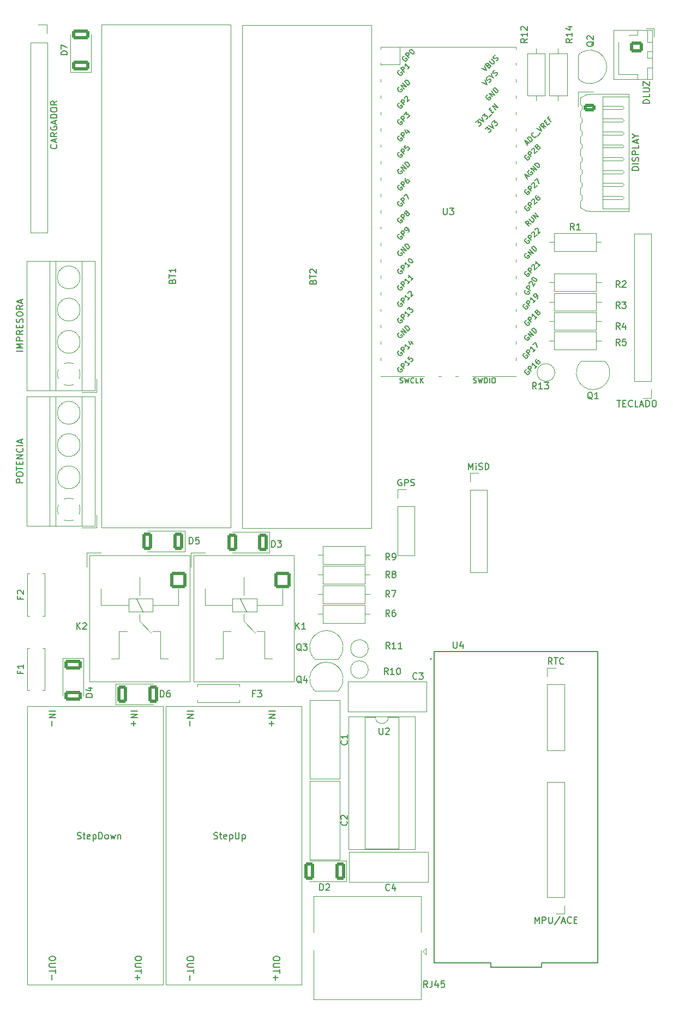
<source format=gto>
G04 #@! TF.GenerationSoftware,KiCad,Pcbnew,8.0.4-8.0.4-0~ubuntu22.04.1*
G04 #@! TF.CreationDate,2024-09-04T15:26:38-06:00*
G04 #@! TF.ProjectId,modulargas,6d6f6475-6c61-4726-9761-732e6b696361,rev?*
G04 #@! TF.SameCoordinates,Original*
G04 #@! TF.FileFunction,Legend,Top*
G04 #@! TF.FilePolarity,Positive*
%FSLAX46Y46*%
G04 Gerber Fmt 4.6, Leading zero omitted, Abs format (unit mm)*
G04 Created by KiCad (PCBNEW 8.0.4-8.0.4-0~ubuntu22.04.1) date 2024-09-04 15:26:38*
%MOMM*%
%LPD*%
G01*
G04 APERTURE LIST*
G04 Aperture macros list*
%AMRoundRect*
0 Rectangle with rounded corners*
0 $1 Rounding radius*
0 $2 $3 $4 $5 $6 $7 $8 $9 X,Y pos of 4 corners*
0 Add a 4 corners polygon primitive as box body*
4,1,4,$2,$3,$4,$5,$6,$7,$8,$9,$2,$3,0*
0 Add four circle primitives for the rounded corners*
1,1,$1+$1,$2,$3*
1,1,$1+$1,$4,$5*
1,1,$1+$1,$6,$7*
1,1,$1+$1,$8,$9*
0 Add four rect primitives between the rounded corners*
20,1,$1+$1,$2,$3,$4,$5,0*
20,1,$1+$1,$4,$5,$6,$7,0*
20,1,$1+$1,$6,$7,$8,$9,0*
20,1,$1+$1,$8,$9,$2,$3,0*%
G04 Aperture macros list end*
%ADD10C,0.150000*%
%ADD11C,0.120000*%
%ADD12C,0.127000*%
%ADD13C,0.200000*%
%ADD14C,1.600000*%
%ADD15O,1.600000X1.600000*%
%ADD16R,1.700000X1.700000*%
%ADD17O,1.700000X1.700000*%
%ADD18C,2.500000*%
%ADD19RoundRect,0.250000X-1.000000X1.000000X-1.000000X-1.000000X1.000000X-1.000000X1.000000X1.000000X0*%
%ADD20C,2.400000*%
%ADD21R,1.050000X1.500000*%
%ADD22O,1.050000X1.500000*%
%ADD23RoundRect,0.250000X0.500000X1.100000X-0.500000X1.100000X-0.500000X-1.100000X0.500000X-1.100000X0*%
%ADD24RoundRect,0.250000X-1.100000X0.500000X-1.100000X-0.500000X1.100000X-0.500000X1.100000X0.500000X0*%
%ADD25C,1.200000*%
%ADD26RoundRect,0.250000X-0.750000X0.600000X-0.750000X-0.600000X0.750000X-0.600000X0.750000X0.600000X0*%
%ADD27O,2.000000X1.700000*%
%ADD28R,1.600000X1.600000*%
%ADD29RoundRect,0.250000X-0.650000X0.350000X-0.650000X-0.350000X0.650000X-0.350000X0.650000X0.350000X0*%
%ADD30O,1.800000X1.200000*%
%ADD31C,3.500000*%
%ADD32RoundRect,0.250000X-0.500000X-1.100000X0.500000X-1.100000X0.500000X1.100000X-0.500000X1.100000X0*%
%ADD33R,2.800000X2.800000*%
%ADD34C,2.800000*%
%ADD35C,3.200000*%
%ADD36R,3.500000X3.500000*%
%ADD37O,1.800000X1.800000*%
%ADD38O,1.500000X1.500000*%
%ADD39R,3.500000X1.700000*%
%ADD40R,1.700000X3.500000*%
%ADD41RoundRect,0.250000X1.100000X-0.500000X1.100000X0.500000X-1.100000X0.500000X-1.100000X-0.500000X0*%
%ADD42C,3.250000*%
%ADD43R,1.500000X1.500000*%
%ADD44C,1.500000*%
%ADD45C,2.300000*%
%ADD46C,1.728000*%
%ADD47R,1.500000X1.050000*%
%ADD48O,1.500000X1.050000*%
%ADD49C,2.000000*%
%ADD50C,1.000000*%
%ADD51C,0.600000*%
G04 APERTURE END LIST*
D10*
X103666666Y-139931009D02*
X103333333Y-139931009D01*
X103333333Y-140454819D02*
X103333333Y-139454819D01*
X103333333Y-139454819D02*
X103809523Y-139454819D01*
X104095238Y-139454819D02*
X104714285Y-139454819D01*
X104714285Y-139454819D02*
X104380952Y-139835771D01*
X104380952Y-139835771D02*
X104523809Y-139835771D01*
X104523809Y-139835771D02*
X104619047Y-139883390D01*
X104619047Y-139883390D02*
X104666666Y-139931009D01*
X104666666Y-139931009D02*
X104714285Y-140026247D01*
X104714285Y-140026247D02*
X104714285Y-140264342D01*
X104714285Y-140264342D02*
X104666666Y-140359580D01*
X104666666Y-140359580D02*
X104619047Y-140407200D01*
X104619047Y-140407200D02*
X104523809Y-140454819D01*
X104523809Y-140454819D02*
X104238095Y-140454819D01*
X104238095Y-140454819D02*
X104142857Y-140407200D01*
X104142857Y-140407200D02*
X104095238Y-140359580D01*
X72859580Y-54821428D02*
X72907200Y-54869047D01*
X72907200Y-54869047D02*
X72954819Y-55011904D01*
X72954819Y-55011904D02*
X72954819Y-55107142D01*
X72954819Y-55107142D02*
X72907200Y-55249999D01*
X72907200Y-55249999D02*
X72811961Y-55345237D01*
X72811961Y-55345237D02*
X72716723Y-55392856D01*
X72716723Y-55392856D02*
X72526247Y-55440475D01*
X72526247Y-55440475D02*
X72383390Y-55440475D01*
X72383390Y-55440475D02*
X72192914Y-55392856D01*
X72192914Y-55392856D02*
X72097676Y-55345237D01*
X72097676Y-55345237D02*
X72002438Y-55249999D01*
X72002438Y-55249999D02*
X71954819Y-55107142D01*
X71954819Y-55107142D02*
X71954819Y-55011904D01*
X71954819Y-55011904D02*
X72002438Y-54869047D01*
X72002438Y-54869047D02*
X72050057Y-54821428D01*
X72669104Y-54440475D02*
X72669104Y-53964285D01*
X72954819Y-54535713D02*
X71954819Y-54202380D01*
X71954819Y-54202380D02*
X72954819Y-53869047D01*
X72954819Y-52964285D02*
X72478628Y-53297618D01*
X72954819Y-53535713D02*
X71954819Y-53535713D01*
X71954819Y-53535713D02*
X71954819Y-53154761D01*
X71954819Y-53154761D02*
X72002438Y-53059523D01*
X72002438Y-53059523D02*
X72050057Y-53011904D01*
X72050057Y-53011904D02*
X72145295Y-52964285D01*
X72145295Y-52964285D02*
X72288152Y-52964285D01*
X72288152Y-52964285D02*
X72383390Y-53011904D01*
X72383390Y-53011904D02*
X72431009Y-53059523D01*
X72431009Y-53059523D02*
X72478628Y-53154761D01*
X72478628Y-53154761D02*
X72478628Y-53535713D01*
X72002438Y-52011904D02*
X71954819Y-52107142D01*
X71954819Y-52107142D02*
X71954819Y-52249999D01*
X71954819Y-52249999D02*
X72002438Y-52392856D01*
X72002438Y-52392856D02*
X72097676Y-52488094D01*
X72097676Y-52488094D02*
X72192914Y-52535713D01*
X72192914Y-52535713D02*
X72383390Y-52583332D01*
X72383390Y-52583332D02*
X72526247Y-52583332D01*
X72526247Y-52583332D02*
X72716723Y-52535713D01*
X72716723Y-52535713D02*
X72811961Y-52488094D01*
X72811961Y-52488094D02*
X72907200Y-52392856D01*
X72907200Y-52392856D02*
X72954819Y-52249999D01*
X72954819Y-52249999D02*
X72954819Y-52154761D01*
X72954819Y-52154761D02*
X72907200Y-52011904D01*
X72907200Y-52011904D02*
X72859580Y-51964285D01*
X72859580Y-51964285D02*
X72526247Y-51964285D01*
X72526247Y-51964285D02*
X72526247Y-52154761D01*
X72669104Y-51583332D02*
X72669104Y-51107142D01*
X72954819Y-51678570D02*
X71954819Y-51345237D01*
X71954819Y-51345237D02*
X72954819Y-51011904D01*
X72954819Y-50678570D02*
X71954819Y-50678570D01*
X71954819Y-50678570D02*
X71954819Y-50440475D01*
X71954819Y-50440475D02*
X72002438Y-50297618D01*
X72002438Y-50297618D02*
X72097676Y-50202380D01*
X72097676Y-50202380D02*
X72192914Y-50154761D01*
X72192914Y-50154761D02*
X72383390Y-50107142D01*
X72383390Y-50107142D02*
X72526247Y-50107142D01*
X72526247Y-50107142D02*
X72716723Y-50154761D01*
X72716723Y-50154761D02*
X72811961Y-50202380D01*
X72811961Y-50202380D02*
X72907200Y-50297618D01*
X72907200Y-50297618D02*
X72954819Y-50440475D01*
X72954819Y-50440475D02*
X72954819Y-50678570D01*
X71954819Y-49488094D02*
X71954819Y-49297618D01*
X71954819Y-49297618D02*
X72002438Y-49202380D01*
X72002438Y-49202380D02*
X72097676Y-49107142D01*
X72097676Y-49107142D02*
X72288152Y-49059523D01*
X72288152Y-49059523D02*
X72621485Y-49059523D01*
X72621485Y-49059523D02*
X72811961Y-49107142D01*
X72811961Y-49107142D02*
X72907200Y-49202380D01*
X72907200Y-49202380D02*
X72954819Y-49297618D01*
X72954819Y-49297618D02*
X72954819Y-49488094D01*
X72954819Y-49488094D02*
X72907200Y-49583332D01*
X72907200Y-49583332D02*
X72811961Y-49678570D01*
X72811961Y-49678570D02*
X72621485Y-49726189D01*
X72621485Y-49726189D02*
X72288152Y-49726189D01*
X72288152Y-49726189D02*
X72097676Y-49678570D01*
X72097676Y-49678570D02*
X72002438Y-49583332D01*
X72002438Y-49583332D02*
X71954819Y-49488094D01*
X72954819Y-48059523D02*
X72478628Y-48392856D01*
X72954819Y-48630951D02*
X71954819Y-48630951D01*
X71954819Y-48630951D02*
X71954819Y-48249999D01*
X71954819Y-48249999D02*
X72002438Y-48154761D01*
X72002438Y-48154761D02*
X72050057Y-48107142D01*
X72050057Y-48107142D02*
X72145295Y-48059523D01*
X72145295Y-48059523D02*
X72288152Y-48059523D01*
X72288152Y-48059523D02*
X72383390Y-48107142D01*
X72383390Y-48107142D02*
X72431009Y-48154761D01*
X72431009Y-48154761D02*
X72478628Y-48249999D01*
X72478628Y-48249999D02*
X72478628Y-48630951D01*
X76011905Y-129954819D02*
X76011905Y-128954819D01*
X76583333Y-129954819D02*
X76154762Y-129383390D01*
X76583333Y-128954819D02*
X76011905Y-129526247D01*
X76964286Y-129050057D02*
X77011905Y-129002438D01*
X77011905Y-129002438D02*
X77107143Y-128954819D01*
X77107143Y-128954819D02*
X77345238Y-128954819D01*
X77345238Y-128954819D02*
X77440476Y-129002438D01*
X77440476Y-129002438D02*
X77488095Y-129050057D01*
X77488095Y-129050057D02*
X77535714Y-129145295D01*
X77535714Y-129145295D02*
X77535714Y-129240533D01*
X77535714Y-129240533D02*
X77488095Y-129383390D01*
X77488095Y-129383390D02*
X76916667Y-129954819D01*
X76916667Y-129954819D02*
X77535714Y-129954819D01*
X117959580Y-147241666D02*
X118007200Y-147289285D01*
X118007200Y-147289285D02*
X118054819Y-147432142D01*
X118054819Y-147432142D02*
X118054819Y-147527380D01*
X118054819Y-147527380D02*
X118007200Y-147670237D01*
X118007200Y-147670237D02*
X117911961Y-147765475D01*
X117911961Y-147765475D02*
X117816723Y-147813094D01*
X117816723Y-147813094D02*
X117626247Y-147860713D01*
X117626247Y-147860713D02*
X117483390Y-147860713D01*
X117483390Y-147860713D02*
X117292914Y-147813094D01*
X117292914Y-147813094D02*
X117197676Y-147765475D01*
X117197676Y-147765475D02*
X117102438Y-147670237D01*
X117102438Y-147670237D02*
X117054819Y-147527380D01*
X117054819Y-147527380D02*
X117054819Y-147432142D01*
X117054819Y-147432142D02*
X117102438Y-147289285D01*
X117102438Y-147289285D02*
X117150057Y-147241666D01*
X118054819Y-146289285D02*
X118054819Y-146860713D01*
X118054819Y-146574999D02*
X117054819Y-146574999D01*
X117054819Y-146574999D02*
X117197676Y-146670237D01*
X117197676Y-146670237D02*
X117292914Y-146765475D01*
X117292914Y-146765475D02*
X117340533Y-146860713D01*
X110904761Y-133300057D02*
X110809523Y-133252438D01*
X110809523Y-133252438D02*
X110714285Y-133157200D01*
X110714285Y-133157200D02*
X110571428Y-133014342D01*
X110571428Y-133014342D02*
X110476190Y-132966723D01*
X110476190Y-132966723D02*
X110380952Y-132966723D01*
X110428571Y-133204819D02*
X110333333Y-133157200D01*
X110333333Y-133157200D02*
X110238095Y-133061961D01*
X110238095Y-133061961D02*
X110190476Y-132871485D01*
X110190476Y-132871485D02*
X110190476Y-132538152D01*
X110190476Y-132538152D02*
X110238095Y-132347676D01*
X110238095Y-132347676D02*
X110333333Y-132252438D01*
X110333333Y-132252438D02*
X110428571Y-132204819D01*
X110428571Y-132204819D02*
X110619047Y-132204819D01*
X110619047Y-132204819D02*
X110714285Y-132252438D01*
X110714285Y-132252438D02*
X110809523Y-132347676D01*
X110809523Y-132347676D02*
X110857142Y-132538152D01*
X110857142Y-132538152D02*
X110857142Y-132871485D01*
X110857142Y-132871485D02*
X110809523Y-133061961D01*
X110809523Y-133061961D02*
X110714285Y-133157200D01*
X110714285Y-133157200D02*
X110619047Y-133204819D01*
X110619047Y-133204819D02*
X110428571Y-133204819D01*
X111190476Y-132204819D02*
X111809523Y-132204819D01*
X111809523Y-132204819D02*
X111476190Y-132585771D01*
X111476190Y-132585771D02*
X111619047Y-132585771D01*
X111619047Y-132585771D02*
X111714285Y-132633390D01*
X111714285Y-132633390D02*
X111761904Y-132681009D01*
X111761904Y-132681009D02*
X111809523Y-132776247D01*
X111809523Y-132776247D02*
X111809523Y-133014342D01*
X111809523Y-133014342D02*
X111761904Y-133109580D01*
X111761904Y-133109580D02*
X111714285Y-133157200D01*
X111714285Y-133157200D02*
X111619047Y-133204819D01*
X111619047Y-133204819D02*
X111333333Y-133204819D01*
X111333333Y-133204819D02*
X111238095Y-133157200D01*
X111238095Y-133157200D02*
X111190476Y-133109580D01*
X147357142Y-92704819D02*
X147023809Y-92228628D01*
X146785714Y-92704819D02*
X146785714Y-91704819D01*
X146785714Y-91704819D02*
X147166666Y-91704819D01*
X147166666Y-91704819D02*
X147261904Y-91752438D01*
X147261904Y-91752438D02*
X147309523Y-91800057D01*
X147309523Y-91800057D02*
X147357142Y-91895295D01*
X147357142Y-91895295D02*
X147357142Y-92038152D01*
X147357142Y-92038152D02*
X147309523Y-92133390D01*
X147309523Y-92133390D02*
X147261904Y-92181009D01*
X147261904Y-92181009D02*
X147166666Y-92228628D01*
X147166666Y-92228628D02*
X146785714Y-92228628D01*
X148309523Y-92704819D02*
X147738095Y-92704819D01*
X148023809Y-92704819D02*
X148023809Y-91704819D01*
X148023809Y-91704819D02*
X147928571Y-91847676D01*
X147928571Y-91847676D02*
X147833333Y-91942914D01*
X147833333Y-91942914D02*
X147738095Y-91990533D01*
X148642857Y-91704819D02*
X149261904Y-91704819D01*
X149261904Y-91704819D02*
X148928571Y-92085771D01*
X148928571Y-92085771D02*
X149071428Y-92085771D01*
X149071428Y-92085771D02*
X149166666Y-92133390D01*
X149166666Y-92133390D02*
X149214285Y-92181009D01*
X149214285Y-92181009D02*
X149261904Y-92276247D01*
X149261904Y-92276247D02*
X149261904Y-92514342D01*
X149261904Y-92514342D02*
X149214285Y-92609580D01*
X149214285Y-92609580D02*
X149166666Y-92657200D01*
X149166666Y-92657200D02*
X149071428Y-92704819D01*
X149071428Y-92704819D02*
X148785714Y-92704819D01*
X148785714Y-92704819D02*
X148690476Y-92657200D01*
X148690476Y-92657200D02*
X148642857Y-92609580D01*
X136852381Y-105204819D02*
X136852381Y-104204819D01*
X136852381Y-104204819D02*
X137185714Y-104919104D01*
X137185714Y-104919104D02*
X137519047Y-104204819D01*
X137519047Y-104204819D02*
X137519047Y-105204819D01*
X137995238Y-105204819D02*
X137995238Y-104538152D01*
X137995238Y-104204819D02*
X137947619Y-104252438D01*
X137947619Y-104252438D02*
X137995238Y-104300057D01*
X137995238Y-104300057D02*
X138042857Y-104252438D01*
X138042857Y-104252438D02*
X137995238Y-104204819D01*
X137995238Y-104204819D02*
X137995238Y-104300057D01*
X138423809Y-105157200D02*
X138566666Y-105204819D01*
X138566666Y-105204819D02*
X138804761Y-105204819D01*
X138804761Y-105204819D02*
X138899999Y-105157200D01*
X138899999Y-105157200D02*
X138947618Y-105109580D01*
X138947618Y-105109580D02*
X138995237Y-105014342D01*
X138995237Y-105014342D02*
X138995237Y-104919104D01*
X138995237Y-104919104D02*
X138947618Y-104823866D01*
X138947618Y-104823866D02*
X138899999Y-104776247D01*
X138899999Y-104776247D02*
X138804761Y-104728628D01*
X138804761Y-104728628D02*
X138614285Y-104681009D01*
X138614285Y-104681009D02*
X138519047Y-104633390D01*
X138519047Y-104633390D02*
X138471428Y-104585771D01*
X138471428Y-104585771D02*
X138423809Y-104490533D01*
X138423809Y-104490533D02*
X138423809Y-104395295D01*
X138423809Y-104395295D02*
X138471428Y-104300057D01*
X138471428Y-104300057D02*
X138519047Y-104252438D01*
X138519047Y-104252438D02*
X138614285Y-104204819D01*
X138614285Y-104204819D02*
X138852380Y-104204819D01*
X138852380Y-104204819D02*
X138995237Y-104252438D01*
X139423809Y-105204819D02*
X139423809Y-104204819D01*
X139423809Y-104204819D02*
X139661904Y-104204819D01*
X139661904Y-104204819D02*
X139804761Y-104252438D01*
X139804761Y-104252438D02*
X139899999Y-104347676D01*
X139899999Y-104347676D02*
X139947618Y-104442914D01*
X139947618Y-104442914D02*
X139995237Y-104633390D01*
X139995237Y-104633390D02*
X139995237Y-104776247D01*
X139995237Y-104776247D02*
X139947618Y-104966723D01*
X139947618Y-104966723D02*
X139899999Y-105061961D01*
X139899999Y-105061961D02*
X139804761Y-105157200D01*
X139804761Y-105157200D02*
X139661904Y-105204819D01*
X139661904Y-105204819D02*
X139423809Y-105204819D01*
X106261905Y-117204819D02*
X106261905Y-116204819D01*
X106261905Y-116204819D02*
X106500000Y-116204819D01*
X106500000Y-116204819D02*
X106642857Y-116252438D01*
X106642857Y-116252438D02*
X106738095Y-116347676D01*
X106738095Y-116347676D02*
X106785714Y-116442914D01*
X106785714Y-116442914D02*
X106833333Y-116633390D01*
X106833333Y-116633390D02*
X106833333Y-116776247D01*
X106833333Y-116776247D02*
X106785714Y-116966723D01*
X106785714Y-116966723D02*
X106738095Y-117061961D01*
X106738095Y-117061961D02*
X106642857Y-117157200D01*
X106642857Y-117157200D02*
X106500000Y-117204819D01*
X106500000Y-117204819D02*
X106261905Y-117204819D01*
X107166667Y-116204819D02*
X107785714Y-116204819D01*
X107785714Y-116204819D02*
X107452381Y-116585771D01*
X107452381Y-116585771D02*
X107595238Y-116585771D01*
X107595238Y-116585771D02*
X107690476Y-116633390D01*
X107690476Y-116633390D02*
X107738095Y-116681009D01*
X107738095Y-116681009D02*
X107785714Y-116776247D01*
X107785714Y-116776247D02*
X107785714Y-117014342D01*
X107785714Y-117014342D02*
X107738095Y-117109580D01*
X107738095Y-117109580D02*
X107690476Y-117157200D01*
X107690476Y-117157200D02*
X107595238Y-117204819D01*
X107595238Y-117204819D02*
X107309524Y-117204819D01*
X107309524Y-117204819D02*
X107214286Y-117157200D01*
X107214286Y-117157200D02*
X107166667Y-117109580D01*
X124357142Y-136954819D02*
X124023809Y-136478628D01*
X123785714Y-136954819D02*
X123785714Y-135954819D01*
X123785714Y-135954819D02*
X124166666Y-135954819D01*
X124166666Y-135954819D02*
X124261904Y-136002438D01*
X124261904Y-136002438D02*
X124309523Y-136050057D01*
X124309523Y-136050057D02*
X124357142Y-136145295D01*
X124357142Y-136145295D02*
X124357142Y-136288152D01*
X124357142Y-136288152D02*
X124309523Y-136383390D01*
X124309523Y-136383390D02*
X124261904Y-136431009D01*
X124261904Y-136431009D02*
X124166666Y-136478628D01*
X124166666Y-136478628D02*
X123785714Y-136478628D01*
X125309523Y-136954819D02*
X124738095Y-136954819D01*
X125023809Y-136954819D02*
X125023809Y-135954819D01*
X125023809Y-135954819D02*
X124928571Y-136097676D01*
X124928571Y-136097676D02*
X124833333Y-136192914D01*
X124833333Y-136192914D02*
X124738095Y-136240533D01*
X125928571Y-135954819D02*
X126023809Y-135954819D01*
X126023809Y-135954819D02*
X126119047Y-136002438D01*
X126119047Y-136002438D02*
X126166666Y-136050057D01*
X126166666Y-136050057D02*
X126214285Y-136145295D01*
X126214285Y-136145295D02*
X126261904Y-136335771D01*
X126261904Y-136335771D02*
X126261904Y-136573866D01*
X126261904Y-136573866D02*
X126214285Y-136764342D01*
X126214285Y-136764342D02*
X126166666Y-136859580D01*
X126166666Y-136859580D02*
X126119047Y-136907200D01*
X126119047Y-136907200D02*
X126023809Y-136954819D01*
X126023809Y-136954819D02*
X125928571Y-136954819D01*
X125928571Y-136954819D02*
X125833333Y-136907200D01*
X125833333Y-136907200D02*
X125785714Y-136859580D01*
X125785714Y-136859580D02*
X125738095Y-136764342D01*
X125738095Y-136764342D02*
X125690476Y-136573866D01*
X125690476Y-136573866D02*
X125690476Y-136335771D01*
X125690476Y-136335771D02*
X125738095Y-136145295D01*
X125738095Y-136145295D02*
X125785714Y-136050057D01*
X125785714Y-136050057D02*
X125833333Y-136002438D01*
X125833333Y-136002438D02*
X125928571Y-135954819D01*
X78454819Y-140488094D02*
X77454819Y-140488094D01*
X77454819Y-140488094D02*
X77454819Y-140249999D01*
X77454819Y-140249999D02*
X77502438Y-140107142D01*
X77502438Y-140107142D02*
X77597676Y-140011904D01*
X77597676Y-140011904D02*
X77692914Y-139964285D01*
X77692914Y-139964285D02*
X77883390Y-139916666D01*
X77883390Y-139916666D02*
X78026247Y-139916666D01*
X78026247Y-139916666D02*
X78216723Y-139964285D01*
X78216723Y-139964285D02*
X78311961Y-140011904D01*
X78311961Y-140011904D02*
X78407200Y-140107142D01*
X78407200Y-140107142D02*
X78454819Y-140249999D01*
X78454819Y-140249999D02*
X78454819Y-140488094D01*
X77788152Y-139059523D02*
X78454819Y-139059523D01*
X77407200Y-139297618D02*
X78121485Y-139535713D01*
X78121485Y-139535713D02*
X78121485Y-138916666D01*
X164954819Y-48416666D02*
X163954819Y-48416666D01*
X163954819Y-48416666D02*
X163954819Y-48178571D01*
X163954819Y-48178571D02*
X164002438Y-48035714D01*
X164002438Y-48035714D02*
X164097676Y-47940476D01*
X164097676Y-47940476D02*
X164192914Y-47892857D01*
X164192914Y-47892857D02*
X164383390Y-47845238D01*
X164383390Y-47845238D02*
X164526247Y-47845238D01*
X164526247Y-47845238D02*
X164716723Y-47892857D01*
X164716723Y-47892857D02*
X164811961Y-47940476D01*
X164811961Y-47940476D02*
X164907200Y-48035714D01*
X164907200Y-48035714D02*
X164954819Y-48178571D01*
X164954819Y-48178571D02*
X164954819Y-48416666D01*
X164954819Y-46940476D02*
X164954819Y-47416666D01*
X164954819Y-47416666D02*
X163954819Y-47416666D01*
X163954819Y-46607142D02*
X164764342Y-46607142D01*
X164764342Y-46607142D02*
X164859580Y-46559523D01*
X164859580Y-46559523D02*
X164907200Y-46511904D01*
X164907200Y-46511904D02*
X164954819Y-46416666D01*
X164954819Y-46416666D02*
X164954819Y-46226190D01*
X164954819Y-46226190D02*
X164907200Y-46130952D01*
X164907200Y-46130952D02*
X164859580Y-46083333D01*
X164859580Y-46083333D02*
X164764342Y-46035714D01*
X164764342Y-46035714D02*
X163954819Y-46035714D01*
X163954819Y-45654761D02*
X163954819Y-44988095D01*
X163954819Y-44988095D02*
X164954819Y-45654761D01*
X164954819Y-45654761D02*
X164954819Y-44988095D01*
X156084761Y-94310057D02*
X155989523Y-94262438D01*
X155989523Y-94262438D02*
X155894285Y-94167200D01*
X155894285Y-94167200D02*
X155751428Y-94024342D01*
X155751428Y-94024342D02*
X155656190Y-93976723D01*
X155656190Y-93976723D02*
X155560952Y-93976723D01*
X155608571Y-94214819D02*
X155513333Y-94167200D01*
X155513333Y-94167200D02*
X155418095Y-94071961D01*
X155418095Y-94071961D02*
X155370476Y-93881485D01*
X155370476Y-93881485D02*
X155370476Y-93548152D01*
X155370476Y-93548152D02*
X155418095Y-93357676D01*
X155418095Y-93357676D02*
X155513333Y-93262438D01*
X155513333Y-93262438D02*
X155608571Y-93214819D01*
X155608571Y-93214819D02*
X155799047Y-93214819D01*
X155799047Y-93214819D02*
X155894285Y-93262438D01*
X155894285Y-93262438D02*
X155989523Y-93357676D01*
X155989523Y-93357676D02*
X156037142Y-93548152D01*
X156037142Y-93548152D02*
X156037142Y-93881485D01*
X156037142Y-93881485D02*
X155989523Y-94071961D01*
X155989523Y-94071961D02*
X155894285Y-94167200D01*
X155894285Y-94167200D02*
X155799047Y-94214819D01*
X155799047Y-94214819D02*
X155608571Y-94214819D01*
X156989523Y-94214819D02*
X156418095Y-94214819D01*
X156703809Y-94214819D02*
X156703809Y-93214819D01*
X156703809Y-93214819D02*
X156608571Y-93357676D01*
X156608571Y-93357676D02*
X156513333Y-93452914D01*
X156513333Y-93452914D02*
X156418095Y-93500533D01*
X122983095Y-145254819D02*
X122983095Y-146064342D01*
X122983095Y-146064342D02*
X123030714Y-146159580D01*
X123030714Y-146159580D02*
X123078333Y-146207200D01*
X123078333Y-146207200D02*
X123173571Y-146254819D01*
X123173571Y-146254819D02*
X123364047Y-146254819D01*
X123364047Y-146254819D02*
X123459285Y-146207200D01*
X123459285Y-146207200D02*
X123506904Y-146159580D01*
X123506904Y-146159580D02*
X123554523Y-146064342D01*
X123554523Y-146064342D02*
X123554523Y-145254819D01*
X123983095Y-145350057D02*
X124030714Y-145302438D01*
X124030714Y-145302438D02*
X124125952Y-145254819D01*
X124125952Y-145254819D02*
X124364047Y-145254819D01*
X124364047Y-145254819D02*
X124459285Y-145302438D01*
X124459285Y-145302438D02*
X124506904Y-145350057D01*
X124506904Y-145350057D02*
X124554523Y-145445295D01*
X124554523Y-145445295D02*
X124554523Y-145540533D01*
X124554523Y-145540533D02*
X124506904Y-145683390D01*
X124506904Y-145683390D02*
X123935476Y-146254819D01*
X123935476Y-146254819D02*
X124554523Y-146254819D01*
X160333333Y-83454819D02*
X160000000Y-82978628D01*
X159761905Y-83454819D02*
X159761905Y-82454819D01*
X159761905Y-82454819D02*
X160142857Y-82454819D01*
X160142857Y-82454819D02*
X160238095Y-82502438D01*
X160238095Y-82502438D02*
X160285714Y-82550057D01*
X160285714Y-82550057D02*
X160333333Y-82645295D01*
X160333333Y-82645295D02*
X160333333Y-82788152D01*
X160333333Y-82788152D02*
X160285714Y-82883390D01*
X160285714Y-82883390D02*
X160238095Y-82931009D01*
X160238095Y-82931009D02*
X160142857Y-82978628D01*
X160142857Y-82978628D02*
X159761905Y-82978628D01*
X161190476Y-82788152D02*
X161190476Y-83454819D01*
X160952381Y-82407200D02*
X160714286Y-83121485D01*
X160714286Y-83121485D02*
X161333333Y-83121485D01*
X163254819Y-58788094D02*
X162254819Y-58788094D01*
X162254819Y-58788094D02*
X162254819Y-58549999D01*
X162254819Y-58549999D02*
X162302438Y-58407142D01*
X162302438Y-58407142D02*
X162397676Y-58311904D01*
X162397676Y-58311904D02*
X162492914Y-58264285D01*
X162492914Y-58264285D02*
X162683390Y-58216666D01*
X162683390Y-58216666D02*
X162826247Y-58216666D01*
X162826247Y-58216666D02*
X163016723Y-58264285D01*
X163016723Y-58264285D02*
X163111961Y-58311904D01*
X163111961Y-58311904D02*
X163207200Y-58407142D01*
X163207200Y-58407142D02*
X163254819Y-58549999D01*
X163254819Y-58549999D02*
X163254819Y-58788094D01*
X163254819Y-57788094D02*
X162254819Y-57788094D01*
X163207200Y-57359523D02*
X163254819Y-57216666D01*
X163254819Y-57216666D02*
X163254819Y-56978571D01*
X163254819Y-56978571D02*
X163207200Y-56883333D01*
X163207200Y-56883333D02*
X163159580Y-56835714D01*
X163159580Y-56835714D02*
X163064342Y-56788095D01*
X163064342Y-56788095D02*
X162969104Y-56788095D01*
X162969104Y-56788095D02*
X162873866Y-56835714D01*
X162873866Y-56835714D02*
X162826247Y-56883333D01*
X162826247Y-56883333D02*
X162778628Y-56978571D01*
X162778628Y-56978571D02*
X162731009Y-57169047D01*
X162731009Y-57169047D02*
X162683390Y-57264285D01*
X162683390Y-57264285D02*
X162635771Y-57311904D01*
X162635771Y-57311904D02*
X162540533Y-57359523D01*
X162540533Y-57359523D02*
X162445295Y-57359523D01*
X162445295Y-57359523D02*
X162350057Y-57311904D01*
X162350057Y-57311904D02*
X162302438Y-57264285D01*
X162302438Y-57264285D02*
X162254819Y-57169047D01*
X162254819Y-57169047D02*
X162254819Y-56930952D01*
X162254819Y-56930952D02*
X162302438Y-56788095D01*
X163254819Y-56359523D02*
X162254819Y-56359523D01*
X162254819Y-56359523D02*
X162254819Y-55978571D01*
X162254819Y-55978571D02*
X162302438Y-55883333D01*
X162302438Y-55883333D02*
X162350057Y-55835714D01*
X162350057Y-55835714D02*
X162445295Y-55788095D01*
X162445295Y-55788095D02*
X162588152Y-55788095D01*
X162588152Y-55788095D02*
X162683390Y-55835714D01*
X162683390Y-55835714D02*
X162731009Y-55883333D01*
X162731009Y-55883333D02*
X162778628Y-55978571D01*
X162778628Y-55978571D02*
X162778628Y-56359523D01*
X163254819Y-54883333D02*
X163254819Y-55359523D01*
X163254819Y-55359523D02*
X162254819Y-55359523D01*
X162969104Y-54597618D02*
X162969104Y-54121428D01*
X163254819Y-54692856D02*
X162254819Y-54359523D01*
X162254819Y-54359523D02*
X163254819Y-54026190D01*
X162778628Y-53502380D02*
X163254819Y-53502380D01*
X162254819Y-53835713D02*
X162778628Y-53502380D01*
X162778628Y-53502380D02*
X162254819Y-53169047D01*
X128833333Y-137609580D02*
X128785714Y-137657200D01*
X128785714Y-137657200D02*
X128642857Y-137704819D01*
X128642857Y-137704819D02*
X128547619Y-137704819D01*
X128547619Y-137704819D02*
X128404762Y-137657200D01*
X128404762Y-137657200D02*
X128309524Y-137561961D01*
X128309524Y-137561961D02*
X128261905Y-137466723D01*
X128261905Y-137466723D02*
X128214286Y-137276247D01*
X128214286Y-137276247D02*
X128214286Y-137133390D01*
X128214286Y-137133390D02*
X128261905Y-136942914D01*
X128261905Y-136942914D02*
X128309524Y-136847676D01*
X128309524Y-136847676D02*
X128404762Y-136752438D01*
X128404762Y-136752438D02*
X128547619Y-136704819D01*
X128547619Y-136704819D02*
X128642857Y-136704819D01*
X128642857Y-136704819D02*
X128785714Y-136752438D01*
X128785714Y-136752438D02*
X128833333Y-136800057D01*
X129166667Y-136704819D02*
X129785714Y-136704819D01*
X129785714Y-136704819D02*
X129452381Y-137085771D01*
X129452381Y-137085771D02*
X129595238Y-137085771D01*
X129595238Y-137085771D02*
X129690476Y-137133390D01*
X129690476Y-137133390D02*
X129738095Y-137181009D01*
X129738095Y-137181009D02*
X129785714Y-137276247D01*
X129785714Y-137276247D02*
X129785714Y-137514342D01*
X129785714Y-137514342D02*
X129738095Y-137609580D01*
X129738095Y-137609580D02*
X129690476Y-137657200D01*
X129690476Y-137657200D02*
X129595238Y-137704819D01*
X129595238Y-137704819D02*
X129309524Y-137704819D01*
X129309524Y-137704819D02*
X129214286Y-137657200D01*
X129214286Y-137657200D02*
X129166667Y-137609580D01*
X124583333Y-124954819D02*
X124250000Y-124478628D01*
X124011905Y-124954819D02*
X124011905Y-123954819D01*
X124011905Y-123954819D02*
X124392857Y-123954819D01*
X124392857Y-123954819D02*
X124488095Y-124002438D01*
X124488095Y-124002438D02*
X124535714Y-124050057D01*
X124535714Y-124050057D02*
X124583333Y-124145295D01*
X124583333Y-124145295D02*
X124583333Y-124288152D01*
X124583333Y-124288152D02*
X124535714Y-124383390D01*
X124535714Y-124383390D02*
X124488095Y-124431009D01*
X124488095Y-124431009D02*
X124392857Y-124478628D01*
X124392857Y-124478628D02*
X124011905Y-124478628D01*
X124916667Y-123954819D02*
X125583333Y-123954819D01*
X125583333Y-123954819D02*
X125154762Y-124954819D01*
X97321428Y-162407200D02*
X97464285Y-162454819D01*
X97464285Y-162454819D02*
X97702380Y-162454819D01*
X97702380Y-162454819D02*
X97797618Y-162407200D01*
X97797618Y-162407200D02*
X97845237Y-162359580D01*
X97845237Y-162359580D02*
X97892856Y-162264342D01*
X97892856Y-162264342D02*
X97892856Y-162169104D01*
X97892856Y-162169104D02*
X97845237Y-162073866D01*
X97845237Y-162073866D02*
X97797618Y-162026247D01*
X97797618Y-162026247D02*
X97702380Y-161978628D01*
X97702380Y-161978628D02*
X97511904Y-161931009D01*
X97511904Y-161931009D02*
X97416666Y-161883390D01*
X97416666Y-161883390D02*
X97369047Y-161835771D01*
X97369047Y-161835771D02*
X97321428Y-161740533D01*
X97321428Y-161740533D02*
X97321428Y-161645295D01*
X97321428Y-161645295D02*
X97369047Y-161550057D01*
X97369047Y-161550057D02*
X97416666Y-161502438D01*
X97416666Y-161502438D02*
X97511904Y-161454819D01*
X97511904Y-161454819D02*
X97749999Y-161454819D01*
X97749999Y-161454819D02*
X97892856Y-161502438D01*
X98178571Y-161788152D02*
X98559523Y-161788152D01*
X98321428Y-161454819D02*
X98321428Y-162311961D01*
X98321428Y-162311961D02*
X98369047Y-162407200D01*
X98369047Y-162407200D02*
X98464285Y-162454819D01*
X98464285Y-162454819D02*
X98559523Y-162454819D01*
X99273809Y-162407200D02*
X99178571Y-162454819D01*
X99178571Y-162454819D02*
X98988095Y-162454819D01*
X98988095Y-162454819D02*
X98892857Y-162407200D01*
X98892857Y-162407200D02*
X98845238Y-162311961D01*
X98845238Y-162311961D02*
X98845238Y-161931009D01*
X98845238Y-161931009D02*
X98892857Y-161835771D01*
X98892857Y-161835771D02*
X98988095Y-161788152D01*
X98988095Y-161788152D02*
X99178571Y-161788152D01*
X99178571Y-161788152D02*
X99273809Y-161835771D01*
X99273809Y-161835771D02*
X99321428Y-161931009D01*
X99321428Y-161931009D02*
X99321428Y-162026247D01*
X99321428Y-162026247D02*
X98845238Y-162121485D01*
X99750000Y-161788152D02*
X99750000Y-162788152D01*
X99750000Y-161835771D02*
X99845238Y-161788152D01*
X99845238Y-161788152D02*
X100035714Y-161788152D01*
X100035714Y-161788152D02*
X100130952Y-161835771D01*
X100130952Y-161835771D02*
X100178571Y-161883390D01*
X100178571Y-161883390D02*
X100226190Y-161978628D01*
X100226190Y-161978628D02*
X100226190Y-162264342D01*
X100226190Y-162264342D02*
X100178571Y-162359580D01*
X100178571Y-162359580D02*
X100130952Y-162407200D01*
X100130952Y-162407200D02*
X100035714Y-162454819D01*
X100035714Y-162454819D02*
X99845238Y-162454819D01*
X99845238Y-162454819D02*
X99750000Y-162407200D01*
X100654762Y-161454819D02*
X100654762Y-162264342D01*
X100654762Y-162264342D02*
X100702381Y-162359580D01*
X100702381Y-162359580D02*
X100750000Y-162407200D01*
X100750000Y-162407200D02*
X100845238Y-162454819D01*
X100845238Y-162454819D02*
X101035714Y-162454819D01*
X101035714Y-162454819D02*
X101130952Y-162407200D01*
X101130952Y-162407200D02*
X101178571Y-162359580D01*
X101178571Y-162359580D02*
X101226190Y-162264342D01*
X101226190Y-162264342D02*
X101226190Y-161454819D01*
X101702381Y-161788152D02*
X101702381Y-162788152D01*
X101702381Y-161835771D02*
X101797619Y-161788152D01*
X101797619Y-161788152D02*
X101988095Y-161788152D01*
X101988095Y-161788152D02*
X102083333Y-161835771D01*
X102083333Y-161835771D02*
X102130952Y-161883390D01*
X102130952Y-161883390D02*
X102178571Y-161978628D01*
X102178571Y-161978628D02*
X102178571Y-162264342D01*
X102178571Y-162264342D02*
X102130952Y-162359580D01*
X102130952Y-162359580D02*
X102083333Y-162407200D01*
X102083333Y-162407200D02*
X101988095Y-162454819D01*
X101988095Y-162454819D02*
X101797619Y-162454819D01*
X101797619Y-162454819D02*
X101702381Y-162407200D01*
X105886680Y-142670643D02*
X106886680Y-142670643D01*
X105886680Y-143146833D02*
X106886680Y-143146833D01*
X106886680Y-143146833D02*
X105886680Y-143718261D01*
X105886680Y-143718261D02*
X106886680Y-143718261D01*
X106267633Y-144194452D02*
X106267633Y-144956357D01*
X105886680Y-144575404D02*
X106648585Y-144575404D01*
X107521680Y-180929452D02*
X107521680Y-181119928D01*
X107521680Y-181119928D02*
X107474061Y-181215166D01*
X107474061Y-181215166D02*
X107378823Y-181310404D01*
X107378823Y-181310404D02*
X107188347Y-181358023D01*
X107188347Y-181358023D02*
X106855014Y-181358023D01*
X106855014Y-181358023D02*
X106664538Y-181310404D01*
X106664538Y-181310404D02*
X106569300Y-181215166D01*
X106569300Y-181215166D02*
X106521680Y-181119928D01*
X106521680Y-181119928D02*
X106521680Y-180929452D01*
X106521680Y-180929452D02*
X106569300Y-180834214D01*
X106569300Y-180834214D02*
X106664538Y-180738976D01*
X106664538Y-180738976D02*
X106855014Y-180691357D01*
X106855014Y-180691357D02*
X107188347Y-180691357D01*
X107188347Y-180691357D02*
X107378823Y-180738976D01*
X107378823Y-180738976D02*
X107474061Y-180834214D01*
X107474061Y-180834214D02*
X107521680Y-180929452D01*
X107521680Y-181786595D02*
X106712157Y-181786595D01*
X106712157Y-181786595D02*
X106616919Y-181834214D01*
X106616919Y-181834214D02*
X106569300Y-181881833D01*
X106569300Y-181881833D02*
X106521680Y-181977071D01*
X106521680Y-181977071D02*
X106521680Y-182167547D01*
X106521680Y-182167547D02*
X106569300Y-182262785D01*
X106569300Y-182262785D02*
X106616919Y-182310404D01*
X106616919Y-182310404D02*
X106712157Y-182358023D01*
X106712157Y-182358023D02*
X107521680Y-182358023D01*
X107521680Y-182691357D02*
X107521680Y-183262785D01*
X106521680Y-182977071D02*
X107521680Y-182977071D01*
X106902633Y-183596119D02*
X106902633Y-184358024D01*
X106521680Y-183977071D02*
X107283585Y-183977071D01*
X93186680Y-142670643D02*
X94186680Y-142670643D01*
X93186680Y-143146833D02*
X94186680Y-143146833D01*
X94186680Y-143146833D02*
X93186680Y-143718261D01*
X93186680Y-143718261D02*
X94186680Y-143718261D01*
X93567633Y-144194452D02*
X93567633Y-144956357D01*
X94186680Y-180929452D02*
X94186680Y-181119928D01*
X94186680Y-181119928D02*
X94139061Y-181215166D01*
X94139061Y-181215166D02*
X94043823Y-181310404D01*
X94043823Y-181310404D02*
X93853347Y-181358023D01*
X93853347Y-181358023D02*
X93520014Y-181358023D01*
X93520014Y-181358023D02*
X93329538Y-181310404D01*
X93329538Y-181310404D02*
X93234300Y-181215166D01*
X93234300Y-181215166D02*
X93186680Y-181119928D01*
X93186680Y-181119928D02*
X93186680Y-180929452D01*
X93186680Y-180929452D02*
X93234300Y-180834214D01*
X93234300Y-180834214D02*
X93329538Y-180738976D01*
X93329538Y-180738976D02*
X93520014Y-180691357D01*
X93520014Y-180691357D02*
X93853347Y-180691357D01*
X93853347Y-180691357D02*
X94043823Y-180738976D01*
X94043823Y-180738976D02*
X94139061Y-180834214D01*
X94139061Y-180834214D02*
X94186680Y-180929452D01*
X94186680Y-181786595D02*
X93377157Y-181786595D01*
X93377157Y-181786595D02*
X93281919Y-181834214D01*
X93281919Y-181834214D02*
X93234300Y-181881833D01*
X93234300Y-181881833D02*
X93186680Y-181977071D01*
X93186680Y-181977071D02*
X93186680Y-182167547D01*
X93186680Y-182167547D02*
X93234300Y-182262785D01*
X93234300Y-182262785D02*
X93281919Y-182310404D01*
X93281919Y-182310404D02*
X93377157Y-182358023D01*
X93377157Y-182358023D02*
X94186680Y-182358023D01*
X94186680Y-182691357D02*
X94186680Y-183262785D01*
X93186680Y-182977071D02*
X94186680Y-182977071D01*
X93567633Y-183596119D02*
X93567633Y-184358024D01*
X124583333Y-127954819D02*
X124250000Y-127478628D01*
X124011905Y-127954819D02*
X124011905Y-126954819D01*
X124011905Y-126954819D02*
X124392857Y-126954819D01*
X124392857Y-126954819D02*
X124488095Y-127002438D01*
X124488095Y-127002438D02*
X124535714Y-127050057D01*
X124535714Y-127050057D02*
X124583333Y-127145295D01*
X124583333Y-127145295D02*
X124583333Y-127288152D01*
X124583333Y-127288152D02*
X124535714Y-127383390D01*
X124535714Y-127383390D02*
X124488095Y-127431009D01*
X124488095Y-127431009D02*
X124392857Y-127478628D01*
X124392857Y-127478628D02*
X124011905Y-127478628D01*
X125440476Y-126954819D02*
X125250000Y-126954819D01*
X125250000Y-126954819D02*
X125154762Y-127002438D01*
X125154762Y-127002438D02*
X125107143Y-127050057D01*
X125107143Y-127050057D02*
X125011905Y-127192914D01*
X125011905Y-127192914D02*
X124964286Y-127383390D01*
X124964286Y-127383390D02*
X124964286Y-127764342D01*
X124964286Y-127764342D02*
X125011905Y-127859580D01*
X125011905Y-127859580D02*
X125059524Y-127907200D01*
X125059524Y-127907200D02*
X125154762Y-127954819D01*
X125154762Y-127954819D02*
X125345238Y-127954819D01*
X125345238Y-127954819D02*
X125440476Y-127907200D01*
X125440476Y-127907200D02*
X125488095Y-127859580D01*
X125488095Y-127859580D02*
X125535714Y-127764342D01*
X125535714Y-127764342D02*
X125535714Y-127526247D01*
X125535714Y-127526247D02*
X125488095Y-127431009D01*
X125488095Y-127431009D02*
X125440476Y-127383390D01*
X125440476Y-127383390D02*
X125345238Y-127335771D01*
X125345238Y-127335771D02*
X125154762Y-127335771D01*
X125154762Y-127335771D02*
X125059524Y-127383390D01*
X125059524Y-127383390D02*
X125011905Y-127431009D01*
X125011905Y-127431009D02*
X124964286Y-127526247D01*
X149828571Y-135374819D02*
X149495238Y-134898628D01*
X149257143Y-135374819D02*
X149257143Y-134374819D01*
X149257143Y-134374819D02*
X149638095Y-134374819D01*
X149638095Y-134374819D02*
X149733333Y-134422438D01*
X149733333Y-134422438D02*
X149780952Y-134470057D01*
X149780952Y-134470057D02*
X149828571Y-134565295D01*
X149828571Y-134565295D02*
X149828571Y-134708152D01*
X149828571Y-134708152D02*
X149780952Y-134803390D01*
X149780952Y-134803390D02*
X149733333Y-134851009D01*
X149733333Y-134851009D02*
X149638095Y-134898628D01*
X149638095Y-134898628D02*
X149257143Y-134898628D01*
X150114286Y-134374819D02*
X150685714Y-134374819D01*
X150400000Y-135374819D02*
X150400000Y-134374819D01*
X151590476Y-135279580D02*
X151542857Y-135327200D01*
X151542857Y-135327200D02*
X151400000Y-135374819D01*
X151400000Y-135374819D02*
X151304762Y-135374819D01*
X151304762Y-135374819D02*
X151161905Y-135327200D01*
X151161905Y-135327200D02*
X151066667Y-135231961D01*
X151066667Y-135231961D02*
X151019048Y-135136723D01*
X151019048Y-135136723D02*
X150971429Y-134946247D01*
X150971429Y-134946247D02*
X150971429Y-134803390D01*
X150971429Y-134803390D02*
X151019048Y-134612914D01*
X151019048Y-134612914D02*
X151066667Y-134517676D01*
X151066667Y-134517676D02*
X151161905Y-134422438D01*
X151161905Y-134422438D02*
X151304762Y-134374819D01*
X151304762Y-134374819D02*
X151400000Y-134374819D01*
X151400000Y-134374819D02*
X151542857Y-134422438D01*
X151542857Y-134422438D02*
X151590476Y-134470057D01*
X160333333Y-76954819D02*
X160000000Y-76478628D01*
X159761905Y-76954819D02*
X159761905Y-75954819D01*
X159761905Y-75954819D02*
X160142857Y-75954819D01*
X160142857Y-75954819D02*
X160238095Y-76002438D01*
X160238095Y-76002438D02*
X160285714Y-76050057D01*
X160285714Y-76050057D02*
X160333333Y-76145295D01*
X160333333Y-76145295D02*
X160333333Y-76288152D01*
X160333333Y-76288152D02*
X160285714Y-76383390D01*
X160285714Y-76383390D02*
X160238095Y-76431009D01*
X160238095Y-76431009D02*
X160142857Y-76478628D01*
X160142857Y-76478628D02*
X159761905Y-76478628D01*
X160714286Y-76050057D02*
X160761905Y-76002438D01*
X160761905Y-76002438D02*
X160857143Y-75954819D01*
X160857143Y-75954819D02*
X161095238Y-75954819D01*
X161095238Y-75954819D02*
X161190476Y-76002438D01*
X161190476Y-76002438D02*
X161238095Y-76050057D01*
X161238095Y-76050057D02*
X161285714Y-76145295D01*
X161285714Y-76145295D02*
X161285714Y-76240533D01*
X161285714Y-76240533D02*
X161238095Y-76383390D01*
X161238095Y-76383390D02*
X160666667Y-76954819D01*
X160666667Y-76954819D02*
X161285714Y-76954819D01*
X110011905Y-129954819D02*
X110011905Y-128954819D01*
X110583333Y-129954819D02*
X110154762Y-129383390D01*
X110583333Y-128954819D02*
X110011905Y-129526247D01*
X111535714Y-129954819D02*
X110964286Y-129954819D01*
X111250000Y-129954819D02*
X111250000Y-128954819D01*
X111250000Y-128954819D02*
X111154762Y-129097676D01*
X111154762Y-129097676D02*
X111059524Y-129192914D01*
X111059524Y-129192914D02*
X110964286Y-129240533D01*
X76119047Y-162407200D02*
X76261904Y-162454819D01*
X76261904Y-162454819D02*
X76499999Y-162454819D01*
X76499999Y-162454819D02*
X76595237Y-162407200D01*
X76595237Y-162407200D02*
X76642856Y-162359580D01*
X76642856Y-162359580D02*
X76690475Y-162264342D01*
X76690475Y-162264342D02*
X76690475Y-162169104D01*
X76690475Y-162169104D02*
X76642856Y-162073866D01*
X76642856Y-162073866D02*
X76595237Y-162026247D01*
X76595237Y-162026247D02*
X76499999Y-161978628D01*
X76499999Y-161978628D02*
X76309523Y-161931009D01*
X76309523Y-161931009D02*
X76214285Y-161883390D01*
X76214285Y-161883390D02*
X76166666Y-161835771D01*
X76166666Y-161835771D02*
X76119047Y-161740533D01*
X76119047Y-161740533D02*
X76119047Y-161645295D01*
X76119047Y-161645295D02*
X76166666Y-161550057D01*
X76166666Y-161550057D02*
X76214285Y-161502438D01*
X76214285Y-161502438D02*
X76309523Y-161454819D01*
X76309523Y-161454819D02*
X76547618Y-161454819D01*
X76547618Y-161454819D02*
X76690475Y-161502438D01*
X76976190Y-161788152D02*
X77357142Y-161788152D01*
X77119047Y-161454819D02*
X77119047Y-162311961D01*
X77119047Y-162311961D02*
X77166666Y-162407200D01*
X77166666Y-162407200D02*
X77261904Y-162454819D01*
X77261904Y-162454819D02*
X77357142Y-162454819D01*
X78071428Y-162407200D02*
X77976190Y-162454819D01*
X77976190Y-162454819D02*
X77785714Y-162454819D01*
X77785714Y-162454819D02*
X77690476Y-162407200D01*
X77690476Y-162407200D02*
X77642857Y-162311961D01*
X77642857Y-162311961D02*
X77642857Y-161931009D01*
X77642857Y-161931009D02*
X77690476Y-161835771D01*
X77690476Y-161835771D02*
X77785714Y-161788152D01*
X77785714Y-161788152D02*
X77976190Y-161788152D01*
X77976190Y-161788152D02*
X78071428Y-161835771D01*
X78071428Y-161835771D02*
X78119047Y-161931009D01*
X78119047Y-161931009D02*
X78119047Y-162026247D01*
X78119047Y-162026247D02*
X77642857Y-162121485D01*
X78547619Y-161788152D02*
X78547619Y-162788152D01*
X78547619Y-161835771D02*
X78642857Y-161788152D01*
X78642857Y-161788152D02*
X78833333Y-161788152D01*
X78833333Y-161788152D02*
X78928571Y-161835771D01*
X78928571Y-161835771D02*
X78976190Y-161883390D01*
X78976190Y-161883390D02*
X79023809Y-161978628D01*
X79023809Y-161978628D02*
X79023809Y-162264342D01*
X79023809Y-162264342D02*
X78976190Y-162359580D01*
X78976190Y-162359580D02*
X78928571Y-162407200D01*
X78928571Y-162407200D02*
X78833333Y-162454819D01*
X78833333Y-162454819D02*
X78642857Y-162454819D01*
X78642857Y-162454819D02*
X78547619Y-162407200D01*
X79452381Y-162454819D02*
X79452381Y-161454819D01*
X79452381Y-161454819D02*
X79690476Y-161454819D01*
X79690476Y-161454819D02*
X79833333Y-161502438D01*
X79833333Y-161502438D02*
X79928571Y-161597676D01*
X79928571Y-161597676D02*
X79976190Y-161692914D01*
X79976190Y-161692914D02*
X80023809Y-161883390D01*
X80023809Y-161883390D02*
X80023809Y-162026247D01*
X80023809Y-162026247D02*
X79976190Y-162216723D01*
X79976190Y-162216723D02*
X79928571Y-162311961D01*
X79928571Y-162311961D02*
X79833333Y-162407200D01*
X79833333Y-162407200D02*
X79690476Y-162454819D01*
X79690476Y-162454819D02*
X79452381Y-162454819D01*
X80595238Y-162454819D02*
X80500000Y-162407200D01*
X80500000Y-162407200D02*
X80452381Y-162359580D01*
X80452381Y-162359580D02*
X80404762Y-162264342D01*
X80404762Y-162264342D02*
X80404762Y-161978628D01*
X80404762Y-161978628D02*
X80452381Y-161883390D01*
X80452381Y-161883390D02*
X80500000Y-161835771D01*
X80500000Y-161835771D02*
X80595238Y-161788152D01*
X80595238Y-161788152D02*
X80738095Y-161788152D01*
X80738095Y-161788152D02*
X80833333Y-161835771D01*
X80833333Y-161835771D02*
X80880952Y-161883390D01*
X80880952Y-161883390D02*
X80928571Y-161978628D01*
X80928571Y-161978628D02*
X80928571Y-162264342D01*
X80928571Y-162264342D02*
X80880952Y-162359580D01*
X80880952Y-162359580D02*
X80833333Y-162407200D01*
X80833333Y-162407200D02*
X80738095Y-162454819D01*
X80738095Y-162454819D02*
X80595238Y-162454819D01*
X81261905Y-161788152D02*
X81452381Y-162454819D01*
X81452381Y-162454819D02*
X81642857Y-161978628D01*
X81642857Y-161978628D02*
X81833333Y-162454819D01*
X81833333Y-162454819D02*
X82023809Y-161788152D01*
X82404762Y-161788152D02*
X82404762Y-162454819D01*
X82404762Y-161883390D02*
X82452381Y-161835771D01*
X82452381Y-161835771D02*
X82547619Y-161788152D01*
X82547619Y-161788152D02*
X82690476Y-161788152D01*
X82690476Y-161788152D02*
X82785714Y-161835771D01*
X82785714Y-161835771D02*
X82833333Y-161931009D01*
X82833333Y-161931009D02*
X82833333Y-162454819D01*
X84436680Y-142645643D02*
X85436680Y-142645643D01*
X84436680Y-143121833D02*
X85436680Y-143121833D01*
X85436680Y-143121833D02*
X84436680Y-143693261D01*
X84436680Y-143693261D02*
X85436680Y-143693261D01*
X84817633Y-144169452D02*
X84817633Y-144931357D01*
X84436680Y-144550404D02*
X85198585Y-144550404D01*
X72736680Y-180904452D02*
X72736680Y-181094928D01*
X72736680Y-181094928D02*
X72689061Y-181190166D01*
X72689061Y-181190166D02*
X72593823Y-181285404D01*
X72593823Y-181285404D02*
X72403347Y-181333023D01*
X72403347Y-181333023D02*
X72070014Y-181333023D01*
X72070014Y-181333023D02*
X71879538Y-181285404D01*
X71879538Y-181285404D02*
X71784300Y-181190166D01*
X71784300Y-181190166D02*
X71736680Y-181094928D01*
X71736680Y-181094928D02*
X71736680Y-180904452D01*
X71736680Y-180904452D02*
X71784300Y-180809214D01*
X71784300Y-180809214D02*
X71879538Y-180713976D01*
X71879538Y-180713976D02*
X72070014Y-180666357D01*
X72070014Y-180666357D02*
X72403347Y-180666357D01*
X72403347Y-180666357D02*
X72593823Y-180713976D01*
X72593823Y-180713976D02*
X72689061Y-180809214D01*
X72689061Y-180809214D02*
X72736680Y-180904452D01*
X72736680Y-181761595D02*
X71927157Y-181761595D01*
X71927157Y-181761595D02*
X71831919Y-181809214D01*
X71831919Y-181809214D02*
X71784300Y-181856833D01*
X71784300Y-181856833D02*
X71736680Y-181952071D01*
X71736680Y-181952071D02*
X71736680Y-182142547D01*
X71736680Y-182142547D02*
X71784300Y-182237785D01*
X71784300Y-182237785D02*
X71831919Y-182285404D01*
X71831919Y-182285404D02*
X71927157Y-182333023D01*
X71927157Y-182333023D02*
X72736680Y-182333023D01*
X72736680Y-182666357D02*
X72736680Y-183237785D01*
X71736680Y-182952071D02*
X72736680Y-182952071D01*
X72117633Y-183571119D02*
X72117633Y-184333024D01*
X86071680Y-180904452D02*
X86071680Y-181094928D01*
X86071680Y-181094928D02*
X86024061Y-181190166D01*
X86024061Y-181190166D02*
X85928823Y-181285404D01*
X85928823Y-181285404D02*
X85738347Y-181333023D01*
X85738347Y-181333023D02*
X85405014Y-181333023D01*
X85405014Y-181333023D02*
X85214538Y-181285404D01*
X85214538Y-181285404D02*
X85119300Y-181190166D01*
X85119300Y-181190166D02*
X85071680Y-181094928D01*
X85071680Y-181094928D02*
X85071680Y-180904452D01*
X85071680Y-180904452D02*
X85119300Y-180809214D01*
X85119300Y-180809214D02*
X85214538Y-180713976D01*
X85214538Y-180713976D02*
X85405014Y-180666357D01*
X85405014Y-180666357D02*
X85738347Y-180666357D01*
X85738347Y-180666357D02*
X85928823Y-180713976D01*
X85928823Y-180713976D02*
X86024061Y-180809214D01*
X86024061Y-180809214D02*
X86071680Y-180904452D01*
X86071680Y-181761595D02*
X85262157Y-181761595D01*
X85262157Y-181761595D02*
X85166919Y-181809214D01*
X85166919Y-181809214D02*
X85119300Y-181856833D01*
X85119300Y-181856833D02*
X85071680Y-181952071D01*
X85071680Y-181952071D02*
X85071680Y-182142547D01*
X85071680Y-182142547D02*
X85119300Y-182237785D01*
X85119300Y-182237785D02*
X85166919Y-182285404D01*
X85166919Y-182285404D02*
X85262157Y-182333023D01*
X85262157Y-182333023D02*
X86071680Y-182333023D01*
X86071680Y-182666357D02*
X86071680Y-183237785D01*
X85071680Y-182952071D02*
X86071680Y-182952071D01*
X85452633Y-183571119D02*
X85452633Y-184333024D01*
X85071680Y-183952071D02*
X85833585Y-183952071D01*
X71736680Y-142645643D02*
X72736680Y-142645643D01*
X71736680Y-143121833D02*
X72736680Y-143121833D01*
X72736680Y-143121833D02*
X71736680Y-143693261D01*
X71736680Y-143693261D02*
X72736680Y-143693261D01*
X72117633Y-144169452D02*
X72117633Y-144931357D01*
X160333333Y-85954819D02*
X160000000Y-85478628D01*
X159761905Y-85954819D02*
X159761905Y-84954819D01*
X159761905Y-84954819D02*
X160142857Y-84954819D01*
X160142857Y-84954819D02*
X160238095Y-85002438D01*
X160238095Y-85002438D02*
X160285714Y-85050057D01*
X160285714Y-85050057D02*
X160333333Y-85145295D01*
X160333333Y-85145295D02*
X160333333Y-85288152D01*
X160333333Y-85288152D02*
X160285714Y-85383390D01*
X160285714Y-85383390D02*
X160238095Y-85431009D01*
X160238095Y-85431009D02*
X160142857Y-85478628D01*
X160142857Y-85478628D02*
X159761905Y-85478628D01*
X161238095Y-84954819D02*
X160761905Y-84954819D01*
X160761905Y-84954819D02*
X160714286Y-85431009D01*
X160714286Y-85431009D02*
X160761905Y-85383390D01*
X160761905Y-85383390D02*
X160857143Y-85335771D01*
X160857143Y-85335771D02*
X161095238Y-85335771D01*
X161095238Y-85335771D02*
X161190476Y-85383390D01*
X161190476Y-85383390D02*
X161238095Y-85431009D01*
X161238095Y-85431009D02*
X161285714Y-85526247D01*
X161285714Y-85526247D02*
X161285714Y-85764342D01*
X161285714Y-85764342D02*
X161238095Y-85859580D01*
X161238095Y-85859580D02*
X161190476Y-85907200D01*
X161190476Y-85907200D02*
X161095238Y-85954819D01*
X161095238Y-85954819D02*
X160857143Y-85954819D01*
X160857143Y-85954819D02*
X160761905Y-85907200D01*
X160761905Y-85907200D02*
X160714286Y-85859580D01*
X93511905Y-116704819D02*
X93511905Y-115704819D01*
X93511905Y-115704819D02*
X93750000Y-115704819D01*
X93750000Y-115704819D02*
X93892857Y-115752438D01*
X93892857Y-115752438D02*
X93988095Y-115847676D01*
X93988095Y-115847676D02*
X94035714Y-115942914D01*
X94035714Y-115942914D02*
X94083333Y-116133390D01*
X94083333Y-116133390D02*
X94083333Y-116276247D01*
X94083333Y-116276247D02*
X94035714Y-116466723D01*
X94035714Y-116466723D02*
X93988095Y-116561961D01*
X93988095Y-116561961D02*
X93892857Y-116657200D01*
X93892857Y-116657200D02*
X93750000Y-116704819D01*
X93750000Y-116704819D02*
X93511905Y-116704819D01*
X94988095Y-115704819D02*
X94511905Y-115704819D01*
X94511905Y-115704819D02*
X94464286Y-116181009D01*
X94464286Y-116181009D02*
X94511905Y-116133390D01*
X94511905Y-116133390D02*
X94607143Y-116085771D01*
X94607143Y-116085771D02*
X94845238Y-116085771D01*
X94845238Y-116085771D02*
X94940476Y-116133390D01*
X94940476Y-116133390D02*
X94988095Y-116181009D01*
X94988095Y-116181009D02*
X95035714Y-116276247D01*
X95035714Y-116276247D02*
X95035714Y-116514342D01*
X95035714Y-116514342D02*
X94988095Y-116609580D01*
X94988095Y-116609580D02*
X94940476Y-116657200D01*
X94940476Y-116657200D02*
X94845238Y-116704819D01*
X94845238Y-116704819D02*
X94607143Y-116704819D01*
X94607143Y-116704819D02*
X94511905Y-116657200D01*
X94511905Y-116657200D02*
X94464286Y-116609580D01*
X89011905Y-140454819D02*
X89011905Y-139454819D01*
X89011905Y-139454819D02*
X89250000Y-139454819D01*
X89250000Y-139454819D02*
X89392857Y-139502438D01*
X89392857Y-139502438D02*
X89488095Y-139597676D01*
X89488095Y-139597676D02*
X89535714Y-139692914D01*
X89535714Y-139692914D02*
X89583333Y-139883390D01*
X89583333Y-139883390D02*
X89583333Y-140026247D01*
X89583333Y-140026247D02*
X89535714Y-140216723D01*
X89535714Y-140216723D02*
X89488095Y-140311961D01*
X89488095Y-140311961D02*
X89392857Y-140407200D01*
X89392857Y-140407200D02*
X89250000Y-140454819D01*
X89250000Y-140454819D02*
X89011905Y-140454819D01*
X90440476Y-139454819D02*
X90250000Y-139454819D01*
X90250000Y-139454819D02*
X90154762Y-139502438D01*
X90154762Y-139502438D02*
X90107143Y-139550057D01*
X90107143Y-139550057D02*
X90011905Y-139692914D01*
X90011905Y-139692914D02*
X89964286Y-139883390D01*
X89964286Y-139883390D02*
X89964286Y-140264342D01*
X89964286Y-140264342D02*
X90011905Y-140359580D01*
X90011905Y-140359580D02*
X90059524Y-140407200D01*
X90059524Y-140407200D02*
X90154762Y-140454819D01*
X90154762Y-140454819D02*
X90345238Y-140454819D01*
X90345238Y-140454819D02*
X90440476Y-140407200D01*
X90440476Y-140407200D02*
X90488095Y-140359580D01*
X90488095Y-140359580D02*
X90535714Y-140264342D01*
X90535714Y-140264342D02*
X90535714Y-140026247D01*
X90535714Y-140026247D02*
X90488095Y-139931009D01*
X90488095Y-139931009D02*
X90440476Y-139883390D01*
X90440476Y-139883390D02*
X90345238Y-139835771D01*
X90345238Y-139835771D02*
X90154762Y-139835771D01*
X90154762Y-139835771D02*
X90059524Y-139883390D01*
X90059524Y-139883390D02*
X90011905Y-139931009D01*
X90011905Y-139931009D02*
X89964286Y-140026247D01*
X67669819Y-86852380D02*
X66669819Y-86852380D01*
X67669819Y-86376190D02*
X66669819Y-86376190D01*
X66669819Y-86376190D02*
X67384104Y-86042857D01*
X67384104Y-86042857D02*
X66669819Y-85709524D01*
X66669819Y-85709524D02*
X67669819Y-85709524D01*
X67669819Y-85233333D02*
X66669819Y-85233333D01*
X66669819Y-85233333D02*
X66669819Y-84852381D01*
X66669819Y-84852381D02*
X66717438Y-84757143D01*
X66717438Y-84757143D02*
X66765057Y-84709524D01*
X66765057Y-84709524D02*
X66860295Y-84661905D01*
X66860295Y-84661905D02*
X67003152Y-84661905D01*
X67003152Y-84661905D02*
X67098390Y-84709524D01*
X67098390Y-84709524D02*
X67146009Y-84757143D01*
X67146009Y-84757143D02*
X67193628Y-84852381D01*
X67193628Y-84852381D02*
X67193628Y-85233333D01*
X67669819Y-83661905D02*
X67193628Y-83995238D01*
X67669819Y-84233333D02*
X66669819Y-84233333D01*
X66669819Y-84233333D02*
X66669819Y-83852381D01*
X66669819Y-83852381D02*
X66717438Y-83757143D01*
X66717438Y-83757143D02*
X66765057Y-83709524D01*
X66765057Y-83709524D02*
X66860295Y-83661905D01*
X66860295Y-83661905D02*
X67003152Y-83661905D01*
X67003152Y-83661905D02*
X67098390Y-83709524D01*
X67098390Y-83709524D02*
X67146009Y-83757143D01*
X67146009Y-83757143D02*
X67193628Y-83852381D01*
X67193628Y-83852381D02*
X67193628Y-84233333D01*
X67146009Y-83233333D02*
X67146009Y-82900000D01*
X67669819Y-82757143D02*
X67669819Y-83233333D01*
X67669819Y-83233333D02*
X66669819Y-83233333D01*
X66669819Y-83233333D02*
X66669819Y-82757143D01*
X67622200Y-82376190D02*
X67669819Y-82233333D01*
X67669819Y-82233333D02*
X67669819Y-81995238D01*
X67669819Y-81995238D02*
X67622200Y-81900000D01*
X67622200Y-81900000D02*
X67574580Y-81852381D01*
X67574580Y-81852381D02*
X67479342Y-81804762D01*
X67479342Y-81804762D02*
X67384104Y-81804762D01*
X67384104Y-81804762D02*
X67288866Y-81852381D01*
X67288866Y-81852381D02*
X67241247Y-81900000D01*
X67241247Y-81900000D02*
X67193628Y-81995238D01*
X67193628Y-81995238D02*
X67146009Y-82185714D01*
X67146009Y-82185714D02*
X67098390Y-82280952D01*
X67098390Y-82280952D02*
X67050771Y-82328571D01*
X67050771Y-82328571D02*
X66955533Y-82376190D01*
X66955533Y-82376190D02*
X66860295Y-82376190D01*
X66860295Y-82376190D02*
X66765057Y-82328571D01*
X66765057Y-82328571D02*
X66717438Y-82280952D01*
X66717438Y-82280952D02*
X66669819Y-82185714D01*
X66669819Y-82185714D02*
X66669819Y-81947619D01*
X66669819Y-81947619D02*
X66717438Y-81804762D01*
X66669819Y-81185714D02*
X66669819Y-80995238D01*
X66669819Y-80995238D02*
X66717438Y-80900000D01*
X66717438Y-80900000D02*
X66812676Y-80804762D01*
X66812676Y-80804762D02*
X67003152Y-80757143D01*
X67003152Y-80757143D02*
X67336485Y-80757143D01*
X67336485Y-80757143D02*
X67526961Y-80804762D01*
X67526961Y-80804762D02*
X67622200Y-80900000D01*
X67622200Y-80900000D02*
X67669819Y-80995238D01*
X67669819Y-80995238D02*
X67669819Y-81185714D01*
X67669819Y-81185714D02*
X67622200Y-81280952D01*
X67622200Y-81280952D02*
X67526961Y-81376190D01*
X67526961Y-81376190D02*
X67336485Y-81423809D01*
X67336485Y-81423809D02*
X67003152Y-81423809D01*
X67003152Y-81423809D02*
X66812676Y-81376190D01*
X66812676Y-81376190D02*
X66717438Y-81280952D01*
X66717438Y-81280952D02*
X66669819Y-81185714D01*
X67669819Y-79757143D02*
X67193628Y-80090476D01*
X67669819Y-80328571D02*
X66669819Y-80328571D01*
X66669819Y-80328571D02*
X66669819Y-79947619D01*
X66669819Y-79947619D02*
X66717438Y-79852381D01*
X66717438Y-79852381D02*
X66765057Y-79804762D01*
X66765057Y-79804762D02*
X66860295Y-79757143D01*
X66860295Y-79757143D02*
X67003152Y-79757143D01*
X67003152Y-79757143D02*
X67098390Y-79804762D01*
X67098390Y-79804762D02*
X67146009Y-79852381D01*
X67146009Y-79852381D02*
X67193628Y-79947619D01*
X67193628Y-79947619D02*
X67193628Y-80328571D01*
X67384104Y-79376190D02*
X67384104Y-78900000D01*
X67669819Y-79471428D02*
X66669819Y-79138095D01*
X66669819Y-79138095D02*
X67669819Y-78804762D01*
X90831009Y-75985714D02*
X90878628Y-75842857D01*
X90878628Y-75842857D02*
X90926247Y-75795238D01*
X90926247Y-75795238D02*
X91021485Y-75747619D01*
X91021485Y-75747619D02*
X91164342Y-75747619D01*
X91164342Y-75747619D02*
X91259580Y-75795238D01*
X91259580Y-75795238D02*
X91307200Y-75842857D01*
X91307200Y-75842857D02*
X91354819Y-75938095D01*
X91354819Y-75938095D02*
X91354819Y-76319047D01*
X91354819Y-76319047D02*
X90354819Y-76319047D01*
X90354819Y-76319047D02*
X90354819Y-75985714D01*
X90354819Y-75985714D02*
X90402438Y-75890476D01*
X90402438Y-75890476D02*
X90450057Y-75842857D01*
X90450057Y-75842857D02*
X90545295Y-75795238D01*
X90545295Y-75795238D02*
X90640533Y-75795238D01*
X90640533Y-75795238D02*
X90735771Y-75842857D01*
X90735771Y-75842857D02*
X90783390Y-75890476D01*
X90783390Y-75890476D02*
X90831009Y-75985714D01*
X90831009Y-75985714D02*
X90831009Y-76319047D01*
X90354819Y-75461904D02*
X90354819Y-74890476D01*
X91354819Y-75176190D02*
X90354819Y-75176190D01*
X91354819Y-74033333D02*
X91354819Y-74604761D01*
X91354819Y-74319047D02*
X90354819Y-74319047D01*
X90354819Y-74319047D02*
X90497676Y-74414285D01*
X90497676Y-74414285D02*
X90592914Y-74509523D01*
X90592914Y-74509523D02*
X90640533Y-74604761D01*
X112681009Y-76080714D02*
X112728628Y-75937857D01*
X112728628Y-75937857D02*
X112776247Y-75890238D01*
X112776247Y-75890238D02*
X112871485Y-75842619D01*
X112871485Y-75842619D02*
X113014342Y-75842619D01*
X113014342Y-75842619D02*
X113109580Y-75890238D01*
X113109580Y-75890238D02*
X113157200Y-75937857D01*
X113157200Y-75937857D02*
X113204819Y-76033095D01*
X113204819Y-76033095D02*
X113204819Y-76414047D01*
X113204819Y-76414047D02*
X112204819Y-76414047D01*
X112204819Y-76414047D02*
X112204819Y-76080714D01*
X112204819Y-76080714D02*
X112252438Y-75985476D01*
X112252438Y-75985476D02*
X112300057Y-75937857D01*
X112300057Y-75937857D02*
X112395295Y-75890238D01*
X112395295Y-75890238D02*
X112490533Y-75890238D01*
X112490533Y-75890238D02*
X112585771Y-75937857D01*
X112585771Y-75937857D02*
X112633390Y-75985476D01*
X112633390Y-75985476D02*
X112681009Y-76080714D01*
X112681009Y-76080714D02*
X112681009Y-76414047D01*
X112204819Y-75556904D02*
X112204819Y-74985476D01*
X113204819Y-75271190D02*
X112204819Y-75271190D01*
X112300057Y-74699761D02*
X112252438Y-74652142D01*
X112252438Y-74652142D02*
X112204819Y-74556904D01*
X112204819Y-74556904D02*
X112204819Y-74318809D01*
X112204819Y-74318809D02*
X112252438Y-74223571D01*
X112252438Y-74223571D02*
X112300057Y-74175952D01*
X112300057Y-74175952D02*
X112395295Y-74128333D01*
X112395295Y-74128333D02*
X112490533Y-74128333D01*
X112490533Y-74128333D02*
X112633390Y-74175952D01*
X112633390Y-74175952D02*
X113204819Y-74747380D01*
X113204819Y-74747380D02*
X113204819Y-74128333D01*
X126435714Y-106752438D02*
X126340476Y-106704819D01*
X126340476Y-106704819D02*
X126197619Y-106704819D01*
X126197619Y-106704819D02*
X126054762Y-106752438D01*
X126054762Y-106752438D02*
X125959524Y-106847676D01*
X125959524Y-106847676D02*
X125911905Y-106942914D01*
X125911905Y-106942914D02*
X125864286Y-107133390D01*
X125864286Y-107133390D02*
X125864286Y-107276247D01*
X125864286Y-107276247D02*
X125911905Y-107466723D01*
X125911905Y-107466723D02*
X125959524Y-107561961D01*
X125959524Y-107561961D02*
X126054762Y-107657200D01*
X126054762Y-107657200D02*
X126197619Y-107704819D01*
X126197619Y-107704819D02*
X126292857Y-107704819D01*
X126292857Y-107704819D02*
X126435714Y-107657200D01*
X126435714Y-107657200D02*
X126483333Y-107609580D01*
X126483333Y-107609580D02*
X126483333Y-107276247D01*
X126483333Y-107276247D02*
X126292857Y-107276247D01*
X126911905Y-107704819D02*
X126911905Y-106704819D01*
X126911905Y-106704819D02*
X127292857Y-106704819D01*
X127292857Y-106704819D02*
X127388095Y-106752438D01*
X127388095Y-106752438D02*
X127435714Y-106800057D01*
X127435714Y-106800057D02*
X127483333Y-106895295D01*
X127483333Y-106895295D02*
X127483333Y-107038152D01*
X127483333Y-107038152D02*
X127435714Y-107133390D01*
X127435714Y-107133390D02*
X127388095Y-107181009D01*
X127388095Y-107181009D02*
X127292857Y-107228628D01*
X127292857Y-107228628D02*
X126911905Y-107228628D01*
X127864286Y-107657200D02*
X128007143Y-107704819D01*
X128007143Y-107704819D02*
X128245238Y-107704819D01*
X128245238Y-107704819D02*
X128340476Y-107657200D01*
X128340476Y-107657200D02*
X128388095Y-107609580D01*
X128388095Y-107609580D02*
X128435714Y-107514342D01*
X128435714Y-107514342D02*
X128435714Y-107419104D01*
X128435714Y-107419104D02*
X128388095Y-107323866D01*
X128388095Y-107323866D02*
X128340476Y-107276247D01*
X128340476Y-107276247D02*
X128245238Y-107228628D01*
X128245238Y-107228628D02*
X128054762Y-107181009D01*
X128054762Y-107181009D02*
X127959524Y-107133390D01*
X127959524Y-107133390D02*
X127911905Y-107085771D01*
X127911905Y-107085771D02*
X127864286Y-106990533D01*
X127864286Y-106990533D02*
X127864286Y-106895295D01*
X127864286Y-106895295D02*
X127911905Y-106800057D01*
X127911905Y-106800057D02*
X127959524Y-106752438D01*
X127959524Y-106752438D02*
X128054762Y-106704819D01*
X128054762Y-106704819D02*
X128292857Y-106704819D01*
X128292857Y-106704819D02*
X128435714Y-106752438D01*
X67669819Y-107209523D02*
X66669819Y-107209523D01*
X66669819Y-107209523D02*
X66669819Y-106828571D01*
X66669819Y-106828571D02*
X66717438Y-106733333D01*
X66717438Y-106733333D02*
X66765057Y-106685714D01*
X66765057Y-106685714D02*
X66860295Y-106638095D01*
X66860295Y-106638095D02*
X67003152Y-106638095D01*
X67003152Y-106638095D02*
X67098390Y-106685714D01*
X67098390Y-106685714D02*
X67146009Y-106733333D01*
X67146009Y-106733333D02*
X67193628Y-106828571D01*
X67193628Y-106828571D02*
X67193628Y-107209523D01*
X66669819Y-106019047D02*
X66669819Y-105828571D01*
X66669819Y-105828571D02*
X66717438Y-105733333D01*
X66717438Y-105733333D02*
X66812676Y-105638095D01*
X66812676Y-105638095D02*
X67003152Y-105590476D01*
X67003152Y-105590476D02*
X67336485Y-105590476D01*
X67336485Y-105590476D02*
X67526961Y-105638095D01*
X67526961Y-105638095D02*
X67622200Y-105733333D01*
X67622200Y-105733333D02*
X67669819Y-105828571D01*
X67669819Y-105828571D02*
X67669819Y-106019047D01*
X67669819Y-106019047D02*
X67622200Y-106114285D01*
X67622200Y-106114285D02*
X67526961Y-106209523D01*
X67526961Y-106209523D02*
X67336485Y-106257142D01*
X67336485Y-106257142D02*
X67003152Y-106257142D01*
X67003152Y-106257142D02*
X66812676Y-106209523D01*
X66812676Y-106209523D02*
X66717438Y-106114285D01*
X66717438Y-106114285D02*
X66669819Y-106019047D01*
X66669819Y-105304761D02*
X66669819Y-104733333D01*
X67669819Y-105019047D02*
X66669819Y-105019047D01*
X67146009Y-104399999D02*
X67146009Y-104066666D01*
X67669819Y-103923809D02*
X67669819Y-104399999D01*
X67669819Y-104399999D02*
X66669819Y-104399999D01*
X66669819Y-104399999D02*
X66669819Y-103923809D01*
X67669819Y-103495237D02*
X66669819Y-103495237D01*
X66669819Y-103495237D02*
X67669819Y-102923809D01*
X67669819Y-102923809D02*
X66669819Y-102923809D01*
X67574580Y-101876190D02*
X67622200Y-101923809D01*
X67622200Y-101923809D02*
X67669819Y-102066666D01*
X67669819Y-102066666D02*
X67669819Y-102161904D01*
X67669819Y-102161904D02*
X67622200Y-102304761D01*
X67622200Y-102304761D02*
X67526961Y-102399999D01*
X67526961Y-102399999D02*
X67431723Y-102447618D01*
X67431723Y-102447618D02*
X67241247Y-102495237D01*
X67241247Y-102495237D02*
X67098390Y-102495237D01*
X67098390Y-102495237D02*
X66907914Y-102447618D01*
X66907914Y-102447618D02*
X66812676Y-102399999D01*
X66812676Y-102399999D02*
X66717438Y-102304761D01*
X66717438Y-102304761D02*
X66669819Y-102161904D01*
X66669819Y-102161904D02*
X66669819Y-102066666D01*
X66669819Y-102066666D02*
X66717438Y-101923809D01*
X66717438Y-101923809D02*
X66765057Y-101876190D01*
X67669819Y-101447618D02*
X66669819Y-101447618D01*
X67384104Y-101019047D02*
X67384104Y-100542857D01*
X67669819Y-101114285D02*
X66669819Y-100780952D01*
X66669819Y-100780952D02*
X67669819Y-100447619D01*
X153233333Y-68034819D02*
X152900000Y-67558628D01*
X152661905Y-68034819D02*
X152661905Y-67034819D01*
X152661905Y-67034819D02*
X153042857Y-67034819D01*
X153042857Y-67034819D02*
X153138095Y-67082438D01*
X153138095Y-67082438D02*
X153185714Y-67130057D01*
X153185714Y-67130057D02*
X153233333Y-67225295D01*
X153233333Y-67225295D02*
X153233333Y-67368152D01*
X153233333Y-67368152D02*
X153185714Y-67463390D01*
X153185714Y-67463390D02*
X153138095Y-67511009D01*
X153138095Y-67511009D02*
X153042857Y-67558628D01*
X153042857Y-67558628D02*
X152661905Y-67558628D01*
X154185714Y-68034819D02*
X153614286Y-68034819D01*
X153900000Y-68034819D02*
X153900000Y-67034819D01*
X153900000Y-67034819D02*
X153804762Y-67177676D01*
X153804762Y-67177676D02*
X153709524Y-67272914D01*
X153709524Y-67272914D02*
X153614286Y-67320533D01*
X132938095Y-64654819D02*
X132938095Y-65464342D01*
X132938095Y-65464342D02*
X132985714Y-65559580D01*
X132985714Y-65559580D02*
X133033333Y-65607200D01*
X133033333Y-65607200D02*
X133128571Y-65654819D01*
X133128571Y-65654819D02*
X133319047Y-65654819D01*
X133319047Y-65654819D02*
X133414285Y-65607200D01*
X133414285Y-65607200D02*
X133461904Y-65559580D01*
X133461904Y-65559580D02*
X133509523Y-65464342D01*
X133509523Y-65464342D02*
X133509523Y-64654819D01*
X133890476Y-64654819D02*
X134509523Y-64654819D01*
X134509523Y-64654819D02*
X134176190Y-65035771D01*
X134176190Y-65035771D02*
X134319047Y-65035771D01*
X134319047Y-65035771D02*
X134414285Y-65083390D01*
X134414285Y-65083390D02*
X134461904Y-65131009D01*
X134461904Y-65131009D02*
X134509523Y-65226247D01*
X134509523Y-65226247D02*
X134509523Y-65464342D01*
X134509523Y-65464342D02*
X134461904Y-65559580D01*
X134461904Y-65559580D02*
X134414285Y-65607200D01*
X134414285Y-65607200D02*
X134319047Y-65654819D01*
X134319047Y-65654819D02*
X134033333Y-65654819D01*
X134033333Y-65654819D02*
X133938095Y-65607200D01*
X133938095Y-65607200D02*
X133890476Y-65559580D01*
X145855064Y-54734049D02*
X146124438Y-54464675D01*
X145962813Y-54949549D02*
X145585690Y-54195301D01*
X145585690Y-54195301D02*
X146339937Y-54572425D01*
X146528499Y-54383863D02*
X145962813Y-53818178D01*
X145962813Y-53818178D02*
X146097500Y-53683491D01*
X146097500Y-53683491D02*
X146205250Y-53629616D01*
X146205250Y-53629616D02*
X146312999Y-53629616D01*
X146312999Y-53629616D02*
X146393812Y-53656553D01*
X146393812Y-53656553D02*
X146528499Y-53737366D01*
X146528499Y-53737366D02*
X146609311Y-53818178D01*
X146609311Y-53818178D02*
X146690123Y-53952865D01*
X146690123Y-53952865D02*
X146717060Y-54033677D01*
X146717060Y-54033677D02*
X146717060Y-54141427D01*
X146717060Y-54141427D02*
X146663186Y-54249176D01*
X146663186Y-54249176D02*
X146528499Y-54383863D01*
X147363558Y-53441054D02*
X147363558Y-53494929D01*
X147363558Y-53494929D02*
X147309683Y-53602679D01*
X147309683Y-53602679D02*
X147255808Y-53656553D01*
X147255808Y-53656553D02*
X147148059Y-53710428D01*
X147148059Y-53710428D02*
X147040309Y-53710428D01*
X147040309Y-53710428D02*
X146959497Y-53683491D01*
X146959497Y-53683491D02*
X146824810Y-53602679D01*
X146824810Y-53602679D02*
X146743998Y-53521866D01*
X146743998Y-53521866D02*
X146663186Y-53387179D01*
X146663186Y-53387179D02*
X146636248Y-53306367D01*
X146636248Y-53306367D02*
X146636248Y-53198618D01*
X146636248Y-53198618D02*
X146690123Y-53090868D01*
X146690123Y-53090868D02*
X146743998Y-53036993D01*
X146743998Y-53036993D02*
X146851747Y-52983118D01*
X146851747Y-52983118D02*
X146905622Y-52983118D01*
X147579057Y-53441054D02*
X148010056Y-53010056D01*
X147444370Y-52336621D02*
X148198618Y-52713744D01*
X148198618Y-52713744D02*
X147821494Y-51959497D01*
X148898990Y-52013372D02*
X148441054Y-51932560D01*
X148575741Y-52336621D02*
X148010056Y-51770935D01*
X148010056Y-51770935D02*
X148225555Y-51555436D01*
X148225555Y-51555436D02*
X148306367Y-51528499D01*
X148306367Y-51528499D02*
X148360242Y-51528499D01*
X148360242Y-51528499D02*
X148441054Y-51555436D01*
X148441054Y-51555436D02*
X148521866Y-51636248D01*
X148521866Y-51636248D02*
X148548804Y-51717061D01*
X148548804Y-51717061D02*
X148548804Y-51770935D01*
X148548804Y-51770935D02*
X148521866Y-51851748D01*
X148521866Y-51851748D02*
X148306367Y-52067247D01*
X148845115Y-51474624D02*
X149033677Y-51286062D01*
X149410800Y-51501561D02*
X149141426Y-51770935D01*
X149141426Y-51770935D02*
X148575741Y-51205250D01*
X148575741Y-51205250D02*
X148845115Y-50935876D01*
X149545488Y-50774251D02*
X149356926Y-50962813D01*
X149653237Y-51259125D02*
X149087552Y-50693439D01*
X149087552Y-50693439D02*
X149356926Y-50424065D01*
X126813372Y-41121494D02*
X126732560Y-41148431D01*
X126732560Y-41148431D02*
X126651748Y-41229243D01*
X126651748Y-41229243D02*
X126597873Y-41336993D01*
X126597873Y-41336993D02*
X126597873Y-41444742D01*
X126597873Y-41444742D02*
X126624810Y-41525555D01*
X126624810Y-41525555D02*
X126705623Y-41660242D01*
X126705623Y-41660242D02*
X126786435Y-41741054D01*
X126786435Y-41741054D02*
X126921122Y-41821866D01*
X126921122Y-41821866D02*
X127001934Y-41848803D01*
X127001934Y-41848803D02*
X127109684Y-41848803D01*
X127109684Y-41848803D02*
X127217433Y-41794929D01*
X127217433Y-41794929D02*
X127271308Y-41741054D01*
X127271308Y-41741054D02*
X127325183Y-41633304D01*
X127325183Y-41633304D02*
X127325183Y-41579429D01*
X127325183Y-41579429D02*
X127136621Y-41390868D01*
X127136621Y-41390868D02*
X127028871Y-41498617D01*
X127621494Y-41390868D02*
X127055809Y-40825182D01*
X127055809Y-40825182D02*
X127271308Y-40609683D01*
X127271308Y-40609683D02*
X127352120Y-40582746D01*
X127352120Y-40582746D02*
X127405995Y-40582746D01*
X127405995Y-40582746D02*
X127486807Y-40609683D01*
X127486807Y-40609683D02*
X127567619Y-40690495D01*
X127567619Y-40690495D02*
X127594557Y-40771307D01*
X127594557Y-40771307D02*
X127594557Y-40825182D01*
X127594557Y-40825182D02*
X127567619Y-40905994D01*
X127567619Y-40905994D02*
X127352120Y-41121494D01*
X127729244Y-40151747D02*
X127783119Y-40097872D01*
X127783119Y-40097872D02*
X127863931Y-40070935D01*
X127863931Y-40070935D02*
X127917806Y-40070935D01*
X127917806Y-40070935D02*
X127998618Y-40097872D01*
X127998618Y-40097872D02*
X128133305Y-40178685D01*
X128133305Y-40178685D02*
X128267992Y-40313372D01*
X128267992Y-40313372D02*
X128348804Y-40448059D01*
X128348804Y-40448059D02*
X128375741Y-40528871D01*
X128375741Y-40528871D02*
X128375741Y-40582746D01*
X128375741Y-40582746D02*
X128348804Y-40663558D01*
X128348804Y-40663558D02*
X128294929Y-40717433D01*
X128294929Y-40717433D02*
X128214117Y-40744370D01*
X128214117Y-40744370D02*
X128160242Y-40744370D01*
X128160242Y-40744370D02*
X128079430Y-40717433D01*
X128079430Y-40717433D02*
X127944743Y-40636620D01*
X127944743Y-40636620D02*
X127810056Y-40501933D01*
X127810056Y-40501933D02*
X127729244Y-40367246D01*
X127729244Y-40367246D02*
X127702306Y-40286434D01*
X127702306Y-40286434D02*
X127702306Y-40232559D01*
X127702306Y-40232559D02*
X127729244Y-40151747D01*
X126063373Y-86780868D02*
X125982560Y-86807805D01*
X125982560Y-86807805D02*
X125901748Y-86888618D01*
X125901748Y-86888618D02*
X125847873Y-86996367D01*
X125847873Y-86996367D02*
X125847873Y-87104117D01*
X125847873Y-87104117D02*
X125874811Y-87184929D01*
X125874811Y-87184929D02*
X125955623Y-87319616D01*
X125955623Y-87319616D02*
X126036435Y-87400428D01*
X126036435Y-87400428D02*
X126171122Y-87481241D01*
X126171122Y-87481241D02*
X126251935Y-87508178D01*
X126251935Y-87508178D02*
X126359684Y-87508178D01*
X126359684Y-87508178D02*
X126467434Y-87454303D01*
X126467434Y-87454303D02*
X126521309Y-87400428D01*
X126521309Y-87400428D02*
X126575183Y-87292679D01*
X126575183Y-87292679D02*
X126575183Y-87238804D01*
X126575183Y-87238804D02*
X126386622Y-87050242D01*
X126386622Y-87050242D02*
X126278872Y-87157992D01*
X126871495Y-87050242D02*
X126305809Y-86484557D01*
X126305809Y-86484557D02*
X126521309Y-86269057D01*
X126521309Y-86269057D02*
X126602121Y-86242120D01*
X126602121Y-86242120D02*
X126655996Y-86242120D01*
X126655996Y-86242120D02*
X126736808Y-86269057D01*
X126736808Y-86269057D02*
X126817620Y-86349870D01*
X126817620Y-86349870D02*
X126844557Y-86430682D01*
X126844557Y-86430682D02*
X126844557Y-86484557D01*
X126844557Y-86484557D02*
X126817620Y-86565369D01*
X126817620Y-86565369D02*
X126602121Y-86780868D01*
X127733492Y-86188245D02*
X127410243Y-86511494D01*
X127571867Y-86349870D02*
X127006182Y-85784184D01*
X127006182Y-85784184D02*
X127033119Y-85918871D01*
X127033119Y-85918871D02*
X127033119Y-86026621D01*
X127033119Y-86026621D02*
X127006182Y-86107433D01*
X127841241Y-85326248D02*
X128218365Y-85703372D01*
X127491055Y-85245436D02*
X127760429Y-85784184D01*
X127760429Y-85784184D02*
X128110615Y-85433998D01*
X126063372Y-43321494D02*
X125982560Y-43348431D01*
X125982560Y-43348431D02*
X125901748Y-43429243D01*
X125901748Y-43429243D02*
X125847873Y-43536993D01*
X125847873Y-43536993D02*
X125847873Y-43644742D01*
X125847873Y-43644742D02*
X125874810Y-43725555D01*
X125874810Y-43725555D02*
X125955623Y-43860242D01*
X125955623Y-43860242D02*
X126036435Y-43941054D01*
X126036435Y-43941054D02*
X126171122Y-44021866D01*
X126171122Y-44021866D02*
X126251934Y-44048803D01*
X126251934Y-44048803D02*
X126359684Y-44048803D01*
X126359684Y-44048803D02*
X126467433Y-43994929D01*
X126467433Y-43994929D02*
X126521308Y-43941054D01*
X126521308Y-43941054D02*
X126575183Y-43833304D01*
X126575183Y-43833304D02*
X126575183Y-43779429D01*
X126575183Y-43779429D02*
X126386621Y-43590868D01*
X126386621Y-43590868D02*
X126278871Y-43698617D01*
X126871494Y-43590868D02*
X126305809Y-43025182D01*
X126305809Y-43025182D02*
X126521308Y-42809683D01*
X126521308Y-42809683D02*
X126602120Y-42782746D01*
X126602120Y-42782746D02*
X126655995Y-42782746D01*
X126655995Y-42782746D02*
X126736807Y-42809683D01*
X126736807Y-42809683D02*
X126817619Y-42890495D01*
X126817619Y-42890495D02*
X126844557Y-42971307D01*
X126844557Y-42971307D02*
X126844557Y-43025182D01*
X126844557Y-43025182D02*
X126817619Y-43105994D01*
X126817619Y-43105994D02*
X126602120Y-43321494D01*
X127733491Y-42728871D02*
X127410242Y-43052120D01*
X127571867Y-42890495D02*
X127006181Y-42324810D01*
X127006181Y-42324810D02*
X127033119Y-42459497D01*
X127033119Y-42459497D02*
X127033119Y-42567246D01*
X127033119Y-42567246D02*
X127006181Y-42648059D01*
X145677737Y-77374981D02*
X145606650Y-77421916D01*
X145606650Y-77421916D02*
X145549507Y-77520891D01*
X145549507Y-77520891D02*
X145525356Y-77638913D01*
X145525356Y-77638913D02*
X145553244Y-77742991D01*
X145553244Y-77742991D02*
X145600179Y-77814077D01*
X145600179Y-77814077D02*
X145713097Y-77923259D01*
X145713097Y-77923259D02*
X145812071Y-77980402D01*
X145812071Y-77980402D02*
X145963085Y-78023601D01*
X145963085Y-78023601D02*
X146048115Y-78028705D01*
X146048115Y-78028705D02*
X146152193Y-78000817D01*
X146152193Y-78000817D02*
X146242328Y-77920891D01*
X146242328Y-77920891D02*
X146280423Y-77854908D01*
X146280423Y-77854908D02*
X146304574Y-77736886D01*
X146304574Y-77736886D02*
X146290631Y-77684847D01*
X146290631Y-77684847D02*
X146059690Y-77551513D01*
X146059690Y-77551513D02*
X145983500Y-77683479D01*
X146528042Y-77426019D02*
X145835222Y-77026019D01*
X145835222Y-77026019D02*
X145987603Y-76762087D01*
X145987603Y-76762087D02*
X146058689Y-76715152D01*
X146058689Y-76715152D02*
X146110728Y-76701208D01*
X146110728Y-76701208D02*
X146195759Y-76706312D01*
X146195759Y-76706312D02*
X146294733Y-76763455D01*
X146294733Y-76763455D02*
X146341668Y-76834542D01*
X146341668Y-76834542D02*
X146355612Y-76886581D01*
X146355612Y-76886581D02*
X146350508Y-76971611D01*
X146350508Y-76971611D02*
X146198128Y-77235543D01*
X146282157Y-76404285D02*
X146268213Y-76352246D01*
X146268213Y-76352246D02*
X146273317Y-76267216D01*
X146273317Y-76267216D02*
X146368555Y-76102259D01*
X146368555Y-76102259D02*
X146439642Y-76055323D01*
X146439642Y-76055323D02*
X146491681Y-76041379D01*
X146491681Y-76041379D02*
X146576711Y-76046483D01*
X146576711Y-76046483D02*
X146642694Y-76084578D01*
X146642694Y-76084578D02*
X146722621Y-76174713D01*
X146722621Y-76174713D02*
X146889947Y-76799182D01*
X146889947Y-76799182D02*
X147137566Y-76370293D01*
X146692365Y-75541404D02*
X146730460Y-75475421D01*
X146730460Y-75475421D02*
X146801547Y-75428486D01*
X146801547Y-75428486D02*
X146853586Y-75414542D01*
X146853586Y-75414542D02*
X146938616Y-75419646D01*
X146938616Y-75419646D02*
X147089630Y-75462845D01*
X147089630Y-75462845D02*
X147254587Y-75558083D01*
X147254587Y-75558083D02*
X147367505Y-75667265D01*
X147367505Y-75667265D02*
X147414440Y-75738351D01*
X147414440Y-75738351D02*
X147428384Y-75790390D01*
X147428384Y-75790390D02*
X147423280Y-75875421D01*
X147423280Y-75875421D02*
X147385185Y-75941404D01*
X147385185Y-75941404D02*
X147314098Y-75988339D01*
X147314098Y-75988339D02*
X147262059Y-76002283D01*
X147262059Y-76002283D02*
X147177029Y-75997179D01*
X147177029Y-75997179D02*
X147026015Y-75953980D01*
X147026015Y-75953980D02*
X146861058Y-75858742D01*
X146861058Y-75858742D02*
X146748140Y-75749560D01*
X146748140Y-75749560D02*
X146701205Y-75678473D01*
X146701205Y-75678473D02*
X146687261Y-75626434D01*
X146687261Y-75626434D02*
X146692365Y-75541404D01*
X145797998Y-69400868D02*
X145717185Y-69427805D01*
X145717185Y-69427805D02*
X145636373Y-69508618D01*
X145636373Y-69508618D02*
X145582498Y-69616367D01*
X145582498Y-69616367D02*
X145582498Y-69724117D01*
X145582498Y-69724117D02*
X145609436Y-69804929D01*
X145609436Y-69804929D02*
X145690248Y-69939616D01*
X145690248Y-69939616D02*
X145771060Y-70020428D01*
X145771060Y-70020428D02*
X145905747Y-70101241D01*
X145905747Y-70101241D02*
X145986560Y-70128178D01*
X145986560Y-70128178D02*
X146094309Y-70128178D01*
X146094309Y-70128178D02*
X146202059Y-70074303D01*
X146202059Y-70074303D02*
X146255934Y-70020428D01*
X146255934Y-70020428D02*
X146309808Y-69912679D01*
X146309808Y-69912679D02*
X146309808Y-69858804D01*
X146309808Y-69858804D02*
X146121247Y-69670242D01*
X146121247Y-69670242D02*
X146013497Y-69777992D01*
X146606120Y-69670242D02*
X146040434Y-69104557D01*
X146040434Y-69104557D02*
X146255934Y-68889057D01*
X146255934Y-68889057D02*
X146336746Y-68862120D01*
X146336746Y-68862120D02*
X146390621Y-68862120D01*
X146390621Y-68862120D02*
X146471433Y-68889057D01*
X146471433Y-68889057D02*
X146552245Y-68969870D01*
X146552245Y-68969870D02*
X146579182Y-69050682D01*
X146579182Y-69050682D02*
X146579182Y-69104557D01*
X146579182Y-69104557D02*
X146552245Y-69185369D01*
X146552245Y-69185369D02*
X146336746Y-69400868D01*
X146633057Y-68619683D02*
X146633057Y-68565809D01*
X146633057Y-68565809D02*
X146659995Y-68484996D01*
X146659995Y-68484996D02*
X146794682Y-68350309D01*
X146794682Y-68350309D02*
X146875494Y-68323372D01*
X146875494Y-68323372D02*
X146929369Y-68323372D01*
X146929369Y-68323372D02*
X147010181Y-68350309D01*
X147010181Y-68350309D02*
X147064056Y-68404184D01*
X147064056Y-68404184D02*
X147117930Y-68511934D01*
X147117930Y-68511934D02*
X147117930Y-69158431D01*
X147117930Y-69158431D02*
X147468117Y-68808245D01*
X147171805Y-68080935D02*
X147171805Y-68027060D01*
X147171805Y-68027060D02*
X147198743Y-67946248D01*
X147198743Y-67946248D02*
X147333430Y-67811561D01*
X147333430Y-67811561D02*
X147414242Y-67784624D01*
X147414242Y-67784624D02*
X147468117Y-67784624D01*
X147468117Y-67784624D02*
X147548929Y-67811561D01*
X147548929Y-67811561D02*
X147602804Y-67865436D01*
X147602804Y-67865436D02*
X147656679Y-67973186D01*
X147656679Y-67973186D02*
X147656679Y-68619683D01*
X147656679Y-68619683D02*
X148006865Y-68269497D01*
X126063372Y-66191494D02*
X125982560Y-66218431D01*
X125982560Y-66218431D02*
X125901748Y-66299243D01*
X125901748Y-66299243D02*
X125847873Y-66406993D01*
X125847873Y-66406993D02*
X125847873Y-66514742D01*
X125847873Y-66514742D02*
X125874810Y-66595555D01*
X125874810Y-66595555D02*
X125955623Y-66730242D01*
X125955623Y-66730242D02*
X126036435Y-66811054D01*
X126036435Y-66811054D02*
X126171122Y-66891866D01*
X126171122Y-66891866D02*
X126251934Y-66918803D01*
X126251934Y-66918803D02*
X126359684Y-66918803D01*
X126359684Y-66918803D02*
X126467433Y-66864929D01*
X126467433Y-66864929D02*
X126521308Y-66811054D01*
X126521308Y-66811054D02*
X126575183Y-66703304D01*
X126575183Y-66703304D02*
X126575183Y-66649429D01*
X126575183Y-66649429D02*
X126386621Y-66460868D01*
X126386621Y-66460868D02*
X126278871Y-66568617D01*
X126871494Y-66460868D02*
X126305809Y-65895182D01*
X126305809Y-65895182D02*
X126521308Y-65679683D01*
X126521308Y-65679683D02*
X126602120Y-65652746D01*
X126602120Y-65652746D02*
X126655995Y-65652746D01*
X126655995Y-65652746D02*
X126736807Y-65679683D01*
X126736807Y-65679683D02*
X126817619Y-65760495D01*
X126817619Y-65760495D02*
X126844557Y-65841307D01*
X126844557Y-65841307D02*
X126844557Y-65895182D01*
X126844557Y-65895182D02*
X126817619Y-65975994D01*
X126817619Y-65975994D02*
X126602120Y-66191494D01*
X127194743Y-65491121D02*
X127113931Y-65518059D01*
X127113931Y-65518059D02*
X127060056Y-65518059D01*
X127060056Y-65518059D02*
X126979244Y-65491121D01*
X126979244Y-65491121D02*
X126952306Y-65464184D01*
X126952306Y-65464184D02*
X126925369Y-65383372D01*
X126925369Y-65383372D02*
X126925369Y-65329497D01*
X126925369Y-65329497D02*
X126952306Y-65248685D01*
X126952306Y-65248685D02*
X127060056Y-65140935D01*
X127060056Y-65140935D02*
X127140868Y-65113998D01*
X127140868Y-65113998D02*
X127194743Y-65113998D01*
X127194743Y-65113998D02*
X127275555Y-65140935D01*
X127275555Y-65140935D02*
X127302493Y-65167872D01*
X127302493Y-65167872D02*
X127329430Y-65248685D01*
X127329430Y-65248685D02*
X127329430Y-65302559D01*
X127329430Y-65302559D02*
X127302493Y-65383372D01*
X127302493Y-65383372D02*
X127194743Y-65491121D01*
X127194743Y-65491121D02*
X127167806Y-65571933D01*
X127167806Y-65571933D02*
X127167806Y-65625808D01*
X127167806Y-65625808D02*
X127194743Y-65706620D01*
X127194743Y-65706620D02*
X127302493Y-65814370D01*
X127302493Y-65814370D02*
X127383305Y-65841307D01*
X127383305Y-65841307D02*
X127437180Y-65841307D01*
X127437180Y-65841307D02*
X127517992Y-65814370D01*
X127517992Y-65814370D02*
X127625741Y-65706620D01*
X127625741Y-65706620D02*
X127652679Y-65625808D01*
X127652679Y-65625808D02*
X127652679Y-65571933D01*
X127652679Y-65571933D02*
X127625741Y-65491121D01*
X127625741Y-65491121D02*
X127517992Y-65383372D01*
X127517992Y-65383372D02*
X127437180Y-65356434D01*
X127437180Y-65356434D02*
X127383305Y-65356434D01*
X127383305Y-65356434D02*
X127302493Y-65383372D01*
X146538651Y-67143710D02*
X146080716Y-67062898D01*
X146215403Y-67466959D02*
X145649717Y-66901274D01*
X145649717Y-66901274D02*
X145865216Y-66685775D01*
X145865216Y-66685775D02*
X145946029Y-66658837D01*
X145946029Y-66658837D02*
X145999903Y-66658837D01*
X145999903Y-66658837D02*
X146080716Y-66685775D01*
X146080716Y-66685775D02*
X146161528Y-66766587D01*
X146161528Y-66766587D02*
X146188465Y-66847399D01*
X146188465Y-66847399D02*
X146188465Y-66901274D01*
X146188465Y-66901274D02*
X146161528Y-66982086D01*
X146161528Y-66982086D02*
X145946029Y-67197585D01*
X146215403Y-66335588D02*
X146673338Y-66793524D01*
X146673338Y-66793524D02*
X146754151Y-66820462D01*
X146754151Y-66820462D02*
X146808025Y-66820462D01*
X146808025Y-66820462D02*
X146888838Y-66793524D01*
X146888838Y-66793524D02*
X146996587Y-66685775D01*
X146996587Y-66685775D02*
X147023525Y-66604962D01*
X147023525Y-66604962D02*
X147023525Y-66551088D01*
X147023525Y-66551088D02*
X146996587Y-66470275D01*
X146996587Y-66470275D02*
X146538651Y-66012340D01*
X147373711Y-66308651D02*
X146808025Y-65742966D01*
X146808025Y-65742966D02*
X147696959Y-65985402D01*
X147696959Y-65985402D02*
X147131274Y-65419717D01*
X145786435Y-71698431D02*
X145705623Y-71725368D01*
X145705623Y-71725368D02*
X145624811Y-71806180D01*
X145624811Y-71806180D02*
X145570936Y-71913930D01*
X145570936Y-71913930D02*
X145570936Y-72021680D01*
X145570936Y-72021680D02*
X145597873Y-72102492D01*
X145597873Y-72102492D02*
X145678685Y-72237179D01*
X145678685Y-72237179D02*
X145759498Y-72317991D01*
X145759498Y-72317991D02*
X145894185Y-72398803D01*
X145894185Y-72398803D02*
X145974997Y-72425741D01*
X145974997Y-72425741D02*
X146082746Y-72425741D01*
X146082746Y-72425741D02*
X146190496Y-72371866D01*
X146190496Y-72371866D02*
X146244371Y-72317991D01*
X146244371Y-72317991D02*
X146298246Y-72210241D01*
X146298246Y-72210241D02*
X146298246Y-72156367D01*
X146298246Y-72156367D02*
X146109684Y-71967805D01*
X146109684Y-71967805D02*
X146001934Y-72075554D01*
X146594557Y-71967805D02*
X146028872Y-71402119D01*
X146028872Y-71402119D02*
X146917806Y-71644556D01*
X146917806Y-71644556D02*
X146352120Y-71078871D01*
X147187180Y-71375182D02*
X146621494Y-70809497D01*
X146621494Y-70809497D02*
X146756181Y-70674810D01*
X146756181Y-70674810D02*
X146863931Y-70620935D01*
X146863931Y-70620935D02*
X146971680Y-70620935D01*
X146971680Y-70620935D02*
X147052493Y-70647872D01*
X147052493Y-70647872D02*
X147187180Y-70728685D01*
X147187180Y-70728685D02*
X147267992Y-70809497D01*
X147267992Y-70809497D02*
X147348804Y-70944184D01*
X147348804Y-70944184D02*
X147375741Y-71024996D01*
X147375741Y-71024996D02*
X147375741Y-71132746D01*
X147375741Y-71132746D02*
X147321867Y-71240495D01*
X147321867Y-71240495D02*
X147187180Y-71375182D01*
X126063373Y-76620868D02*
X125982560Y-76647805D01*
X125982560Y-76647805D02*
X125901748Y-76728618D01*
X125901748Y-76728618D02*
X125847873Y-76836367D01*
X125847873Y-76836367D02*
X125847873Y-76944117D01*
X125847873Y-76944117D02*
X125874811Y-77024929D01*
X125874811Y-77024929D02*
X125955623Y-77159616D01*
X125955623Y-77159616D02*
X126036435Y-77240428D01*
X126036435Y-77240428D02*
X126171122Y-77321241D01*
X126171122Y-77321241D02*
X126251935Y-77348178D01*
X126251935Y-77348178D02*
X126359684Y-77348178D01*
X126359684Y-77348178D02*
X126467434Y-77294303D01*
X126467434Y-77294303D02*
X126521309Y-77240428D01*
X126521309Y-77240428D02*
X126575183Y-77132679D01*
X126575183Y-77132679D02*
X126575183Y-77078804D01*
X126575183Y-77078804D02*
X126386622Y-76890242D01*
X126386622Y-76890242D02*
X126278872Y-76997992D01*
X126871495Y-76890242D02*
X126305809Y-76324557D01*
X126305809Y-76324557D02*
X126521309Y-76109057D01*
X126521309Y-76109057D02*
X126602121Y-76082120D01*
X126602121Y-76082120D02*
X126655996Y-76082120D01*
X126655996Y-76082120D02*
X126736808Y-76109057D01*
X126736808Y-76109057D02*
X126817620Y-76189870D01*
X126817620Y-76189870D02*
X126844557Y-76270682D01*
X126844557Y-76270682D02*
X126844557Y-76324557D01*
X126844557Y-76324557D02*
X126817620Y-76405369D01*
X126817620Y-76405369D02*
X126602121Y-76620868D01*
X127733492Y-76028245D02*
X127410243Y-76351494D01*
X127571867Y-76189870D02*
X127006182Y-75624184D01*
X127006182Y-75624184D02*
X127033119Y-75758871D01*
X127033119Y-75758871D02*
X127033119Y-75866621D01*
X127033119Y-75866621D02*
X127006182Y-75947433D01*
X128272240Y-75489497D02*
X127948991Y-75812746D01*
X128110615Y-75651121D02*
X127544930Y-75085436D01*
X127544930Y-75085436D02*
X127571867Y-75220123D01*
X127571867Y-75220123D02*
X127571867Y-75327873D01*
X127571867Y-75327873D02*
X127544930Y-75408685D01*
X145797998Y-61790868D02*
X145717185Y-61817805D01*
X145717185Y-61817805D02*
X145636373Y-61898618D01*
X145636373Y-61898618D02*
X145582498Y-62006367D01*
X145582498Y-62006367D02*
X145582498Y-62114117D01*
X145582498Y-62114117D02*
X145609436Y-62194929D01*
X145609436Y-62194929D02*
X145690248Y-62329616D01*
X145690248Y-62329616D02*
X145771060Y-62410428D01*
X145771060Y-62410428D02*
X145905747Y-62491241D01*
X145905747Y-62491241D02*
X145986560Y-62518178D01*
X145986560Y-62518178D02*
X146094309Y-62518178D01*
X146094309Y-62518178D02*
X146202059Y-62464303D01*
X146202059Y-62464303D02*
X146255934Y-62410428D01*
X146255934Y-62410428D02*
X146309808Y-62302679D01*
X146309808Y-62302679D02*
X146309808Y-62248804D01*
X146309808Y-62248804D02*
X146121247Y-62060242D01*
X146121247Y-62060242D02*
X146013497Y-62167992D01*
X146606120Y-62060242D02*
X146040434Y-61494557D01*
X146040434Y-61494557D02*
X146255934Y-61279057D01*
X146255934Y-61279057D02*
X146336746Y-61252120D01*
X146336746Y-61252120D02*
X146390621Y-61252120D01*
X146390621Y-61252120D02*
X146471433Y-61279057D01*
X146471433Y-61279057D02*
X146552245Y-61359870D01*
X146552245Y-61359870D02*
X146579182Y-61440682D01*
X146579182Y-61440682D02*
X146579182Y-61494557D01*
X146579182Y-61494557D02*
X146552245Y-61575369D01*
X146552245Y-61575369D02*
X146336746Y-61790868D01*
X146633057Y-61009683D02*
X146633057Y-60955809D01*
X146633057Y-60955809D02*
X146659995Y-60874996D01*
X146659995Y-60874996D02*
X146794682Y-60740309D01*
X146794682Y-60740309D02*
X146875494Y-60713372D01*
X146875494Y-60713372D02*
X146929369Y-60713372D01*
X146929369Y-60713372D02*
X147010181Y-60740309D01*
X147010181Y-60740309D02*
X147064056Y-60794184D01*
X147064056Y-60794184D02*
X147117930Y-60901934D01*
X147117930Y-60901934D02*
X147117930Y-61548431D01*
X147117930Y-61548431D02*
X147468117Y-61198245D01*
X147090993Y-60443998D02*
X147468117Y-60066874D01*
X147468117Y-60066874D02*
X147791366Y-60874996D01*
X139786435Y-47148431D02*
X139705623Y-47175368D01*
X139705623Y-47175368D02*
X139624811Y-47256180D01*
X139624811Y-47256180D02*
X139570936Y-47363930D01*
X139570936Y-47363930D02*
X139570936Y-47471680D01*
X139570936Y-47471680D02*
X139597873Y-47552492D01*
X139597873Y-47552492D02*
X139678685Y-47687179D01*
X139678685Y-47687179D02*
X139759498Y-47767991D01*
X139759498Y-47767991D02*
X139894185Y-47848803D01*
X139894185Y-47848803D02*
X139974997Y-47875741D01*
X139974997Y-47875741D02*
X140082746Y-47875741D01*
X140082746Y-47875741D02*
X140190496Y-47821866D01*
X140190496Y-47821866D02*
X140244371Y-47767991D01*
X140244371Y-47767991D02*
X140298246Y-47660241D01*
X140298246Y-47660241D02*
X140298246Y-47606367D01*
X140298246Y-47606367D02*
X140109684Y-47417805D01*
X140109684Y-47417805D02*
X140001934Y-47525554D01*
X140594557Y-47417805D02*
X140028872Y-46852119D01*
X140028872Y-46852119D02*
X140917806Y-47094556D01*
X140917806Y-47094556D02*
X140352120Y-46528871D01*
X141187180Y-46825182D02*
X140621494Y-46259497D01*
X140621494Y-46259497D02*
X140756181Y-46124810D01*
X140756181Y-46124810D02*
X140863931Y-46070935D01*
X140863931Y-46070935D02*
X140971680Y-46070935D01*
X140971680Y-46070935D02*
X141052493Y-46097872D01*
X141052493Y-46097872D02*
X141187180Y-46178685D01*
X141187180Y-46178685D02*
X141267992Y-46259497D01*
X141267992Y-46259497D02*
X141348804Y-46394184D01*
X141348804Y-46394184D02*
X141375741Y-46474996D01*
X141375741Y-46474996D02*
X141375741Y-46582746D01*
X141375741Y-46582746D02*
X141321867Y-46690495D01*
X141321867Y-46690495D02*
X141187180Y-46825182D01*
X139490123Y-52390868D02*
X139840309Y-52040682D01*
X139840309Y-52040682D02*
X139867247Y-52444743D01*
X139867247Y-52444743D02*
X139948059Y-52363931D01*
X139948059Y-52363931D02*
X140028871Y-52336993D01*
X140028871Y-52336993D02*
X140082746Y-52336993D01*
X140082746Y-52336993D02*
X140163558Y-52363931D01*
X140163558Y-52363931D02*
X140298245Y-52498618D01*
X140298245Y-52498618D02*
X140325182Y-52579430D01*
X140325182Y-52579430D02*
X140325182Y-52633305D01*
X140325182Y-52633305D02*
X140298245Y-52714117D01*
X140298245Y-52714117D02*
X140136621Y-52875741D01*
X140136621Y-52875741D02*
X140055808Y-52902679D01*
X140055808Y-52902679D02*
X140001934Y-52902679D01*
X140001934Y-51879057D02*
X140756181Y-52256181D01*
X140756181Y-52256181D02*
X140379057Y-51501934D01*
X140513744Y-51367247D02*
X140863930Y-51017061D01*
X140863930Y-51017061D02*
X140890868Y-51421122D01*
X140890868Y-51421122D02*
X140971680Y-51340309D01*
X140971680Y-51340309D02*
X141052492Y-51313372D01*
X141052492Y-51313372D02*
X141106367Y-51313372D01*
X141106367Y-51313372D02*
X141187179Y-51340309D01*
X141187179Y-51340309D02*
X141321866Y-51474996D01*
X141321866Y-51474996D02*
X141348804Y-51555809D01*
X141348804Y-51555809D02*
X141348804Y-51609683D01*
X141348804Y-51609683D02*
X141321866Y-51690496D01*
X141321866Y-51690496D02*
X141160242Y-51852120D01*
X141160242Y-51852120D02*
X141079430Y-51879057D01*
X141079430Y-51879057D02*
X141025555Y-51879057D01*
X126063372Y-50951494D02*
X125982560Y-50978431D01*
X125982560Y-50978431D02*
X125901748Y-51059243D01*
X125901748Y-51059243D02*
X125847873Y-51166993D01*
X125847873Y-51166993D02*
X125847873Y-51274742D01*
X125847873Y-51274742D02*
X125874810Y-51355555D01*
X125874810Y-51355555D02*
X125955623Y-51490242D01*
X125955623Y-51490242D02*
X126036435Y-51571054D01*
X126036435Y-51571054D02*
X126171122Y-51651866D01*
X126171122Y-51651866D02*
X126251934Y-51678803D01*
X126251934Y-51678803D02*
X126359684Y-51678803D01*
X126359684Y-51678803D02*
X126467433Y-51624929D01*
X126467433Y-51624929D02*
X126521308Y-51571054D01*
X126521308Y-51571054D02*
X126575183Y-51463304D01*
X126575183Y-51463304D02*
X126575183Y-51409429D01*
X126575183Y-51409429D02*
X126386621Y-51220868D01*
X126386621Y-51220868D02*
X126278871Y-51328617D01*
X126871494Y-51220868D02*
X126305809Y-50655182D01*
X126305809Y-50655182D02*
X126521308Y-50439683D01*
X126521308Y-50439683D02*
X126602120Y-50412746D01*
X126602120Y-50412746D02*
X126655995Y-50412746D01*
X126655995Y-50412746D02*
X126736807Y-50439683D01*
X126736807Y-50439683D02*
X126817619Y-50520495D01*
X126817619Y-50520495D02*
X126844557Y-50601307D01*
X126844557Y-50601307D02*
X126844557Y-50655182D01*
X126844557Y-50655182D02*
X126817619Y-50735994D01*
X126817619Y-50735994D02*
X126602120Y-50951494D01*
X126817619Y-50143372D02*
X127167806Y-49793185D01*
X127167806Y-49793185D02*
X127194743Y-50197246D01*
X127194743Y-50197246D02*
X127275555Y-50116434D01*
X127275555Y-50116434D02*
X127356367Y-50089497D01*
X127356367Y-50089497D02*
X127410242Y-50089497D01*
X127410242Y-50089497D02*
X127491054Y-50116434D01*
X127491054Y-50116434D02*
X127625741Y-50251121D01*
X127625741Y-50251121D02*
X127652679Y-50331933D01*
X127652679Y-50331933D02*
X127652679Y-50385808D01*
X127652679Y-50385808D02*
X127625741Y-50466620D01*
X127625741Y-50466620D02*
X127464117Y-50628245D01*
X127464117Y-50628245D02*
X127383305Y-50655182D01*
X127383305Y-50655182D02*
X127329430Y-50655182D01*
X145851873Y-59941240D02*
X146121247Y-59671866D01*
X145959623Y-60156739D02*
X145582499Y-59402492D01*
X145582499Y-59402492D02*
X146336746Y-59779615D01*
X146282871Y-58755994D02*
X146202059Y-58782932D01*
X146202059Y-58782932D02*
X146121247Y-58863744D01*
X146121247Y-58863744D02*
X146067372Y-58971494D01*
X146067372Y-58971494D02*
X146067372Y-59079243D01*
X146067372Y-59079243D02*
X146094310Y-59160055D01*
X146094310Y-59160055D02*
X146175122Y-59294742D01*
X146175122Y-59294742D02*
X146255934Y-59375555D01*
X146255934Y-59375555D02*
X146390621Y-59456367D01*
X146390621Y-59456367D02*
X146471433Y-59483304D01*
X146471433Y-59483304D02*
X146579183Y-59483304D01*
X146579183Y-59483304D02*
X146686932Y-59429429D01*
X146686932Y-59429429D02*
X146740807Y-59375555D01*
X146740807Y-59375555D02*
X146794682Y-59267805D01*
X146794682Y-59267805D02*
X146794682Y-59213930D01*
X146794682Y-59213930D02*
X146606120Y-59025368D01*
X146606120Y-59025368D02*
X146498371Y-59133118D01*
X147090993Y-59025368D02*
X146525308Y-58459683D01*
X146525308Y-58459683D02*
X147414242Y-58702120D01*
X147414242Y-58702120D02*
X146848557Y-58136434D01*
X147683616Y-58432746D02*
X147117931Y-57867060D01*
X147117931Y-57867060D02*
X147252618Y-57732373D01*
X147252618Y-57732373D02*
X147360367Y-57678498D01*
X147360367Y-57678498D02*
X147468117Y-57678498D01*
X147468117Y-57678498D02*
X147548929Y-57705436D01*
X147548929Y-57705436D02*
X147683616Y-57786248D01*
X147683616Y-57786248D02*
X147764428Y-57867060D01*
X147764428Y-57867060D02*
X147845241Y-58001747D01*
X147845241Y-58001747D02*
X147872178Y-58082560D01*
X147872178Y-58082560D02*
X147872178Y-58190309D01*
X147872178Y-58190309D02*
X147818303Y-58298059D01*
X147818303Y-58298059D02*
X147683616Y-58432746D01*
X126063372Y-53491494D02*
X125982560Y-53518431D01*
X125982560Y-53518431D02*
X125901748Y-53599243D01*
X125901748Y-53599243D02*
X125847873Y-53706993D01*
X125847873Y-53706993D02*
X125847873Y-53814742D01*
X125847873Y-53814742D02*
X125874810Y-53895555D01*
X125874810Y-53895555D02*
X125955623Y-54030242D01*
X125955623Y-54030242D02*
X126036435Y-54111054D01*
X126036435Y-54111054D02*
X126171122Y-54191866D01*
X126171122Y-54191866D02*
X126251934Y-54218803D01*
X126251934Y-54218803D02*
X126359684Y-54218803D01*
X126359684Y-54218803D02*
X126467433Y-54164929D01*
X126467433Y-54164929D02*
X126521308Y-54111054D01*
X126521308Y-54111054D02*
X126575183Y-54003304D01*
X126575183Y-54003304D02*
X126575183Y-53949429D01*
X126575183Y-53949429D02*
X126386621Y-53760868D01*
X126386621Y-53760868D02*
X126278871Y-53868617D01*
X126871494Y-53760868D02*
X126305809Y-53195182D01*
X126305809Y-53195182D02*
X126521308Y-52979683D01*
X126521308Y-52979683D02*
X126602120Y-52952746D01*
X126602120Y-52952746D02*
X126655995Y-52952746D01*
X126655995Y-52952746D02*
X126736807Y-52979683D01*
X126736807Y-52979683D02*
X126817619Y-53060495D01*
X126817619Y-53060495D02*
X126844557Y-53141307D01*
X126844557Y-53141307D02*
X126844557Y-53195182D01*
X126844557Y-53195182D02*
X126817619Y-53275994D01*
X126817619Y-53275994D02*
X126602120Y-53491494D01*
X127302493Y-52575622D02*
X127679616Y-52952746D01*
X126952306Y-52494810D02*
X127221680Y-53033558D01*
X127221680Y-53033558D02*
X127571867Y-52683372D01*
X137972407Y-51408584D02*
X138322593Y-51058398D01*
X138322593Y-51058398D02*
X138349531Y-51462459D01*
X138349531Y-51462459D02*
X138430343Y-51381646D01*
X138430343Y-51381646D02*
X138511155Y-51354709D01*
X138511155Y-51354709D02*
X138565030Y-51354709D01*
X138565030Y-51354709D02*
X138645842Y-51381646D01*
X138645842Y-51381646D02*
X138780529Y-51516333D01*
X138780529Y-51516333D02*
X138807467Y-51597146D01*
X138807467Y-51597146D02*
X138807467Y-51651020D01*
X138807467Y-51651020D02*
X138780529Y-51731833D01*
X138780529Y-51731833D02*
X138618905Y-51893457D01*
X138618905Y-51893457D02*
X138538093Y-51920394D01*
X138538093Y-51920394D02*
X138484218Y-51920394D01*
X138484218Y-50896773D02*
X139238465Y-51273897D01*
X139238465Y-51273897D02*
X138861342Y-50519649D01*
X138996028Y-50384963D02*
X139346215Y-50034776D01*
X139346215Y-50034776D02*
X139373152Y-50438837D01*
X139373152Y-50438837D02*
X139453964Y-50358025D01*
X139453964Y-50358025D02*
X139534776Y-50331088D01*
X139534776Y-50331088D02*
X139588651Y-50331088D01*
X139588651Y-50331088D02*
X139669464Y-50358025D01*
X139669464Y-50358025D02*
X139804151Y-50492712D01*
X139804151Y-50492712D02*
X139831088Y-50573524D01*
X139831088Y-50573524D02*
X139831088Y-50627399D01*
X139831088Y-50627399D02*
X139804151Y-50708211D01*
X139804151Y-50708211D02*
X139642526Y-50869836D01*
X139642526Y-50869836D02*
X139561714Y-50896773D01*
X139561714Y-50896773D02*
X139507839Y-50896773D01*
X140073525Y-50546587D02*
X140504523Y-50115588D01*
X140289024Y-49630715D02*
X140477586Y-49442153D01*
X140854709Y-49657652D02*
X140585335Y-49927026D01*
X140585335Y-49927026D02*
X140019650Y-49361341D01*
X140019650Y-49361341D02*
X140289024Y-49091967D01*
X141097146Y-49415215D02*
X140531461Y-48849530D01*
X140531461Y-48849530D02*
X141420395Y-49091967D01*
X141420395Y-49091967D02*
X140854710Y-48526281D01*
X145797998Y-74490868D02*
X145717185Y-74517805D01*
X145717185Y-74517805D02*
X145636373Y-74598618D01*
X145636373Y-74598618D02*
X145582498Y-74706367D01*
X145582498Y-74706367D02*
X145582498Y-74814117D01*
X145582498Y-74814117D02*
X145609436Y-74894929D01*
X145609436Y-74894929D02*
X145690248Y-75029616D01*
X145690248Y-75029616D02*
X145771060Y-75110428D01*
X145771060Y-75110428D02*
X145905747Y-75191241D01*
X145905747Y-75191241D02*
X145986560Y-75218178D01*
X145986560Y-75218178D02*
X146094309Y-75218178D01*
X146094309Y-75218178D02*
X146202059Y-75164303D01*
X146202059Y-75164303D02*
X146255934Y-75110428D01*
X146255934Y-75110428D02*
X146309808Y-75002679D01*
X146309808Y-75002679D02*
X146309808Y-74948804D01*
X146309808Y-74948804D02*
X146121247Y-74760242D01*
X146121247Y-74760242D02*
X146013497Y-74867992D01*
X146606120Y-74760242D02*
X146040434Y-74194557D01*
X146040434Y-74194557D02*
X146255934Y-73979057D01*
X146255934Y-73979057D02*
X146336746Y-73952120D01*
X146336746Y-73952120D02*
X146390621Y-73952120D01*
X146390621Y-73952120D02*
X146471433Y-73979057D01*
X146471433Y-73979057D02*
X146552245Y-74059870D01*
X146552245Y-74059870D02*
X146579182Y-74140682D01*
X146579182Y-74140682D02*
X146579182Y-74194557D01*
X146579182Y-74194557D02*
X146552245Y-74275369D01*
X146552245Y-74275369D02*
X146336746Y-74490868D01*
X146633057Y-73709683D02*
X146633057Y-73655809D01*
X146633057Y-73655809D02*
X146659995Y-73574996D01*
X146659995Y-73574996D02*
X146794682Y-73440309D01*
X146794682Y-73440309D02*
X146875494Y-73413372D01*
X146875494Y-73413372D02*
X146929369Y-73413372D01*
X146929369Y-73413372D02*
X147010181Y-73440309D01*
X147010181Y-73440309D02*
X147064056Y-73494184D01*
X147064056Y-73494184D02*
X147117930Y-73601934D01*
X147117930Y-73601934D02*
X147117930Y-74248431D01*
X147117930Y-74248431D02*
X147468117Y-73898245D01*
X148006865Y-73359497D02*
X147683616Y-73682746D01*
X147845240Y-73521121D02*
X147279555Y-72955436D01*
X147279555Y-72955436D02*
X147306492Y-73090123D01*
X147306492Y-73090123D02*
X147306492Y-73197873D01*
X147306492Y-73197873D02*
X147279555Y-73278685D01*
X126063372Y-63621494D02*
X125982560Y-63648431D01*
X125982560Y-63648431D02*
X125901748Y-63729243D01*
X125901748Y-63729243D02*
X125847873Y-63836993D01*
X125847873Y-63836993D02*
X125847873Y-63944742D01*
X125847873Y-63944742D02*
X125874810Y-64025555D01*
X125874810Y-64025555D02*
X125955623Y-64160242D01*
X125955623Y-64160242D02*
X126036435Y-64241054D01*
X126036435Y-64241054D02*
X126171122Y-64321866D01*
X126171122Y-64321866D02*
X126251934Y-64348803D01*
X126251934Y-64348803D02*
X126359684Y-64348803D01*
X126359684Y-64348803D02*
X126467433Y-64294929D01*
X126467433Y-64294929D02*
X126521308Y-64241054D01*
X126521308Y-64241054D02*
X126575183Y-64133304D01*
X126575183Y-64133304D02*
X126575183Y-64079429D01*
X126575183Y-64079429D02*
X126386621Y-63890868D01*
X126386621Y-63890868D02*
X126278871Y-63998617D01*
X126871494Y-63890868D02*
X126305809Y-63325182D01*
X126305809Y-63325182D02*
X126521308Y-63109683D01*
X126521308Y-63109683D02*
X126602120Y-63082746D01*
X126602120Y-63082746D02*
X126655995Y-63082746D01*
X126655995Y-63082746D02*
X126736807Y-63109683D01*
X126736807Y-63109683D02*
X126817619Y-63190495D01*
X126817619Y-63190495D02*
X126844557Y-63271307D01*
X126844557Y-63271307D02*
X126844557Y-63325182D01*
X126844557Y-63325182D02*
X126817619Y-63405994D01*
X126817619Y-63405994D02*
X126602120Y-63621494D01*
X126817619Y-62813372D02*
X127194743Y-62436248D01*
X127194743Y-62436248D02*
X127517992Y-63244370D01*
X126063372Y-48411494D02*
X125982560Y-48438431D01*
X125982560Y-48438431D02*
X125901748Y-48519243D01*
X125901748Y-48519243D02*
X125847873Y-48626993D01*
X125847873Y-48626993D02*
X125847873Y-48734742D01*
X125847873Y-48734742D02*
X125874810Y-48815555D01*
X125874810Y-48815555D02*
X125955623Y-48950242D01*
X125955623Y-48950242D02*
X126036435Y-49031054D01*
X126036435Y-49031054D02*
X126171122Y-49111866D01*
X126171122Y-49111866D02*
X126251934Y-49138803D01*
X126251934Y-49138803D02*
X126359684Y-49138803D01*
X126359684Y-49138803D02*
X126467433Y-49084929D01*
X126467433Y-49084929D02*
X126521308Y-49031054D01*
X126521308Y-49031054D02*
X126575183Y-48923304D01*
X126575183Y-48923304D02*
X126575183Y-48869429D01*
X126575183Y-48869429D02*
X126386621Y-48680868D01*
X126386621Y-48680868D02*
X126278871Y-48788617D01*
X126871494Y-48680868D02*
X126305809Y-48115182D01*
X126305809Y-48115182D02*
X126521308Y-47899683D01*
X126521308Y-47899683D02*
X126602120Y-47872746D01*
X126602120Y-47872746D02*
X126655995Y-47872746D01*
X126655995Y-47872746D02*
X126736807Y-47899683D01*
X126736807Y-47899683D02*
X126817619Y-47980495D01*
X126817619Y-47980495D02*
X126844557Y-48061307D01*
X126844557Y-48061307D02*
X126844557Y-48115182D01*
X126844557Y-48115182D02*
X126817619Y-48195994D01*
X126817619Y-48195994D02*
X126602120Y-48411494D01*
X126898432Y-47630309D02*
X126898432Y-47576434D01*
X126898432Y-47576434D02*
X126925369Y-47495622D01*
X126925369Y-47495622D02*
X127060056Y-47360935D01*
X127060056Y-47360935D02*
X127140868Y-47333998D01*
X127140868Y-47333998D02*
X127194743Y-47333998D01*
X127194743Y-47333998D02*
X127275555Y-47360935D01*
X127275555Y-47360935D02*
X127329430Y-47414810D01*
X127329430Y-47414810D02*
X127383305Y-47522559D01*
X127383305Y-47522559D02*
X127383305Y-48169057D01*
X127383305Y-48169057D02*
X127733491Y-47818871D01*
X145797998Y-64320868D02*
X145717185Y-64347805D01*
X145717185Y-64347805D02*
X145636373Y-64428618D01*
X145636373Y-64428618D02*
X145582498Y-64536367D01*
X145582498Y-64536367D02*
X145582498Y-64644117D01*
X145582498Y-64644117D02*
X145609436Y-64724929D01*
X145609436Y-64724929D02*
X145690248Y-64859616D01*
X145690248Y-64859616D02*
X145771060Y-64940428D01*
X145771060Y-64940428D02*
X145905747Y-65021241D01*
X145905747Y-65021241D02*
X145986560Y-65048178D01*
X145986560Y-65048178D02*
X146094309Y-65048178D01*
X146094309Y-65048178D02*
X146202059Y-64994303D01*
X146202059Y-64994303D02*
X146255934Y-64940428D01*
X146255934Y-64940428D02*
X146309808Y-64832679D01*
X146309808Y-64832679D02*
X146309808Y-64778804D01*
X146309808Y-64778804D02*
X146121247Y-64590242D01*
X146121247Y-64590242D02*
X146013497Y-64697992D01*
X146606120Y-64590242D02*
X146040434Y-64024557D01*
X146040434Y-64024557D02*
X146255934Y-63809057D01*
X146255934Y-63809057D02*
X146336746Y-63782120D01*
X146336746Y-63782120D02*
X146390621Y-63782120D01*
X146390621Y-63782120D02*
X146471433Y-63809057D01*
X146471433Y-63809057D02*
X146552245Y-63889870D01*
X146552245Y-63889870D02*
X146579182Y-63970682D01*
X146579182Y-63970682D02*
X146579182Y-64024557D01*
X146579182Y-64024557D02*
X146552245Y-64105369D01*
X146552245Y-64105369D02*
X146336746Y-64320868D01*
X146633057Y-63539683D02*
X146633057Y-63485809D01*
X146633057Y-63485809D02*
X146659995Y-63404996D01*
X146659995Y-63404996D02*
X146794682Y-63270309D01*
X146794682Y-63270309D02*
X146875494Y-63243372D01*
X146875494Y-63243372D02*
X146929369Y-63243372D01*
X146929369Y-63243372D02*
X147010181Y-63270309D01*
X147010181Y-63270309D02*
X147064056Y-63324184D01*
X147064056Y-63324184D02*
X147117930Y-63431934D01*
X147117930Y-63431934D02*
X147117930Y-64078431D01*
X147117930Y-64078431D02*
X147468117Y-63728245D01*
X147387305Y-62677686D02*
X147279555Y-62785436D01*
X147279555Y-62785436D02*
X147252618Y-62866248D01*
X147252618Y-62866248D02*
X147252618Y-62920123D01*
X147252618Y-62920123D02*
X147279555Y-63054810D01*
X147279555Y-63054810D02*
X147360367Y-63189497D01*
X147360367Y-63189497D02*
X147575866Y-63404996D01*
X147575866Y-63404996D02*
X147656679Y-63431934D01*
X147656679Y-63431934D02*
X147710553Y-63431934D01*
X147710553Y-63431934D02*
X147791366Y-63404996D01*
X147791366Y-63404996D02*
X147899115Y-63297247D01*
X147899115Y-63297247D02*
X147926053Y-63216434D01*
X147926053Y-63216434D02*
X147926053Y-63162560D01*
X147926053Y-63162560D02*
X147899115Y-63081747D01*
X147899115Y-63081747D02*
X147764428Y-62947060D01*
X147764428Y-62947060D02*
X147683616Y-62920123D01*
X147683616Y-62920123D02*
X147629741Y-62920123D01*
X147629741Y-62920123D02*
X147548929Y-62947060D01*
X147548929Y-62947060D02*
X147441179Y-63054810D01*
X147441179Y-63054810D02*
X147414242Y-63135622D01*
X147414242Y-63135622D02*
X147414242Y-63189497D01*
X147414242Y-63189497D02*
X147441179Y-63270309D01*
X126063373Y-71298431D02*
X125982561Y-71325368D01*
X125982561Y-71325368D02*
X125901749Y-71406180D01*
X125901749Y-71406180D02*
X125847874Y-71513930D01*
X125847874Y-71513930D02*
X125847874Y-71621680D01*
X125847874Y-71621680D02*
X125874811Y-71702492D01*
X125874811Y-71702492D02*
X125955623Y-71837179D01*
X125955623Y-71837179D02*
X126036436Y-71917991D01*
X126036436Y-71917991D02*
X126171123Y-71998803D01*
X126171123Y-71998803D02*
X126251935Y-72025741D01*
X126251935Y-72025741D02*
X126359684Y-72025741D01*
X126359684Y-72025741D02*
X126467434Y-71971866D01*
X126467434Y-71971866D02*
X126521309Y-71917991D01*
X126521309Y-71917991D02*
X126575184Y-71810241D01*
X126575184Y-71810241D02*
X126575184Y-71756367D01*
X126575184Y-71756367D02*
X126386622Y-71567805D01*
X126386622Y-71567805D02*
X126278872Y-71675554D01*
X126871495Y-71567805D02*
X126305810Y-71002119D01*
X126305810Y-71002119D02*
X127194744Y-71244556D01*
X127194744Y-71244556D02*
X126629058Y-70678871D01*
X127464118Y-70975182D02*
X126898432Y-70409497D01*
X126898432Y-70409497D02*
X127033119Y-70274810D01*
X127033119Y-70274810D02*
X127140869Y-70220935D01*
X127140869Y-70220935D02*
X127248618Y-70220935D01*
X127248618Y-70220935D02*
X127329431Y-70247872D01*
X127329431Y-70247872D02*
X127464118Y-70328685D01*
X127464118Y-70328685D02*
X127544930Y-70409497D01*
X127544930Y-70409497D02*
X127625742Y-70544184D01*
X127625742Y-70544184D02*
X127652679Y-70624996D01*
X127652679Y-70624996D02*
X127652679Y-70732746D01*
X127652679Y-70732746D02*
X127598805Y-70840495D01*
X127598805Y-70840495D02*
X127464118Y-70975182D01*
X126190475Y-91724200D02*
X126304761Y-91762295D01*
X126304761Y-91762295D02*
X126495237Y-91762295D01*
X126495237Y-91762295D02*
X126571428Y-91724200D01*
X126571428Y-91724200D02*
X126609523Y-91686104D01*
X126609523Y-91686104D02*
X126647618Y-91609914D01*
X126647618Y-91609914D02*
X126647618Y-91533723D01*
X126647618Y-91533723D02*
X126609523Y-91457533D01*
X126609523Y-91457533D02*
X126571428Y-91419438D01*
X126571428Y-91419438D02*
X126495237Y-91381342D01*
X126495237Y-91381342D02*
X126342856Y-91343247D01*
X126342856Y-91343247D02*
X126266666Y-91305152D01*
X126266666Y-91305152D02*
X126228571Y-91267057D01*
X126228571Y-91267057D02*
X126190475Y-91190866D01*
X126190475Y-91190866D02*
X126190475Y-91114676D01*
X126190475Y-91114676D02*
X126228571Y-91038485D01*
X126228571Y-91038485D02*
X126266666Y-91000390D01*
X126266666Y-91000390D02*
X126342856Y-90962295D01*
X126342856Y-90962295D02*
X126533333Y-90962295D01*
X126533333Y-90962295D02*
X126647618Y-91000390D01*
X126914285Y-90962295D02*
X127104761Y-91762295D01*
X127104761Y-91762295D02*
X127257142Y-91190866D01*
X127257142Y-91190866D02*
X127409523Y-91762295D01*
X127409523Y-91762295D02*
X127600000Y-90962295D01*
X128361905Y-91686104D02*
X128323809Y-91724200D01*
X128323809Y-91724200D02*
X128209524Y-91762295D01*
X128209524Y-91762295D02*
X128133333Y-91762295D01*
X128133333Y-91762295D02*
X128019047Y-91724200D01*
X128019047Y-91724200D02*
X127942857Y-91648009D01*
X127942857Y-91648009D02*
X127904762Y-91571819D01*
X127904762Y-91571819D02*
X127866666Y-91419438D01*
X127866666Y-91419438D02*
X127866666Y-91305152D01*
X127866666Y-91305152D02*
X127904762Y-91152771D01*
X127904762Y-91152771D02*
X127942857Y-91076580D01*
X127942857Y-91076580D02*
X128019047Y-91000390D01*
X128019047Y-91000390D02*
X128133333Y-90962295D01*
X128133333Y-90962295D02*
X128209524Y-90962295D01*
X128209524Y-90962295D02*
X128323809Y-91000390D01*
X128323809Y-91000390D02*
X128361905Y-91038485D01*
X129085714Y-91762295D02*
X128704762Y-91762295D01*
X128704762Y-91762295D02*
X128704762Y-90962295D01*
X129352381Y-91762295D02*
X129352381Y-90962295D01*
X129809524Y-91762295D02*
X129466666Y-91305152D01*
X129809524Y-90962295D02*
X129352381Y-91419438D01*
X126063373Y-83998431D02*
X125982561Y-84025368D01*
X125982561Y-84025368D02*
X125901749Y-84106180D01*
X125901749Y-84106180D02*
X125847874Y-84213930D01*
X125847874Y-84213930D02*
X125847874Y-84321680D01*
X125847874Y-84321680D02*
X125874811Y-84402492D01*
X125874811Y-84402492D02*
X125955623Y-84537179D01*
X125955623Y-84537179D02*
X126036436Y-84617991D01*
X126036436Y-84617991D02*
X126171123Y-84698803D01*
X126171123Y-84698803D02*
X126251935Y-84725741D01*
X126251935Y-84725741D02*
X126359684Y-84725741D01*
X126359684Y-84725741D02*
X126467434Y-84671866D01*
X126467434Y-84671866D02*
X126521309Y-84617991D01*
X126521309Y-84617991D02*
X126575184Y-84510241D01*
X126575184Y-84510241D02*
X126575184Y-84456367D01*
X126575184Y-84456367D02*
X126386622Y-84267805D01*
X126386622Y-84267805D02*
X126278872Y-84375554D01*
X126871495Y-84267805D02*
X126305810Y-83702119D01*
X126305810Y-83702119D02*
X127194744Y-83944556D01*
X127194744Y-83944556D02*
X126629058Y-83378871D01*
X127464118Y-83675182D02*
X126898432Y-83109497D01*
X126898432Y-83109497D02*
X127033119Y-82974810D01*
X127033119Y-82974810D02*
X127140869Y-82920935D01*
X127140869Y-82920935D02*
X127248618Y-82920935D01*
X127248618Y-82920935D02*
X127329431Y-82947872D01*
X127329431Y-82947872D02*
X127464118Y-83028685D01*
X127464118Y-83028685D02*
X127544930Y-83109497D01*
X127544930Y-83109497D02*
X127625742Y-83244184D01*
X127625742Y-83244184D02*
X127652679Y-83324996D01*
X127652679Y-83324996D02*
X127652679Y-83432746D01*
X127652679Y-83432746D02*
X127598805Y-83540495D01*
X127598805Y-83540495D02*
X127464118Y-83675182D01*
X145797998Y-89720868D02*
X145717185Y-89747805D01*
X145717185Y-89747805D02*
X145636373Y-89828618D01*
X145636373Y-89828618D02*
X145582498Y-89936367D01*
X145582498Y-89936367D02*
X145582498Y-90044117D01*
X145582498Y-90044117D02*
X145609436Y-90124929D01*
X145609436Y-90124929D02*
X145690248Y-90259616D01*
X145690248Y-90259616D02*
X145771060Y-90340428D01*
X145771060Y-90340428D02*
X145905747Y-90421241D01*
X145905747Y-90421241D02*
X145986560Y-90448178D01*
X145986560Y-90448178D02*
X146094309Y-90448178D01*
X146094309Y-90448178D02*
X146202059Y-90394303D01*
X146202059Y-90394303D02*
X146255934Y-90340428D01*
X146255934Y-90340428D02*
X146309808Y-90232679D01*
X146309808Y-90232679D02*
X146309808Y-90178804D01*
X146309808Y-90178804D02*
X146121247Y-89990242D01*
X146121247Y-89990242D02*
X146013497Y-90097992D01*
X146606120Y-89990242D02*
X146040434Y-89424557D01*
X146040434Y-89424557D02*
X146255934Y-89209057D01*
X146255934Y-89209057D02*
X146336746Y-89182120D01*
X146336746Y-89182120D02*
X146390621Y-89182120D01*
X146390621Y-89182120D02*
X146471433Y-89209057D01*
X146471433Y-89209057D02*
X146552245Y-89289870D01*
X146552245Y-89289870D02*
X146579182Y-89370682D01*
X146579182Y-89370682D02*
X146579182Y-89424557D01*
X146579182Y-89424557D02*
X146552245Y-89505369D01*
X146552245Y-89505369D02*
X146336746Y-89720868D01*
X147468117Y-89128245D02*
X147144868Y-89451494D01*
X147306492Y-89289870D02*
X146740807Y-88724184D01*
X146740807Y-88724184D02*
X146767744Y-88858871D01*
X146767744Y-88858871D02*
X146767744Y-88966621D01*
X146767744Y-88966621D02*
X146740807Y-89047433D01*
X147387305Y-88077686D02*
X147279555Y-88185436D01*
X147279555Y-88185436D02*
X147252618Y-88266248D01*
X147252618Y-88266248D02*
X147252618Y-88320123D01*
X147252618Y-88320123D02*
X147279555Y-88454810D01*
X147279555Y-88454810D02*
X147360367Y-88589497D01*
X147360367Y-88589497D02*
X147575866Y-88804996D01*
X147575866Y-88804996D02*
X147656679Y-88831934D01*
X147656679Y-88831934D02*
X147710553Y-88831934D01*
X147710553Y-88831934D02*
X147791366Y-88804996D01*
X147791366Y-88804996D02*
X147899115Y-88697247D01*
X147899115Y-88697247D02*
X147926053Y-88616434D01*
X147926053Y-88616434D02*
X147926053Y-88562560D01*
X147926053Y-88562560D02*
X147899115Y-88481747D01*
X147899115Y-88481747D02*
X147764428Y-88347060D01*
X147764428Y-88347060D02*
X147683616Y-88320123D01*
X147683616Y-88320123D02*
X147629741Y-88320123D01*
X147629741Y-88320123D02*
X147548929Y-88347060D01*
X147548929Y-88347060D02*
X147441179Y-88454810D01*
X147441179Y-88454810D02*
X147414242Y-88535622D01*
X147414242Y-88535622D02*
X147414242Y-88589497D01*
X147414242Y-88589497D02*
X147441179Y-88670309D01*
X138903406Y-42977585D02*
X139657653Y-43354709D01*
X139657653Y-43354709D02*
X139280529Y-42600462D01*
X139927027Y-42492712D02*
X140034776Y-42438838D01*
X140034776Y-42438838D02*
X140088651Y-42438838D01*
X140088651Y-42438838D02*
X140169463Y-42465775D01*
X140169463Y-42465775D02*
X140250276Y-42546587D01*
X140250276Y-42546587D02*
X140277213Y-42627399D01*
X140277213Y-42627399D02*
X140277213Y-42681274D01*
X140277213Y-42681274D02*
X140250276Y-42762086D01*
X140250276Y-42762086D02*
X140034776Y-42977586D01*
X140034776Y-42977586D02*
X139469091Y-42411900D01*
X139469091Y-42411900D02*
X139657653Y-42223338D01*
X139657653Y-42223338D02*
X139738465Y-42196401D01*
X139738465Y-42196401D02*
X139792340Y-42196401D01*
X139792340Y-42196401D02*
X139873152Y-42223338D01*
X139873152Y-42223338D02*
X139927027Y-42277213D01*
X139927027Y-42277213D02*
X139953964Y-42358025D01*
X139953964Y-42358025D02*
X139953964Y-42411900D01*
X139953964Y-42411900D02*
X139927027Y-42492712D01*
X139927027Y-42492712D02*
X139738465Y-42681274D01*
X140034776Y-41846215D02*
X140492712Y-42304151D01*
X140492712Y-42304151D02*
X140573524Y-42331088D01*
X140573524Y-42331088D02*
X140627399Y-42331088D01*
X140627399Y-42331088D02*
X140708211Y-42304151D01*
X140708211Y-42304151D02*
X140815961Y-42196401D01*
X140815961Y-42196401D02*
X140842898Y-42115589D01*
X140842898Y-42115589D02*
X140842898Y-42061714D01*
X140842898Y-42061714D02*
X140815961Y-41980902D01*
X140815961Y-41980902D02*
X140358025Y-41522966D01*
X141139210Y-41819277D02*
X141246959Y-41765403D01*
X141246959Y-41765403D02*
X141381646Y-41630716D01*
X141381646Y-41630716D02*
X141408584Y-41549903D01*
X141408584Y-41549903D02*
X141408584Y-41496029D01*
X141408584Y-41496029D02*
X141381646Y-41415216D01*
X141381646Y-41415216D02*
X141327771Y-41361342D01*
X141327771Y-41361342D02*
X141246959Y-41334404D01*
X141246959Y-41334404D02*
X141193084Y-41334404D01*
X141193084Y-41334404D02*
X141112272Y-41361342D01*
X141112272Y-41361342D02*
X140977585Y-41442154D01*
X140977585Y-41442154D02*
X140896773Y-41469091D01*
X140896773Y-41469091D02*
X140842898Y-41469091D01*
X140842898Y-41469091D02*
X140762086Y-41442154D01*
X140762086Y-41442154D02*
X140708211Y-41388279D01*
X140708211Y-41388279D02*
X140681274Y-41307467D01*
X140681274Y-41307467D02*
X140681274Y-41253592D01*
X140681274Y-41253592D02*
X140708211Y-41172780D01*
X140708211Y-41172780D02*
X140842898Y-41038093D01*
X140842898Y-41038093D02*
X140950648Y-40984218D01*
X126063373Y-79160868D02*
X125982560Y-79187805D01*
X125982560Y-79187805D02*
X125901748Y-79268618D01*
X125901748Y-79268618D02*
X125847873Y-79376367D01*
X125847873Y-79376367D02*
X125847873Y-79484117D01*
X125847873Y-79484117D02*
X125874811Y-79564929D01*
X125874811Y-79564929D02*
X125955623Y-79699616D01*
X125955623Y-79699616D02*
X126036435Y-79780428D01*
X126036435Y-79780428D02*
X126171122Y-79861241D01*
X126171122Y-79861241D02*
X126251935Y-79888178D01*
X126251935Y-79888178D02*
X126359684Y-79888178D01*
X126359684Y-79888178D02*
X126467434Y-79834303D01*
X126467434Y-79834303D02*
X126521309Y-79780428D01*
X126521309Y-79780428D02*
X126575183Y-79672679D01*
X126575183Y-79672679D02*
X126575183Y-79618804D01*
X126575183Y-79618804D02*
X126386622Y-79430242D01*
X126386622Y-79430242D02*
X126278872Y-79537992D01*
X126871495Y-79430242D02*
X126305809Y-78864557D01*
X126305809Y-78864557D02*
X126521309Y-78649057D01*
X126521309Y-78649057D02*
X126602121Y-78622120D01*
X126602121Y-78622120D02*
X126655996Y-78622120D01*
X126655996Y-78622120D02*
X126736808Y-78649057D01*
X126736808Y-78649057D02*
X126817620Y-78729870D01*
X126817620Y-78729870D02*
X126844557Y-78810682D01*
X126844557Y-78810682D02*
X126844557Y-78864557D01*
X126844557Y-78864557D02*
X126817620Y-78945369D01*
X126817620Y-78945369D02*
X126602121Y-79160868D01*
X127733492Y-78568245D02*
X127410243Y-78891494D01*
X127571867Y-78729870D02*
X127006182Y-78164184D01*
X127006182Y-78164184D02*
X127033119Y-78298871D01*
X127033119Y-78298871D02*
X127033119Y-78406621D01*
X127033119Y-78406621D02*
X127006182Y-78487433D01*
X127437180Y-77840935D02*
X127437180Y-77787060D01*
X127437180Y-77787060D02*
X127464118Y-77706248D01*
X127464118Y-77706248D02*
X127598805Y-77571561D01*
X127598805Y-77571561D02*
X127679617Y-77544624D01*
X127679617Y-77544624D02*
X127733492Y-77544624D01*
X127733492Y-77544624D02*
X127814304Y-77571561D01*
X127814304Y-77571561D02*
X127868179Y-77625436D01*
X127868179Y-77625436D02*
X127922054Y-77733186D01*
X127922054Y-77733186D02*
X127922054Y-78379683D01*
X127922054Y-78379683D02*
X128272240Y-78029497D01*
X145543998Y-87180868D02*
X145463185Y-87207805D01*
X145463185Y-87207805D02*
X145382373Y-87288618D01*
X145382373Y-87288618D02*
X145328498Y-87396367D01*
X145328498Y-87396367D02*
X145328498Y-87504117D01*
X145328498Y-87504117D02*
X145355436Y-87584929D01*
X145355436Y-87584929D02*
X145436248Y-87719616D01*
X145436248Y-87719616D02*
X145517060Y-87800428D01*
X145517060Y-87800428D02*
X145651747Y-87881241D01*
X145651747Y-87881241D02*
X145732560Y-87908178D01*
X145732560Y-87908178D02*
X145840309Y-87908178D01*
X145840309Y-87908178D02*
X145948059Y-87854303D01*
X145948059Y-87854303D02*
X146001934Y-87800428D01*
X146001934Y-87800428D02*
X146055808Y-87692679D01*
X146055808Y-87692679D02*
X146055808Y-87638804D01*
X146055808Y-87638804D02*
X145867247Y-87450242D01*
X145867247Y-87450242D02*
X145759497Y-87557992D01*
X146352120Y-87450242D02*
X145786434Y-86884557D01*
X145786434Y-86884557D02*
X146001934Y-86669057D01*
X146001934Y-86669057D02*
X146082746Y-86642120D01*
X146082746Y-86642120D02*
X146136621Y-86642120D01*
X146136621Y-86642120D02*
X146217433Y-86669057D01*
X146217433Y-86669057D02*
X146298245Y-86749870D01*
X146298245Y-86749870D02*
X146325182Y-86830682D01*
X146325182Y-86830682D02*
X146325182Y-86884557D01*
X146325182Y-86884557D02*
X146298245Y-86965369D01*
X146298245Y-86965369D02*
X146082746Y-87180868D01*
X147214117Y-86588245D02*
X146890868Y-86911494D01*
X147052492Y-86749870D02*
X146486807Y-86184184D01*
X146486807Y-86184184D02*
X146513744Y-86318871D01*
X146513744Y-86318871D02*
X146513744Y-86426621D01*
X146513744Y-86426621D02*
X146486807Y-86507433D01*
X146836993Y-85833998D02*
X147214117Y-85456874D01*
X147214117Y-85456874D02*
X147537366Y-86264996D01*
X126063373Y-74080868D02*
X125982560Y-74107805D01*
X125982560Y-74107805D02*
X125901748Y-74188618D01*
X125901748Y-74188618D02*
X125847873Y-74296367D01*
X125847873Y-74296367D02*
X125847873Y-74404117D01*
X125847873Y-74404117D02*
X125874811Y-74484929D01*
X125874811Y-74484929D02*
X125955623Y-74619616D01*
X125955623Y-74619616D02*
X126036435Y-74700428D01*
X126036435Y-74700428D02*
X126171122Y-74781241D01*
X126171122Y-74781241D02*
X126251935Y-74808178D01*
X126251935Y-74808178D02*
X126359684Y-74808178D01*
X126359684Y-74808178D02*
X126467434Y-74754303D01*
X126467434Y-74754303D02*
X126521309Y-74700428D01*
X126521309Y-74700428D02*
X126575183Y-74592679D01*
X126575183Y-74592679D02*
X126575183Y-74538804D01*
X126575183Y-74538804D02*
X126386622Y-74350242D01*
X126386622Y-74350242D02*
X126278872Y-74457992D01*
X126871495Y-74350242D02*
X126305809Y-73784557D01*
X126305809Y-73784557D02*
X126521309Y-73569057D01*
X126521309Y-73569057D02*
X126602121Y-73542120D01*
X126602121Y-73542120D02*
X126655996Y-73542120D01*
X126655996Y-73542120D02*
X126736808Y-73569057D01*
X126736808Y-73569057D02*
X126817620Y-73649870D01*
X126817620Y-73649870D02*
X126844557Y-73730682D01*
X126844557Y-73730682D02*
X126844557Y-73784557D01*
X126844557Y-73784557D02*
X126817620Y-73865369D01*
X126817620Y-73865369D02*
X126602121Y-74080868D01*
X127733492Y-73488245D02*
X127410243Y-73811494D01*
X127571867Y-73649870D02*
X127006182Y-73084184D01*
X127006182Y-73084184D02*
X127033119Y-73218871D01*
X127033119Y-73218871D02*
X127033119Y-73326621D01*
X127033119Y-73326621D02*
X127006182Y-73407433D01*
X127517993Y-72572373D02*
X127571867Y-72518499D01*
X127571867Y-72518499D02*
X127652680Y-72491561D01*
X127652680Y-72491561D02*
X127706554Y-72491561D01*
X127706554Y-72491561D02*
X127787367Y-72518499D01*
X127787367Y-72518499D02*
X127922054Y-72599311D01*
X127922054Y-72599311D02*
X128056741Y-72733998D01*
X128056741Y-72733998D02*
X128137553Y-72868685D01*
X128137553Y-72868685D02*
X128164490Y-72949497D01*
X128164490Y-72949497D02*
X128164490Y-73003372D01*
X128164490Y-73003372D02*
X128137553Y-73084184D01*
X128137553Y-73084184D02*
X128083678Y-73138059D01*
X128083678Y-73138059D02*
X128002866Y-73164996D01*
X128002866Y-73164996D02*
X127948991Y-73164996D01*
X127948991Y-73164996D02*
X127868179Y-73138059D01*
X127868179Y-73138059D02*
X127733492Y-73057247D01*
X127733492Y-73057247D02*
X127598805Y-72922560D01*
X127598805Y-72922560D02*
X127517993Y-72787873D01*
X127517993Y-72787873D02*
X127491055Y-72707060D01*
X127491055Y-72707060D02*
X127491055Y-72653186D01*
X127491055Y-72653186D02*
X127517993Y-72572373D01*
X137604761Y-91724200D02*
X137719047Y-91762295D01*
X137719047Y-91762295D02*
X137909523Y-91762295D01*
X137909523Y-91762295D02*
X137985714Y-91724200D01*
X137985714Y-91724200D02*
X138023809Y-91686104D01*
X138023809Y-91686104D02*
X138061904Y-91609914D01*
X138061904Y-91609914D02*
X138061904Y-91533723D01*
X138061904Y-91533723D02*
X138023809Y-91457533D01*
X138023809Y-91457533D02*
X137985714Y-91419438D01*
X137985714Y-91419438D02*
X137909523Y-91381342D01*
X137909523Y-91381342D02*
X137757142Y-91343247D01*
X137757142Y-91343247D02*
X137680952Y-91305152D01*
X137680952Y-91305152D02*
X137642857Y-91267057D01*
X137642857Y-91267057D02*
X137604761Y-91190866D01*
X137604761Y-91190866D02*
X137604761Y-91114676D01*
X137604761Y-91114676D02*
X137642857Y-91038485D01*
X137642857Y-91038485D02*
X137680952Y-91000390D01*
X137680952Y-91000390D02*
X137757142Y-90962295D01*
X137757142Y-90962295D02*
X137947619Y-90962295D01*
X137947619Y-90962295D02*
X138061904Y-91000390D01*
X138328571Y-90962295D02*
X138519047Y-91762295D01*
X138519047Y-91762295D02*
X138671428Y-91190866D01*
X138671428Y-91190866D02*
X138823809Y-91762295D01*
X138823809Y-91762295D02*
X139014286Y-90962295D01*
X139319048Y-91762295D02*
X139319048Y-90962295D01*
X139319048Y-90962295D02*
X139509524Y-90962295D01*
X139509524Y-90962295D02*
X139623810Y-91000390D01*
X139623810Y-91000390D02*
X139700000Y-91076580D01*
X139700000Y-91076580D02*
X139738095Y-91152771D01*
X139738095Y-91152771D02*
X139776191Y-91305152D01*
X139776191Y-91305152D02*
X139776191Y-91419438D01*
X139776191Y-91419438D02*
X139738095Y-91571819D01*
X139738095Y-91571819D02*
X139700000Y-91648009D01*
X139700000Y-91648009D02*
X139623810Y-91724200D01*
X139623810Y-91724200D02*
X139509524Y-91762295D01*
X139509524Y-91762295D02*
X139319048Y-91762295D01*
X140119048Y-91762295D02*
X140119048Y-90962295D01*
X140652381Y-90962295D02*
X140804762Y-90962295D01*
X140804762Y-90962295D02*
X140880952Y-91000390D01*
X140880952Y-91000390D02*
X140957143Y-91076580D01*
X140957143Y-91076580D02*
X140995238Y-91228961D01*
X140995238Y-91228961D02*
X140995238Y-91495628D01*
X140995238Y-91495628D02*
X140957143Y-91648009D01*
X140957143Y-91648009D02*
X140880952Y-91724200D01*
X140880952Y-91724200D02*
X140804762Y-91762295D01*
X140804762Y-91762295D02*
X140652381Y-91762295D01*
X140652381Y-91762295D02*
X140576190Y-91724200D01*
X140576190Y-91724200D02*
X140500000Y-91648009D01*
X140500000Y-91648009D02*
X140461904Y-91495628D01*
X140461904Y-91495628D02*
X140461904Y-91228961D01*
X140461904Y-91228961D02*
X140500000Y-91076580D01*
X140500000Y-91076580D02*
X140576190Y-91000390D01*
X140576190Y-91000390D02*
X140652381Y-90962295D01*
X126063372Y-61111494D02*
X125982560Y-61138431D01*
X125982560Y-61138431D02*
X125901748Y-61219243D01*
X125901748Y-61219243D02*
X125847873Y-61326993D01*
X125847873Y-61326993D02*
X125847873Y-61434742D01*
X125847873Y-61434742D02*
X125874810Y-61515555D01*
X125874810Y-61515555D02*
X125955623Y-61650242D01*
X125955623Y-61650242D02*
X126036435Y-61731054D01*
X126036435Y-61731054D02*
X126171122Y-61811866D01*
X126171122Y-61811866D02*
X126251934Y-61838803D01*
X126251934Y-61838803D02*
X126359684Y-61838803D01*
X126359684Y-61838803D02*
X126467433Y-61784929D01*
X126467433Y-61784929D02*
X126521308Y-61731054D01*
X126521308Y-61731054D02*
X126575183Y-61623304D01*
X126575183Y-61623304D02*
X126575183Y-61569429D01*
X126575183Y-61569429D02*
X126386621Y-61380868D01*
X126386621Y-61380868D02*
X126278871Y-61488617D01*
X126871494Y-61380868D02*
X126305809Y-60815182D01*
X126305809Y-60815182D02*
X126521308Y-60599683D01*
X126521308Y-60599683D02*
X126602120Y-60572746D01*
X126602120Y-60572746D02*
X126655995Y-60572746D01*
X126655995Y-60572746D02*
X126736807Y-60599683D01*
X126736807Y-60599683D02*
X126817619Y-60680495D01*
X126817619Y-60680495D02*
X126844557Y-60761307D01*
X126844557Y-60761307D02*
X126844557Y-60815182D01*
X126844557Y-60815182D02*
X126817619Y-60895994D01*
X126817619Y-60895994D02*
X126602120Y-61111494D01*
X127113931Y-60007060D02*
X127006181Y-60114810D01*
X127006181Y-60114810D02*
X126979244Y-60195622D01*
X126979244Y-60195622D02*
X126979244Y-60249497D01*
X126979244Y-60249497D02*
X127006181Y-60384184D01*
X127006181Y-60384184D02*
X127086993Y-60518871D01*
X127086993Y-60518871D02*
X127302493Y-60734370D01*
X127302493Y-60734370D02*
X127383305Y-60761307D01*
X127383305Y-60761307D02*
X127437180Y-60761307D01*
X127437180Y-60761307D02*
X127517992Y-60734370D01*
X127517992Y-60734370D02*
X127625741Y-60626620D01*
X127625741Y-60626620D02*
X127652679Y-60545808D01*
X127652679Y-60545808D02*
X127652679Y-60491933D01*
X127652679Y-60491933D02*
X127625741Y-60411121D01*
X127625741Y-60411121D02*
X127491054Y-60276434D01*
X127491054Y-60276434D02*
X127410242Y-60249497D01*
X127410242Y-60249497D02*
X127356367Y-60249497D01*
X127356367Y-60249497D02*
X127275555Y-60276434D01*
X127275555Y-60276434D02*
X127167806Y-60384184D01*
X127167806Y-60384184D02*
X127140868Y-60464996D01*
X127140868Y-60464996D02*
X127140868Y-60518871D01*
X127140868Y-60518871D02*
X127167806Y-60599683D01*
X126063373Y-58598431D02*
X125982561Y-58625368D01*
X125982561Y-58625368D02*
X125901749Y-58706180D01*
X125901749Y-58706180D02*
X125847874Y-58813930D01*
X125847874Y-58813930D02*
X125847874Y-58921680D01*
X125847874Y-58921680D02*
X125874811Y-59002492D01*
X125874811Y-59002492D02*
X125955623Y-59137179D01*
X125955623Y-59137179D02*
X126036436Y-59217991D01*
X126036436Y-59217991D02*
X126171123Y-59298803D01*
X126171123Y-59298803D02*
X126251935Y-59325741D01*
X126251935Y-59325741D02*
X126359684Y-59325741D01*
X126359684Y-59325741D02*
X126467434Y-59271866D01*
X126467434Y-59271866D02*
X126521309Y-59217991D01*
X126521309Y-59217991D02*
X126575184Y-59110241D01*
X126575184Y-59110241D02*
X126575184Y-59056367D01*
X126575184Y-59056367D02*
X126386622Y-58867805D01*
X126386622Y-58867805D02*
X126278872Y-58975554D01*
X126871495Y-58867805D02*
X126305810Y-58302119D01*
X126305810Y-58302119D02*
X127194744Y-58544556D01*
X127194744Y-58544556D02*
X126629058Y-57978871D01*
X127464118Y-58275182D02*
X126898432Y-57709497D01*
X126898432Y-57709497D02*
X127033119Y-57574810D01*
X127033119Y-57574810D02*
X127140869Y-57520935D01*
X127140869Y-57520935D02*
X127248618Y-57520935D01*
X127248618Y-57520935D02*
X127329431Y-57547872D01*
X127329431Y-57547872D02*
X127464118Y-57628685D01*
X127464118Y-57628685D02*
X127544930Y-57709497D01*
X127544930Y-57709497D02*
X127625742Y-57844184D01*
X127625742Y-57844184D02*
X127652679Y-57924996D01*
X127652679Y-57924996D02*
X127652679Y-58032746D01*
X127652679Y-58032746D02*
X127598805Y-58140495D01*
X127598805Y-58140495D02*
X127464118Y-58275182D01*
X126063373Y-89320868D02*
X125982560Y-89347805D01*
X125982560Y-89347805D02*
X125901748Y-89428618D01*
X125901748Y-89428618D02*
X125847873Y-89536367D01*
X125847873Y-89536367D02*
X125847873Y-89644117D01*
X125847873Y-89644117D02*
X125874811Y-89724929D01*
X125874811Y-89724929D02*
X125955623Y-89859616D01*
X125955623Y-89859616D02*
X126036435Y-89940428D01*
X126036435Y-89940428D02*
X126171122Y-90021241D01*
X126171122Y-90021241D02*
X126251935Y-90048178D01*
X126251935Y-90048178D02*
X126359684Y-90048178D01*
X126359684Y-90048178D02*
X126467434Y-89994303D01*
X126467434Y-89994303D02*
X126521309Y-89940428D01*
X126521309Y-89940428D02*
X126575183Y-89832679D01*
X126575183Y-89832679D02*
X126575183Y-89778804D01*
X126575183Y-89778804D02*
X126386622Y-89590242D01*
X126386622Y-89590242D02*
X126278872Y-89697992D01*
X126871495Y-89590242D02*
X126305809Y-89024557D01*
X126305809Y-89024557D02*
X126521309Y-88809057D01*
X126521309Y-88809057D02*
X126602121Y-88782120D01*
X126602121Y-88782120D02*
X126655996Y-88782120D01*
X126655996Y-88782120D02*
X126736808Y-88809057D01*
X126736808Y-88809057D02*
X126817620Y-88889870D01*
X126817620Y-88889870D02*
X126844557Y-88970682D01*
X126844557Y-88970682D02*
X126844557Y-89024557D01*
X126844557Y-89024557D02*
X126817620Y-89105369D01*
X126817620Y-89105369D02*
X126602121Y-89320868D01*
X127733492Y-88728245D02*
X127410243Y-89051494D01*
X127571867Y-88889870D02*
X127006182Y-88324184D01*
X127006182Y-88324184D02*
X127033119Y-88458871D01*
X127033119Y-88458871D02*
X127033119Y-88566621D01*
X127033119Y-88566621D02*
X127006182Y-88647433D01*
X127679617Y-87650749D02*
X127410243Y-87920123D01*
X127410243Y-87920123D02*
X127652680Y-88216434D01*
X127652680Y-88216434D02*
X127652680Y-88162560D01*
X127652680Y-88162560D02*
X127679617Y-88081747D01*
X127679617Y-88081747D02*
X127814304Y-87947060D01*
X127814304Y-87947060D02*
X127895116Y-87920123D01*
X127895116Y-87920123D02*
X127948991Y-87920123D01*
X127948991Y-87920123D02*
X128029803Y-87947060D01*
X128029803Y-87947060D02*
X128164490Y-88081747D01*
X128164490Y-88081747D02*
X128191428Y-88162560D01*
X128191428Y-88162560D02*
X128191428Y-88216434D01*
X128191428Y-88216434D02*
X128164490Y-88297247D01*
X128164490Y-88297247D02*
X128029803Y-88431934D01*
X128029803Y-88431934D02*
X127948991Y-88458871D01*
X127948991Y-88458871D02*
X127895116Y-88458871D01*
X138970749Y-45160242D02*
X139724996Y-45537366D01*
X139724996Y-45537366D02*
X139347873Y-44783118D01*
X140048245Y-45160242D02*
X140155995Y-45106367D01*
X140155995Y-45106367D02*
X140290682Y-44971680D01*
X140290682Y-44971680D02*
X140317619Y-44890868D01*
X140317619Y-44890868D02*
X140317619Y-44836993D01*
X140317619Y-44836993D02*
X140290682Y-44756181D01*
X140290682Y-44756181D02*
X140236807Y-44702306D01*
X140236807Y-44702306D02*
X140155995Y-44675369D01*
X140155995Y-44675369D02*
X140102120Y-44675369D01*
X140102120Y-44675369D02*
X140021308Y-44702306D01*
X140021308Y-44702306D02*
X139886621Y-44783118D01*
X139886621Y-44783118D02*
X139805808Y-44810056D01*
X139805808Y-44810056D02*
X139751934Y-44810056D01*
X139751934Y-44810056D02*
X139671121Y-44783118D01*
X139671121Y-44783118D02*
X139617247Y-44729244D01*
X139617247Y-44729244D02*
X139590309Y-44648431D01*
X139590309Y-44648431D02*
X139590309Y-44594557D01*
X139590309Y-44594557D02*
X139617247Y-44513744D01*
X139617247Y-44513744D02*
X139751934Y-44379057D01*
X139751934Y-44379057D02*
X139859683Y-44325183D01*
X140479244Y-44244370D02*
X140748618Y-44513744D01*
X139994370Y-44136621D02*
X140479244Y-44244370D01*
X140479244Y-44244370D02*
X140371494Y-43759497D01*
X141071866Y-44136621D02*
X141179616Y-44082746D01*
X141179616Y-44082746D02*
X141314303Y-43948059D01*
X141314303Y-43948059D02*
X141341240Y-43867247D01*
X141341240Y-43867247D02*
X141341240Y-43813372D01*
X141341240Y-43813372D02*
X141314303Y-43732560D01*
X141314303Y-43732560D02*
X141260428Y-43678685D01*
X141260428Y-43678685D02*
X141179616Y-43651748D01*
X141179616Y-43651748D02*
X141125741Y-43651748D01*
X141125741Y-43651748D02*
X141044929Y-43678685D01*
X141044929Y-43678685D02*
X140910242Y-43759497D01*
X140910242Y-43759497D02*
X140829430Y-43786435D01*
X140829430Y-43786435D02*
X140775555Y-43786435D01*
X140775555Y-43786435D02*
X140694743Y-43759497D01*
X140694743Y-43759497D02*
X140640868Y-43705622D01*
X140640868Y-43705622D02*
X140613930Y-43624810D01*
X140613930Y-43624810D02*
X140613930Y-43570935D01*
X140613930Y-43570935D02*
X140640868Y-43490123D01*
X140640868Y-43490123D02*
X140775555Y-43355436D01*
X140775555Y-43355436D02*
X140883304Y-43301561D01*
X126063372Y-56031494D02*
X125982560Y-56058431D01*
X125982560Y-56058431D02*
X125901748Y-56139243D01*
X125901748Y-56139243D02*
X125847873Y-56246993D01*
X125847873Y-56246993D02*
X125847873Y-56354742D01*
X125847873Y-56354742D02*
X125874810Y-56435555D01*
X125874810Y-56435555D02*
X125955623Y-56570242D01*
X125955623Y-56570242D02*
X126036435Y-56651054D01*
X126036435Y-56651054D02*
X126171122Y-56731866D01*
X126171122Y-56731866D02*
X126251934Y-56758803D01*
X126251934Y-56758803D02*
X126359684Y-56758803D01*
X126359684Y-56758803D02*
X126467433Y-56704929D01*
X126467433Y-56704929D02*
X126521308Y-56651054D01*
X126521308Y-56651054D02*
X126575183Y-56543304D01*
X126575183Y-56543304D02*
X126575183Y-56489429D01*
X126575183Y-56489429D02*
X126386621Y-56300868D01*
X126386621Y-56300868D02*
X126278871Y-56408617D01*
X126871494Y-56300868D02*
X126305809Y-55735182D01*
X126305809Y-55735182D02*
X126521308Y-55519683D01*
X126521308Y-55519683D02*
X126602120Y-55492746D01*
X126602120Y-55492746D02*
X126655995Y-55492746D01*
X126655995Y-55492746D02*
X126736807Y-55519683D01*
X126736807Y-55519683D02*
X126817619Y-55600495D01*
X126817619Y-55600495D02*
X126844557Y-55681307D01*
X126844557Y-55681307D02*
X126844557Y-55735182D01*
X126844557Y-55735182D02*
X126817619Y-55815994D01*
X126817619Y-55815994D02*
X126602120Y-56031494D01*
X127140868Y-54900123D02*
X126871494Y-55169497D01*
X126871494Y-55169497D02*
X127113931Y-55465808D01*
X127113931Y-55465808D02*
X127113931Y-55411933D01*
X127113931Y-55411933D02*
X127140868Y-55331121D01*
X127140868Y-55331121D02*
X127275555Y-55196434D01*
X127275555Y-55196434D02*
X127356367Y-55169497D01*
X127356367Y-55169497D02*
X127410242Y-55169497D01*
X127410242Y-55169497D02*
X127491054Y-55196434D01*
X127491054Y-55196434D02*
X127625741Y-55331121D01*
X127625741Y-55331121D02*
X127652679Y-55411933D01*
X127652679Y-55411933D02*
X127652679Y-55465808D01*
X127652679Y-55465808D02*
X127625741Y-55546620D01*
X127625741Y-55546620D02*
X127491054Y-55681307D01*
X127491054Y-55681307D02*
X127410242Y-55708245D01*
X127410242Y-55708245D02*
X127356367Y-55708245D01*
X145797998Y-82100868D02*
X145717185Y-82127805D01*
X145717185Y-82127805D02*
X145636373Y-82208618D01*
X145636373Y-82208618D02*
X145582498Y-82316367D01*
X145582498Y-82316367D02*
X145582498Y-82424117D01*
X145582498Y-82424117D02*
X145609436Y-82504929D01*
X145609436Y-82504929D02*
X145690248Y-82639616D01*
X145690248Y-82639616D02*
X145771060Y-82720428D01*
X145771060Y-82720428D02*
X145905747Y-82801241D01*
X145905747Y-82801241D02*
X145986560Y-82828178D01*
X145986560Y-82828178D02*
X146094309Y-82828178D01*
X146094309Y-82828178D02*
X146202059Y-82774303D01*
X146202059Y-82774303D02*
X146255934Y-82720428D01*
X146255934Y-82720428D02*
X146309808Y-82612679D01*
X146309808Y-82612679D02*
X146309808Y-82558804D01*
X146309808Y-82558804D02*
X146121247Y-82370242D01*
X146121247Y-82370242D02*
X146013497Y-82477992D01*
X146606120Y-82370242D02*
X146040434Y-81804557D01*
X146040434Y-81804557D02*
X146255934Y-81589057D01*
X146255934Y-81589057D02*
X146336746Y-81562120D01*
X146336746Y-81562120D02*
X146390621Y-81562120D01*
X146390621Y-81562120D02*
X146471433Y-81589057D01*
X146471433Y-81589057D02*
X146552245Y-81669870D01*
X146552245Y-81669870D02*
X146579182Y-81750682D01*
X146579182Y-81750682D02*
X146579182Y-81804557D01*
X146579182Y-81804557D02*
X146552245Y-81885369D01*
X146552245Y-81885369D02*
X146336746Y-82100868D01*
X147468117Y-81508245D02*
X147144868Y-81831494D01*
X147306492Y-81669870D02*
X146740807Y-81104184D01*
X146740807Y-81104184D02*
X146767744Y-81238871D01*
X146767744Y-81238871D02*
X146767744Y-81346621D01*
X146767744Y-81346621D02*
X146740807Y-81427433D01*
X147468117Y-80861747D02*
X147387305Y-80888685D01*
X147387305Y-80888685D02*
X147333430Y-80888685D01*
X147333430Y-80888685D02*
X147252618Y-80861747D01*
X147252618Y-80861747D02*
X147225680Y-80834810D01*
X147225680Y-80834810D02*
X147198743Y-80753998D01*
X147198743Y-80753998D02*
X147198743Y-80700123D01*
X147198743Y-80700123D02*
X147225680Y-80619311D01*
X147225680Y-80619311D02*
X147333430Y-80511561D01*
X147333430Y-80511561D02*
X147414242Y-80484624D01*
X147414242Y-80484624D02*
X147468117Y-80484624D01*
X147468117Y-80484624D02*
X147548929Y-80511561D01*
X147548929Y-80511561D02*
X147575866Y-80538499D01*
X147575866Y-80538499D02*
X147602804Y-80619311D01*
X147602804Y-80619311D02*
X147602804Y-80673186D01*
X147602804Y-80673186D02*
X147575866Y-80753998D01*
X147575866Y-80753998D02*
X147468117Y-80861747D01*
X147468117Y-80861747D02*
X147441179Y-80942560D01*
X147441179Y-80942560D02*
X147441179Y-80996434D01*
X147441179Y-80996434D02*
X147468117Y-81077247D01*
X147468117Y-81077247D02*
X147575866Y-81184996D01*
X147575866Y-81184996D02*
X147656679Y-81211934D01*
X147656679Y-81211934D02*
X147710553Y-81211934D01*
X147710553Y-81211934D02*
X147791366Y-81184996D01*
X147791366Y-81184996D02*
X147899115Y-81077247D01*
X147899115Y-81077247D02*
X147926053Y-80996434D01*
X147926053Y-80996434D02*
X147926053Y-80942560D01*
X147926053Y-80942560D02*
X147899115Y-80861747D01*
X147899115Y-80861747D02*
X147791366Y-80753998D01*
X147791366Y-80753998D02*
X147710553Y-80727060D01*
X147710553Y-80727060D02*
X147656679Y-80727060D01*
X147656679Y-80727060D02*
X147575866Y-80753998D01*
X126063372Y-68731494D02*
X125982560Y-68758431D01*
X125982560Y-68758431D02*
X125901748Y-68839243D01*
X125901748Y-68839243D02*
X125847873Y-68946993D01*
X125847873Y-68946993D02*
X125847873Y-69054742D01*
X125847873Y-69054742D02*
X125874810Y-69135555D01*
X125874810Y-69135555D02*
X125955623Y-69270242D01*
X125955623Y-69270242D02*
X126036435Y-69351054D01*
X126036435Y-69351054D02*
X126171122Y-69431866D01*
X126171122Y-69431866D02*
X126251934Y-69458803D01*
X126251934Y-69458803D02*
X126359684Y-69458803D01*
X126359684Y-69458803D02*
X126467433Y-69404929D01*
X126467433Y-69404929D02*
X126521308Y-69351054D01*
X126521308Y-69351054D02*
X126575183Y-69243304D01*
X126575183Y-69243304D02*
X126575183Y-69189429D01*
X126575183Y-69189429D02*
X126386621Y-69000868D01*
X126386621Y-69000868D02*
X126278871Y-69108617D01*
X126871494Y-69000868D02*
X126305809Y-68435182D01*
X126305809Y-68435182D02*
X126521308Y-68219683D01*
X126521308Y-68219683D02*
X126602120Y-68192746D01*
X126602120Y-68192746D02*
X126655995Y-68192746D01*
X126655995Y-68192746D02*
X126736807Y-68219683D01*
X126736807Y-68219683D02*
X126817619Y-68300495D01*
X126817619Y-68300495D02*
X126844557Y-68381307D01*
X126844557Y-68381307D02*
X126844557Y-68435182D01*
X126844557Y-68435182D02*
X126817619Y-68515994D01*
X126817619Y-68515994D02*
X126602120Y-68731494D01*
X127464117Y-68408245D02*
X127571867Y-68300495D01*
X127571867Y-68300495D02*
X127598804Y-68219683D01*
X127598804Y-68219683D02*
X127598804Y-68165808D01*
X127598804Y-68165808D02*
X127571867Y-68031121D01*
X127571867Y-68031121D02*
X127491054Y-67896434D01*
X127491054Y-67896434D02*
X127275555Y-67680935D01*
X127275555Y-67680935D02*
X127194743Y-67653998D01*
X127194743Y-67653998D02*
X127140868Y-67653998D01*
X127140868Y-67653998D02*
X127060056Y-67680935D01*
X127060056Y-67680935D02*
X126952306Y-67788685D01*
X126952306Y-67788685D02*
X126925369Y-67869497D01*
X126925369Y-67869497D02*
X126925369Y-67923372D01*
X126925369Y-67923372D02*
X126952306Y-68004184D01*
X126952306Y-68004184D02*
X127086993Y-68138871D01*
X127086993Y-68138871D02*
X127167806Y-68165808D01*
X127167806Y-68165808D02*
X127221680Y-68165808D01*
X127221680Y-68165808D02*
X127302493Y-68138871D01*
X127302493Y-68138871D02*
X127410242Y-68031121D01*
X127410242Y-68031121D02*
X127437180Y-67950309D01*
X127437180Y-67950309D02*
X127437180Y-67896434D01*
X127437180Y-67896434D02*
X127410242Y-67815622D01*
X145543998Y-79560868D02*
X145463185Y-79587805D01*
X145463185Y-79587805D02*
X145382373Y-79668618D01*
X145382373Y-79668618D02*
X145328498Y-79776367D01*
X145328498Y-79776367D02*
X145328498Y-79884117D01*
X145328498Y-79884117D02*
X145355436Y-79964929D01*
X145355436Y-79964929D02*
X145436248Y-80099616D01*
X145436248Y-80099616D02*
X145517060Y-80180428D01*
X145517060Y-80180428D02*
X145651747Y-80261241D01*
X145651747Y-80261241D02*
X145732560Y-80288178D01*
X145732560Y-80288178D02*
X145840309Y-80288178D01*
X145840309Y-80288178D02*
X145948059Y-80234303D01*
X145948059Y-80234303D02*
X146001934Y-80180428D01*
X146001934Y-80180428D02*
X146055808Y-80072679D01*
X146055808Y-80072679D02*
X146055808Y-80018804D01*
X146055808Y-80018804D02*
X145867247Y-79830242D01*
X145867247Y-79830242D02*
X145759497Y-79937992D01*
X146352120Y-79830242D02*
X145786434Y-79264557D01*
X145786434Y-79264557D02*
X146001934Y-79049057D01*
X146001934Y-79049057D02*
X146082746Y-79022120D01*
X146082746Y-79022120D02*
X146136621Y-79022120D01*
X146136621Y-79022120D02*
X146217433Y-79049057D01*
X146217433Y-79049057D02*
X146298245Y-79129870D01*
X146298245Y-79129870D02*
X146325182Y-79210682D01*
X146325182Y-79210682D02*
X146325182Y-79264557D01*
X146325182Y-79264557D02*
X146298245Y-79345369D01*
X146298245Y-79345369D02*
X146082746Y-79560868D01*
X147214117Y-78968245D02*
X146890868Y-79291494D01*
X147052492Y-79129870D02*
X146486807Y-78564184D01*
X146486807Y-78564184D02*
X146513744Y-78698871D01*
X146513744Y-78698871D02*
X146513744Y-78806621D01*
X146513744Y-78806621D02*
X146486807Y-78887433D01*
X147483491Y-78698871D02*
X147591240Y-78591121D01*
X147591240Y-78591121D02*
X147618178Y-78510309D01*
X147618178Y-78510309D02*
X147618178Y-78456434D01*
X147618178Y-78456434D02*
X147591240Y-78321747D01*
X147591240Y-78321747D02*
X147510428Y-78187060D01*
X147510428Y-78187060D02*
X147294929Y-77971561D01*
X147294929Y-77971561D02*
X147214117Y-77944624D01*
X147214117Y-77944624D02*
X147160242Y-77944624D01*
X147160242Y-77944624D02*
X147079430Y-77971561D01*
X147079430Y-77971561D02*
X146971680Y-78079311D01*
X146971680Y-78079311D02*
X146944743Y-78160123D01*
X146944743Y-78160123D02*
X146944743Y-78213998D01*
X146944743Y-78213998D02*
X146971680Y-78294810D01*
X146971680Y-78294810D02*
X147106367Y-78429497D01*
X147106367Y-78429497D02*
X147187179Y-78456434D01*
X147187179Y-78456434D02*
X147241054Y-78456434D01*
X147241054Y-78456434D02*
X147321866Y-78429497D01*
X147321866Y-78429497D02*
X147429616Y-78321747D01*
X147429616Y-78321747D02*
X147456553Y-78240935D01*
X147456553Y-78240935D02*
X147456553Y-78187060D01*
X147456553Y-78187060D02*
X147429616Y-78106248D01*
X126063373Y-45898431D02*
X125982561Y-45925368D01*
X125982561Y-45925368D02*
X125901749Y-46006180D01*
X125901749Y-46006180D02*
X125847874Y-46113930D01*
X125847874Y-46113930D02*
X125847874Y-46221680D01*
X125847874Y-46221680D02*
X125874811Y-46302492D01*
X125874811Y-46302492D02*
X125955623Y-46437179D01*
X125955623Y-46437179D02*
X126036436Y-46517991D01*
X126036436Y-46517991D02*
X126171123Y-46598803D01*
X126171123Y-46598803D02*
X126251935Y-46625741D01*
X126251935Y-46625741D02*
X126359684Y-46625741D01*
X126359684Y-46625741D02*
X126467434Y-46571866D01*
X126467434Y-46571866D02*
X126521309Y-46517991D01*
X126521309Y-46517991D02*
X126575184Y-46410241D01*
X126575184Y-46410241D02*
X126575184Y-46356367D01*
X126575184Y-46356367D02*
X126386622Y-46167805D01*
X126386622Y-46167805D02*
X126278872Y-46275554D01*
X126871495Y-46167805D02*
X126305810Y-45602119D01*
X126305810Y-45602119D02*
X127194744Y-45844556D01*
X127194744Y-45844556D02*
X126629058Y-45278871D01*
X127464118Y-45575182D02*
X126898432Y-45009497D01*
X126898432Y-45009497D02*
X127033119Y-44874810D01*
X127033119Y-44874810D02*
X127140869Y-44820935D01*
X127140869Y-44820935D02*
X127248618Y-44820935D01*
X127248618Y-44820935D02*
X127329431Y-44847872D01*
X127329431Y-44847872D02*
X127464118Y-44928685D01*
X127464118Y-44928685D02*
X127544930Y-45009497D01*
X127544930Y-45009497D02*
X127625742Y-45144184D01*
X127625742Y-45144184D02*
X127652679Y-45224996D01*
X127652679Y-45224996D02*
X127652679Y-45332746D01*
X127652679Y-45332746D02*
X127598805Y-45440495D01*
X127598805Y-45440495D02*
X127464118Y-45575182D01*
X145797998Y-56446868D02*
X145717185Y-56473805D01*
X145717185Y-56473805D02*
X145636373Y-56554618D01*
X145636373Y-56554618D02*
X145582498Y-56662367D01*
X145582498Y-56662367D02*
X145582498Y-56770117D01*
X145582498Y-56770117D02*
X145609436Y-56850929D01*
X145609436Y-56850929D02*
X145690248Y-56985616D01*
X145690248Y-56985616D02*
X145771060Y-57066428D01*
X145771060Y-57066428D02*
X145905747Y-57147241D01*
X145905747Y-57147241D02*
X145986560Y-57174178D01*
X145986560Y-57174178D02*
X146094309Y-57174178D01*
X146094309Y-57174178D02*
X146202059Y-57120303D01*
X146202059Y-57120303D02*
X146255934Y-57066428D01*
X146255934Y-57066428D02*
X146309808Y-56958679D01*
X146309808Y-56958679D02*
X146309808Y-56904804D01*
X146309808Y-56904804D02*
X146121247Y-56716242D01*
X146121247Y-56716242D02*
X146013497Y-56823992D01*
X146606120Y-56716242D02*
X146040434Y-56150557D01*
X146040434Y-56150557D02*
X146255934Y-55935057D01*
X146255934Y-55935057D02*
X146336746Y-55908120D01*
X146336746Y-55908120D02*
X146390621Y-55908120D01*
X146390621Y-55908120D02*
X146471433Y-55935057D01*
X146471433Y-55935057D02*
X146552245Y-56015870D01*
X146552245Y-56015870D02*
X146579182Y-56096682D01*
X146579182Y-56096682D02*
X146579182Y-56150557D01*
X146579182Y-56150557D02*
X146552245Y-56231369D01*
X146552245Y-56231369D02*
X146336746Y-56446868D01*
X146633057Y-55665683D02*
X146633057Y-55611809D01*
X146633057Y-55611809D02*
X146659995Y-55530996D01*
X146659995Y-55530996D02*
X146794682Y-55396309D01*
X146794682Y-55396309D02*
X146875494Y-55369372D01*
X146875494Y-55369372D02*
X146929369Y-55369372D01*
X146929369Y-55369372D02*
X147010181Y-55396309D01*
X147010181Y-55396309D02*
X147064056Y-55450184D01*
X147064056Y-55450184D02*
X147117930Y-55557934D01*
X147117930Y-55557934D02*
X147117930Y-56204431D01*
X147117930Y-56204431D02*
X147468117Y-55854245D01*
X147468117Y-55207747D02*
X147387305Y-55234685D01*
X147387305Y-55234685D02*
X147333430Y-55234685D01*
X147333430Y-55234685D02*
X147252618Y-55207747D01*
X147252618Y-55207747D02*
X147225680Y-55180810D01*
X147225680Y-55180810D02*
X147198743Y-55099998D01*
X147198743Y-55099998D02*
X147198743Y-55046123D01*
X147198743Y-55046123D02*
X147225680Y-54965311D01*
X147225680Y-54965311D02*
X147333430Y-54857561D01*
X147333430Y-54857561D02*
X147414242Y-54830624D01*
X147414242Y-54830624D02*
X147468117Y-54830624D01*
X147468117Y-54830624D02*
X147548929Y-54857561D01*
X147548929Y-54857561D02*
X147575866Y-54884499D01*
X147575866Y-54884499D02*
X147602804Y-54965311D01*
X147602804Y-54965311D02*
X147602804Y-55019186D01*
X147602804Y-55019186D02*
X147575866Y-55099998D01*
X147575866Y-55099998D02*
X147468117Y-55207747D01*
X147468117Y-55207747D02*
X147441179Y-55288560D01*
X147441179Y-55288560D02*
X147441179Y-55342434D01*
X147441179Y-55342434D02*
X147468117Y-55423247D01*
X147468117Y-55423247D02*
X147575866Y-55530996D01*
X147575866Y-55530996D02*
X147656679Y-55557934D01*
X147656679Y-55557934D02*
X147710553Y-55557934D01*
X147710553Y-55557934D02*
X147791366Y-55530996D01*
X147791366Y-55530996D02*
X147899115Y-55423247D01*
X147899115Y-55423247D02*
X147926053Y-55342434D01*
X147926053Y-55342434D02*
X147926053Y-55288560D01*
X147926053Y-55288560D02*
X147899115Y-55207747D01*
X147899115Y-55207747D02*
X147791366Y-55099998D01*
X147791366Y-55099998D02*
X147710553Y-55073060D01*
X147710553Y-55073060D02*
X147656679Y-55073060D01*
X147656679Y-55073060D02*
X147575866Y-55099998D01*
X145786435Y-84398431D02*
X145705623Y-84425368D01*
X145705623Y-84425368D02*
X145624811Y-84506180D01*
X145624811Y-84506180D02*
X145570936Y-84613930D01*
X145570936Y-84613930D02*
X145570936Y-84721680D01*
X145570936Y-84721680D02*
X145597873Y-84802492D01*
X145597873Y-84802492D02*
X145678685Y-84937179D01*
X145678685Y-84937179D02*
X145759498Y-85017991D01*
X145759498Y-85017991D02*
X145894185Y-85098803D01*
X145894185Y-85098803D02*
X145974997Y-85125741D01*
X145974997Y-85125741D02*
X146082746Y-85125741D01*
X146082746Y-85125741D02*
X146190496Y-85071866D01*
X146190496Y-85071866D02*
X146244371Y-85017991D01*
X146244371Y-85017991D02*
X146298246Y-84910241D01*
X146298246Y-84910241D02*
X146298246Y-84856367D01*
X146298246Y-84856367D02*
X146109684Y-84667805D01*
X146109684Y-84667805D02*
X146001934Y-84775554D01*
X146594557Y-84667805D02*
X146028872Y-84102119D01*
X146028872Y-84102119D02*
X146917806Y-84344556D01*
X146917806Y-84344556D02*
X146352120Y-83778871D01*
X147187180Y-84075182D02*
X146621494Y-83509497D01*
X146621494Y-83509497D02*
X146756181Y-83374810D01*
X146756181Y-83374810D02*
X146863931Y-83320935D01*
X146863931Y-83320935D02*
X146971680Y-83320935D01*
X146971680Y-83320935D02*
X147052493Y-83347872D01*
X147052493Y-83347872D02*
X147187180Y-83428685D01*
X147187180Y-83428685D02*
X147267992Y-83509497D01*
X147267992Y-83509497D02*
X147348804Y-83644184D01*
X147348804Y-83644184D02*
X147375741Y-83724996D01*
X147375741Y-83724996D02*
X147375741Y-83832746D01*
X147375741Y-83832746D02*
X147321867Y-83940495D01*
X147321867Y-83940495D02*
X147187180Y-84075182D01*
X126063373Y-81700868D02*
X125982560Y-81727805D01*
X125982560Y-81727805D02*
X125901748Y-81808618D01*
X125901748Y-81808618D02*
X125847873Y-81916367D01*
X125847873Y-81916367D02*
X125847873Y-82024117D01*
X125847873Y-82024117D02*
X125874811Y-82104929D01*
X125874811Y-82104929D02*
X125955623Y-82239616D01*
X125955623Y-82239616D02*
X126036435Y-82320428D01*
X126036435Y-82320428D02*
X126171122Y-82401241D01*
X126171122Y-82401241D02*
X126251935Y-82428178D01*
X126251935Y-82428178D02*
X126359684Y-82428178D01*
X126359684Y-82428178D02*
X126467434Y-82374303D01*
X126467434Y-82374303D02*
X126521309Y-82320428D01*
X126521309Y-82320428D02*
X126575183Y-82212679D01*
X126575183Y-82212679D02*
X126575183Y-82158804D01*
X126575183Y-82158804D02*
X126386622Y-81970242D01*
X126386622Y-81970242D02*
X126278872Y-82077992D01*
X126871495Y-81970242D02*
X126305809Y-81404557D01*
X126305809Y-81404557D02*
X126521309Y-81189057D01*
X126521309Y-81189057D02*
X126602121Y-81162120D01*
X126602121Y-81162120D02*
X126655996Y-81162120D01*
X126655996Y-81162120D02*
X126736808Y-81189057D01*
X126736808Y-81189057D02*
X126817620Y-81269870D01*
X126817620Y-81269870D02*
X126844557Y-81350682D01*
X126844557Y-81350682D02*
X126844557Y-81404557D01*
X126844557Y-81404557D02*
X126817620Y-81485369D01*
X126817620Y-81485369D02*
X126602121Y-81700868D01*
X127733492Y-81108245D02*
X127410243Y-81431494D01*
X127571867Y-81269870D02*
X127006182Y-80704184D01*
X127006182Y-80704184D02*
X127033119Y-80838871D01*
X127033119Y-80838871D02*
X127033119Y-80946621D01*
X127033119Y-80946621D02*
X127006182Y-81027433D01*
X127356368Y-80353998D02*
X127706554Y-80003812D01*
X127706554Y-80003812D02*
X127733492Y-80407873D01*
X127733492Y-80407873D02*
X127814304Y-80327060D01*
X127814304Y-80327060D02*
X127895116Y-80300123D01*
X127895116Y-80300123D02*
X127948991Y-80300123D01*
X127948991Y-80300123D02*
X128029803Y-80327060D01*
X128029803Y-80327060D02*
X128164490Y-80461747D01*
X128164490Y-80461747D02*
X128191428Y-80542560D01*
X128191428Y-80542560D02*
X128191428Y-80596434D01*
X128191428Y-80596434D02*
X128164490Y-80677247D01*
X128164490Y-80677247D02*
X128002866Y-80838871D01*
X128002866Y-80838871D02*
X127922054Y-80865808D01*
X127922054Y-80865808D02*
X127868179Y-80865808D01*
X124583333Y-170359580D02*
X124535714Y-170407200D01*
X124535714Y-170407200D02*
X124392857Y-170454819D01*
X124392857Y-170454819D02*
X124297619Y-170454819D01*
X124297619Y-170454819D02*
X124154762Y-170407200D01*
X124154762Y-170407200D02*
X124059524Y-170311961D01*
X124059524Y-170311961D02*
X124011905Y-170216723D01*
X124011905Y-170216723D02*
X123964286Y-170026247D01*
X123964286Y-170026247D02*
X123964286Y-169883390D01*
X123964286Y-169883390D02*
X124011905Y-169692914D01*
X124011905Y-169692914D02*
X124059524Y-169597676D01*
X124059524Y-169597676D02*
X124154762Y-169502438D01*
X124154762Y-169502438D02*
X124297619Y-169454819D01*
X124297619Y-169454819D02*
X124392857Y-169454819D01*
X124392857Y-169454819D02*
X124535714Y-169502438D01*
X124535714Y-169502438D02*
X124583333Y-169550057D01*
X125440476Y-169788152D02*
X125440476Y-170454819D01*
X125202381Y-169407200D02*
X124964286Y-170121485D01*
X124964286Y-170121485D02*
X125583333Y-170121485D01*
X147138095Y-175534819D02*
X147138095Y-174534819D01*
X147138095Y-174534819D02*
X147471428Y-175249104D01*
X147471428Y-175249104D02*
X147804761Y-174534819D01*
X147804761Y-174534819D02*
X147804761Y-175534819D01*
X148280952Y-175534819D02*
X148280952Y-174534819D01*
X148280952Y-174534819D02*
X148661904Y-174534819D01*
X148661904Y-174534819D02*
X148757142Y-174582438D01*
X148757142Y-174582438D02*
X148804761Y-174630057D01*
X148804761Y-174630057D02*
X148852380Y-174725295D01*
X148852380Y-174725295D02*
X148852380Y-174868152D01*
X148852380Y-174868152D02*
X148804761Y-174963390D01*
X148804761Y-174963390D02*
X148757142Y-175011009D01*
X148757142Y-175011009D02*
X148661904Y-175058628D01*
X148661904Y-175058628D02*
X148280952Y-175058628D01*
X149280952Y-174534819D02*
X149280952Y-175344342D01*
X149280952Y-175344342D02*
X149328571Y-175439580D01*
X149328571Y-175439580D02*
X149376190Y-175487200D01*
X149376190Y-175487200D02*
X149471428Y-175534819D01*
X149471428Y-175534819D02*
X149661904Y-175534819D01*
X149661904Y-175534819D02*
X149757142Y-175487200D01*
X149757142Y-175487200D02*
X149804761Y-175439580D01*
X149804761Y-175439580D02*
X149852380Y-175344342D01*
X149852380Y-175344342D02*
X149852380Y-174534819D01*
X151042856Y-174487200D02*
X150185714Y-175772914D01*
X151328571Y-175249104D02*
X151804761Y-175249104D01*
X151233333Y-175534819D02*
X151566666Y-174534819D01*
X151566666Y-174534819D02*
X151899999Y-175534819D01*
X152804761Y-175439580D02*
X152757142Y-175487200D01*
X152757142Y-175487200D02*
X152614285Y-175534819D01*
X152614285Y-175534819D02*
X152519047Y-175534819D01*
X152519047Y-175534819D02*
X152376190Y-175487200D01*
X152376190Y-175487200D02*
X152280952Y-175391961D01*
X152280952Y-175391961D02*
X152233333Y-175296723D01*
X152233333Y-175296723D02*
X152185714Y-175106247D01*
X152185714Y-175106247D02*
X152185714Y-174963390D01*
X152185714Y-174963390D02*
X152233333Y-174772914D01*
X152233333Y-174772914D02*
X152280952Y-174677676D01*
X152280952Y-174677676D02*
X152376190Y-174582438D01*
X152376190Y-174582438D02*
X152519047Y-174534819D01*
X152519047Y-174534819D02*
X152614285Y-174534819D01*
X152614285Y-174534819D02*
X152757142Y-174582438D01*
X152757142Y-174582438D02*
X152804761Y-174630057D01*
X153233333Y-175011009D02*
X153566666Y-175011009D01*
X153709523Y-175534819D02*
X153233333Y-175534819D01*
X153233333Y-175534819D02*
X153233333Y-174534819D01*
X153233333Y-174534819D02*
X153709523Y-174534819D01*
X124583333Y-121954819D02*
X124250000Y-121478628D01*
X124011905Y-121954819D02*
X124011905Y-120954819D01*
X124011905Y-120954819D02*
X124392857Y-120954819D01*
X124392857Y-120954819D02*
X124488095Y-121002438D01*
X124488095Y-121002438D02*
X124535714Y-121050057D01*
X124535714Y-121050057D02*
X124583333Y-121145295D01*
X124583333Y-121145295D02*
X124583333Y-121288152D01*
X124583333Y-121288152D02*
X124535714Y-121383390D01*
X124535714Y-121383390D02*
X124488095Y-121431009D01*
X124488095Y-121431009D02*
X124392857Y-121478628D01*
X124392857Y-121478628D02*
X124011905Y-121478628D01*
X125154762Y-121383390D02*
X125059524Y-121335771D01*
X125059524Y-121335771D02*
X125011905Y-121288152D01*
X125011905Y-121288152D02*
X124964286Y-121192914D01*
X124964286Y-121192914D02*
X124964286Y-121145295D01*
X124964286Y-121145295D02*
X125011905Y-121050057D01*
X125011905Y-121050057D02*
X125059524Y-121002438D01*
X125059524Y-121002438D02*
X125154762Y-120954819D01*
X125154762Y-120954819D02*
X125345238Y-120954819D01*
X125345238Y-120954819D02*
X125440476Y-121002438D01*
X125440476Y-121002438D02*
X125488095Y-121050057D01*
X125488095Y-121050057D02*
X125535714Y-121145295D01*
X125535714Y-121145295D02*
X125535714Y-121192914D01*
X125535714Y-121192914D02*
X125488095Y-121288152D01*
X125488095Y-121288152D02*
X125440476Y-121335771D01*
X125440476Y-121335771D02*
X125345238Y-121383390D01*
X125345238Y-121383390D02*
X125154762Y-121383390D01*
X125154762Y-121383390D02*
X125059524Y-121431009D01*
X125059524Y-121431009D02*
X125011905Y-121478628D01*
X125011905Y-121478628D02*
X124964286Y-121573866D01*
X124964286Y-121573866D02*
X124964286Y-121764342D01*
X124964286Y-121764342D02*
X125011905Y-121859580D01*
X125011905Y-121859580D02*
X125059524Y-121907200D01*
X125059524Y-121907200D02*
X125154762Y-121954819D01*
X125154762Y-121954819D02*
X125345238Y-121954819D01*
X125345238Y-121954819D02*
X125440476Y-121907200D01*
X125440476Y-121907200D02*
X125488095Y-121859580D01*
X125488095Y-121859580D02*
X125535714Y-121764342D01*
X125535714Y-121764342D02*
X125535714Y-121573866D01*
X125535714Y-121573866D02*
X125488095Y-121478628D01*
X125488095Y-121478628D02*
X125440476Y-121431009D01*
X125440476Y-121431009D02*
X125345238Y-121383390D01*
X160333333Y-80204819D02*
X160000000Y-79728628D01*
X159761905Y-80204819D02*
X159761905Y-79204819D01*
X159761905Y-79204819D02*
X160142857Y-79204819D01*
X160142857Y-79204819D02*
X160238095Y-79252438D01*
X160238095Y-79252438D02*
X160285714Y-79300057D01*
X160285714Y-79300057D02*
X160333333Y-79395295D01*
X160333333Y-79395295D02*
X160333333Y-79538152D01*
X160333333Y-79538152D02*
X160285714Y-79633390D01*
X160285714Y-79633390D02*
X160238095Y-79681009D01*
X160238095Y-79681009D02*
X160142857Y-79728628D01*
X160142857Y-79728628D02*
X159761905Y-79728628D01*
X160666667Y-79204819D02*
X161285714Y-79204819D01*
X161285714Y-79204819D02*
X160952381Y-79585771D01*
X160952381Y-79585771D02*
X161095238Y-79585771D01*
X161095238Y-79585771D02*
X161190476Y-79633390D01*
X161190476Y-79633390D02*
X161238095Y-79681009D01*
X161238095Y-79681009D02*
X161285714Y-79776247D01*
X161285714Y-79776247D02*
X161285714Y-80014342D01*
X161285714Y-80014342D02*
X161238095Y-80109580D01*
X161238095Y-80109580D02*
X161190476Y-80157200D01*
X161190476Y-80157200D02*
X161095238Y-80204819D01*
X161095238Y-80204819D02*
X160809524Y-80204819D01*
X160809524Y-80204819D02*
X160714286Y-80157200D01*
X160714286Y-80157200D02*
X160666667Y-80109580D01*
X117947208Y-159741666D02*
X117994828Y-159789285D01*
X117994828Y-159789285D02*
X118042447Y-159932142D01*
X118042447Y-159932142D02*
X118042447Y-160027380D01*
X118042447Y-160027380D02*
X117994828Y-160170237D01*
X117994828Y-160170237D02*
X117899589Y-160265475D01*
X117899589Y-160265475D02*
X117804351Y-160313094D01*
X117804351Y-160313094D02*
X117613875Y-160360713D01*
X117613875Y-160360713D02*
X117471018Y-160360713D01*
X117471018Y-160360713D02*
X117280542Y-160313094D01*
X117280542Y-160313094D02*
X117185304Y-160265475D01*
X117185304Y-160265475D02*
X117090066Y-160170237D01*
X117090066Y-160170237D02*
X117042447Y-160027380D01*
X117042447Y-160027380D02*
X117042447Y-159932142D01*
X117042447Y-159932142D02*
X117090066Y-159789285D01*
X117090066Y-159789285D02*
X117137685Y-159741666D01*
X117137685Y-159360713D02*
X117090066Y-159313094D01*
X117090066Y-159313094D02*
X117042447Y-159217856D01*
X117042447Y-159217856D02*
X117042447Y-158979761D01*
X117042447Y-158979761D02*
X117090066Y-158884523D01*
X117090066Y-158884523D02*
X117137685Y-158836904D01*
X117137685Y-158836904D02*
X117232923Y-158789285D01*
X117232923Y-158789285D02*
X117328161Y-158789285D01*
X117328161Y-158789285D02*
X117471018Y-158836904D01*
X117471018Y-158836904D02*
X118042447Y-159408332D01*
X118042447Y-159408332D02*
X118042447Y-158789285D01*
X74554819Y-40888094D02*
X73554819Y-40888094D01*
X73554819Y-40888094D02*
X73554819Y-40649999D01*
X73554819Y-40649999D02*
X73602438Y-40507142D01*
X73602438Y-40507142D02*
X73697676Y-40411904D01*
X73697676Y-40411904D02*
X73792914Y-40364285D01*
X73792914Y-40364285D02*
X73983390Y-40316666D01*
X73983390Y-40316666D02*
X74126247Y-40316666D01*
X74126247Y-40316666D02*
X74316723Y-40364285D01*
X74316723Y-40364285D02*
X74411961Y-40411904D01*
X74411961Y-40411904D02*
X74507200Y-40507142D01*
X74507200Y-40507142D02*
X74554819Y-40649999D01*
X74554819Y-40649999D02*
X74554819Y-40888094D01*
X73554819Y-39983332D02*
X73554819Y-39316666D01*
X73554819Y-39316666D02*
X74554819Y-39745237D01*
X130476190Y-185454819D02*
X130142857Y-184978628D01*
X129904762Y-185454819D02*
X129904762Y-184454819D01*
X129904762Y-184454819D02*
X130285714Y-184454819D01*
X130285714Y-184454819D02*
X130380952Y-184502438D01*
X130380952Y-184502438D02*
X130428571Y-184550057D01*
X130428571Y-184550057D02*
X130476190Y-184645295D01*
X130476190Y-184645295D02*
X130476190Y-184788152D01*
X130476190Y-184788152D02*
X130428571Y-184883390D01*
X130428571Y-184883390D02*
X130380952Y-184931009D01*
X130380952Y-184931009D02*
X130285714Y-184978628D01*
X130285714Y-184978628D02*
X129904762Y-184978628D01*
X131190476Y-184454819D02*
X131190476Y-185169104D01*
X131190476Y-185169104D02*
X131142857Y-185311961D01*
X131142857Y-185311961D02*
X131047619Y-185407200D01*
X131047619Y-185407200D02*
X130904762Y-185454819D01*
X130904762Y-185454819D02*
X130809524Y-185454819D01*
X132095238Y-184788152D02*
X132095238Y-185454819D01*
X131857143Y-184407200D02*
X131619048Y-185121485D01*
X131619048Y-185121485D02*
X132238095Y-185121485D01*
X133095238Y-184454819D02*
X132619048Y-184454819D01*
X132619048Y-184454819D02*
X132571429Y-184931009D01*
X132571429Y-184931009D02*
X132619048Y-184883390D01*
X132619048Y-184883390D02*
X132714286Y-184835771D01*
X132714286Y-184835771D02*
X132952381Y-184835771D01*
X132952381Y-184835771D02*
X133047619Y-184883390D01*
X133047619Y-184883390D02*
X133095238Y-184931009D01*
X133095238Y-184931009D02*
X133142857Y-185026247D01*
X133142857Y-185026247D02*
X133142857Y-185264342D01*
X133142857Y-185264342D02*
X133095238Y-185359580D01*
X133095238Y-185359580D02*
X133047619Y-185407200D01*
X133047619Y-185407200D02*
X132952381Y-185454819D01*
X132952381Y-185454819D02*
X132714286Y-185454819D01*
X132714286Y-185454819D02*
X132619048Y-185407200D01*
X132619048Y-185407200D02*
X132571429Y-185359580D01*
X134488095Y-131879819D02*
X134488095Y-132689342D01*
X134488095Y-132689342D02*
X134535714Y-132784580D01*
X134535714Y-132784580D02*
X134583333Y-132832200D01*
X134583333Y-132832200D02*
X134678571Y-132879819D01*
X134678571Y-132879819D02*
X134869047Y-132879819D01*
X134869047Y-132879819D02*
X134964285Y-132832200D01*
X134964285Y-132832200D02*
X135011904Y-132784580D01*
X135011904Y-132784580D02*
X135059523Y-132689342D01*
X135059523Y-132689342D02*
X135059523Y-131879819D01*
X135964285Y-132213152D02*
X135964285Y-132879819D01*
X135726190Y-131832200D02*
X135488095Y-132546485D01*
X135488095Y-132546485D02*
X136107142Y-132546485D01*
X110904761Y-138300057D02*
X110809523Y-138252438D01*
X110809523Y-138252438D02*
X110714285Y-138157200D01*
X110714285Y-138157200D02*
X110571428Y-138014342D01*
X110571428Y-138014342D02*
X110476190Y-137966723D01*
X110476190Y-137966723D02*
X110380952Y-137966723D01*
X110428571Y-138204819D02*
X110333333Y-138157200D01*
X110333333Y-138157200D02*
X110238095Y-138061961D01*
X110238095Y-138061961D02*
X110190476Y-137871485D01*
X110190476Y-137871485D02*
X110190476Y-137538152D01*
X110190476Y-137538152D02*
X110238095Y-137347676D01*
X110238095Y-137347676D02*
X110333333Y-137252438D01*
X110333333Y-137252438D02*
X110428571Y-137204819D01*
X110428571Y-137204819D02*
X110619047Y-137204819D01*
X110619047Y-137204819D02*
X110714285Y-137252438D01*
X110714285Y-137252438D02*
X110809523Y-137347676D01*
X110809523Y-137347676D02*
X110857142Y-137538152D01*
X110857142Y-137538152D02*
X110857142Y-137871485D01*
X110857142Y-137871485D02*
X110809523Y-138061961D01*
X110809523Y-138061961D02*
X110714285Y-138157200D01*
X110714285Y-138157200D02*
X110619047Y-138204819D01*
X110619047Y-138204819D02*
X110428571Y-138204819D01*
X111714285Y-137538152D02*
X111714285Y-138204819D01*
X111476190Y-137157200D02*
X111238095Y-137871485D01*
X111238095Y-137871485D02*
X111857142Y-137871485D01*
X152954819Y-38392857D02*
X152478628Y-38726190D01*
X152954819Y-38964285D02*
X151954819Y-38964285D01*
X151954819Y-38964285D02*
X151954819Y-38583333D01*
X151954819Y-38583333D02*
X152002438Y-38488095D01*
X152002438Y-38488095D02*
X152050057Y-38440476D01*
X152050057Y-38440476D02*
X152145295Y-38392857D01*
X152145295Y-38392857D02*
X152288152Y-38392857D01*
X152288152Y-38392857D02*
X152383390Y-38440476D01*
X152383390Y-38440476D02*
X152431009Y-38488095D01*
X152431009Y-38488095D02*
X152478628Y-38583333D01*
X152478628Y-38583333D02*
X152478628Y-38964285D01*
X152954819Y-37440476D02*
X152954819Y-38011904D01*
X152954819Y-37726190D02*
X151954819Y-37726190D01*
X151954819Y-37726190D02*
X152097676Y-37821428D01*
X152097676Y-37821428D02*
X152192914Y-37916666D01*
X152192914Y-37916666D02*
X152240533Y-38011904D01*
X152288152Y-36583333D02*
X152954819Y-36583333D01*
X151907200Y-36821428D02*
X152621485Y-37059523D01*
X152621485Y-37059523D02*
X152621485Y-36440476D01*
X113761905Y-170429819D02*
X113761905Y-169429819D01*
X113761905Y-169429819D02*
X114000000Y-169429819D01*
X114000000Y-169429819D02*
X114142857Y-169477438D01*
X114142857Y-169477438D02*
X114238095Y-169572676D01*
X114238095Y-169572676D02*
X114285714Y-169667914D01*
X114285714Y-169667914D02*
X114333333Y-169858390D01*
X114333333Y-169858390D02*
X114333333Y-170001247D01*
X114333333Y-170001247D02*
X114285714Y-170191723D01*
X114285714Y-170191723D02*
X114238095Y-170286961D01*
X114238095Y-170286961D02*
X114142857Y-170382200D01*
X114142857Y-170382200D02*
X114000000Y-170429819D01*
X114000000Y-170429819D02*
X113761905Y-170429819D01*
X114714286Y-169525057D02*
X114761905Y-169477438D01*
X114761905Y-169477438D02*
X114857143Y-169429819D01*
X114857143Y-169429819D02*
X115095238Y-169429819D01*
X115095238Y-169429819D02*
X115190476Y-169477438D01*
X115190476Y-169477438D02*
X115238095Y-169525057D01*
X115238095Y-169525057D02*
X115285714Y-169620295D01*
X115285714Y-169620295D02*
X115285714Y-169715533D01*
X115285714Y-169715533D02*
X115238095Y-169858390D01*
X115238095Y-169858390D02*
X114666667Y-170429819D01*
X114666667Y-170429819D02*
X115285714Y-170429819D01*
X124607142Y-132954819D02*
X124273809Y-132478628D01*
X124035714Y-132954819D02*
X124035714Y-131954819D01*
X124035714Y-131954819D02*
X124416666Y-131954819D01*
X124416666Y-131954819D02*
X124511904Y-132002438D01*
X124511904Y-132002438D02*
X124559523Y-132050057D01*
X124559523Y-132050057D02*
X124607142Y-132145295D01*
X124607142Y-132145295D02*
X124607142Y-132288152D01*
X124607142Y-132288152D02*
X124559523Y-132383390D01*
X124559523Y-132383390D02*
X124511904Y-132431009D01*
X124511904Y-132431009D02*
X124416666Y-132478628D01*
X124416666Y-132478628D02*
X124035714Y-132478628D01*
X125559523Y-132954819D02*
X124988095Y-132954819D01*
X125273809Y-132954819D02*
X125273809Y-131954819D01*
X125273809Y-131954819D02*
X125178571Y-132097676D01*
X125178571Y-132097676D02*
X125083333Y-132192914D01*
X125083333Y-132192914D02*
X124988095Y-132240533D01*
X126511904Y-132954819D02*
X125940476Y-132954819D01*
X126226190Y-132954819D02*
X126226190Y-131954819D01*
X126226190Y-131954819D02*
X126130952Y-132097676D01*
X126130952Y-132097676D02*
X126035714Y-132192914D01*
X126035714Y-132192914D02*
X125940476Y-132240533D01*
X156300057Y-38845238D02*
X156252438Y-38940476D01*
X156252438Y-38940476D02*
X156157200Y-39035714D01*
X156157200Y-39035714D02*
X156014342Y-39178571D01*
X156014342Y-39178571D02*
X155966723Y-39273809D01*
X155966723Y-39273809D02*
X155966723Y-39369047D01*
X156204819Y-39321428D02*
X156157200Y-39416666D01*
X156157200Y-39416666D02*
X156061961Y-39511904D01*
X156061961Y-39511904D02*
X155871485Y-39559523D01*
X155871485Y-39559523D02*
X155538152Y-39559523D01*
X155538152Y-39559523D02*
X155347676Y-39511904D01*
X155347676Y-39511904D02*
X155252438Y-39416666D01*
X155252438Y-39416666D02*
X155204819Y-39321428D01*
X155204819Y-39321428D02*
X155204819Y-39130952D01*
X155204819Y-39130952D02*
X155252438Y-39035714D01*
X155252438Y-39035714D02*
X155347676Y-38940476D01*
X155347676Y-38940476D02*
X155538152Y-38892857D01*
X155538152Y-38892857D02*
X155871485Y-38892857D01*
X155871485Y-38892857D02*
X156061961Y-38940476D01*
X156061961Y-38940476D02*
X156157200Y-39035714D01*
X156157200Y-39035714D02*
X156204819Y-39130952D01*
X156204819Y-39130952D02*
X156204819Y-39321428D01*
X155300057Y-38511904D02*
X155252438Y-38464285D01*
X155252438Y-38464285D02*
X155204819Y-38369047D01*
X155204819Y-38369047D02*
X155204819Y-38130952D01*
X155204819Y-38130952D02*
X155252438Y-38035714D01*
X155252438Y-38035714D02*
X155300057Y-37988095D01*
X155300057Y-37988095D02*
X155395295Y-37940476D01*
X155395295Y-37940476D02*
X155490533Y-37940476D01*
X155490533Y-37940476D02*
X155633390Y-37988095D01*
X155633390Y-37988095D02*
X156204819Y-38559523D01*
X156204819Y-38559523D02*
X156204819Y-37940476D01*
X145954819Y-38392857D02*
X145478628Y-38726190D01*
X145954819Y-38964285D02*
X144954819Y-38964285D01*
X144954819Y-38964285D02*
X144954819Y-38583333D01*
X144954819Y-38583333D02*
X145002438Y-38488095D01*
X145002438Y-38488095D02*
X145050057Y-38440476D01*
X145050057Y-38440476D02*
X145145295Y-38392857D01*
X145145295Y-38392857D02*
X145288152Y-38392857D01*
X145288152Y-38392857D02*
X145383390Y-38440476D01*
X145383390Y-38440476D02*
X145431009Y-38488095D01*
X145431009Y-38488095D02*
X145478628Y-38583333D01*
X145478628Y-38583333D02*
X145478628Y-38964285D01*
X145954819Y-37440476D02*
X145954819Y-38011904D01*
X145954819Y-37726190D02*
X144954819Y-37726190D01*
X144954819Y-37726190D02*
X145097676Y-37821428D01*
X145097676Y-37821428D02*
X145192914Y-37916666D01*
X145192914Y-37916666D02*
X145240533Y-38011904D01*
X145050057Y-37059523D02*
X145002438Y-37011904D01*
X145002438Y-37011904D02*
X144954819Y-36916666D01*
X144954819Y-36916666D02*
X144954819Y-36678571D01*
X144954819Y-36678571D02*
X145002438Y-36583333D01*
X145002438Y-36583333D02*
X145050057Y-36535714D01*
X145050057Y-36535714D02*
X145145295Y-36488095D01*
X145145295Y-36488095D02*
X145240533Y-36488095D01*
X145240533Y-36488095D02*
X145383390Y-36535714D01*
X145383390Y-36535714D02*
X145954819Y-37107142D01*
X145954819Y-37107142D02*
X145954819Y-36488095D01*
X159904762Y-94454819D02*
X160476190Y-94454819D01*
X160190476Y-95454819D02*
X160190476Y-94454819D01*
X160809524Y-94931009D02*
X161142857Y-94931009D01*
X161285714Y-95454819D02*
X160809524Y-95454819D01*
X160809524Y-95454819D02*
X160809524Y-94454819D01*
X160809524Y-94454819D02*
X161285714Y-94454819D01*
X162285714Y-95359580D02*
X162238095Y-95407200D01*
X162238095Y-95407200D02*
X162095238Y-95454819D01*
X162095238Y-95454819D02*
X162000000Y-95454819D01*
X162000000Y-95454819D02*
X161857143Y-95407200D01*
X161857143Y-95407200D02*
X161761905Y-95311961D01*
X161761905Y-95311961D02*
X161714286Y-95216723D01*
X161714286Y-95216723D02*
X161666667Y-95026247D01*
X161666667Y-95026247D02*
X161666667Y-94883390D01*
X161666667Y-94883390D02*
X161714286Y-94692914D01*
X161714286Y-94692914D02*
X161761905Y-94597676D01*
X161761905Y-94597676D02*
X161857143Y-94502438D01*
X161857143Y-94502438D02*
X162000000Y-94454819D01*
X162000000Y-94454819D02*
X162095238Y-94454819D01*
X162095238Y-94454819D02*
X162238095Y-94502438D01*
X162238095Y-94502438D02*
X162285714Y-94550057D01*
X163190476Y-95454819D02*
X162714286Y-95454819D01*
X162714286Y-95454819D02*
X162714286Y-94454819D01*
X163476191Y-95169104D02*
X163952381Y-95169104D01*
X163380953Y-95454819D02*
X163714286Y-94454819D01*
X163714286Y-94454819D02*
X164047619Y-95454819D01*
X164380953Y-95454819D02*
X164380953Y-94454819D01*
X164380953Y-94454819D02*
X164619048Y-94454819D01*
X164619048Y-94454819D02*
X164761905Y-94502438D01*
X164761905Y-94502438D02*
X164857143Y-94597676D01*
X164857143Y-94597676D02*
X164904762Y-94692914D01*
X164904762Y-94692914D02*
X164952381Y-94883390D01*
X164952381Y-94883390D02*
X164952381Y-95026247D01*
X164952381Y-95026247D02*
X164904762Y-95216723D01*
X164904762Y-95216723D02*
X164857143Y-95311961D01*
X164857143Y-95311961D02*
X164761905Y-95407200D01*
X164761905Y-95407200D02*
X164619048Y-95454819D01*
X164619048Y-95454819D02*
X164380953Y-95454819D01*
X165571429Y-94454819D02*
X165761905Y-94454819D01*
X165761905Y-94454819D02*
X165857143Y-94502438D01*
X165857143Y-94502438D02*
X165952381Y-94597676D01*
X165952381Y-94597676D02*
X166000000Y-94788152D01*
X166000000Y-94788152D02*
X166000000Y-95121485D01*
X166000000Y-95121485D02*
X165952381Y-95311961D01*
X165952381Y-95311961D02*
X165857143Y-95407200D01*
X165857143Y-95407200D02*
X165761905Y-95454819D01*
X165761905Y-95454819D02*
X165571429Y-95454819D01*
X165571429Y-95454819D02*
X165476191Y-95407200D01*
X165476191Y-95407200D02*
X165380953Y-95311961D01*
X165380953Y-95311961D02*
X165333334Y-95121485D01*
X165333334Y-95121485D02*
X165333334Y-94788152D01*
X165333334Y-94788152D02*
X165380953Y-94597676D01*
X165380953Y-94597676D02*
X165476191Y-94502438D01*
X165476191Y-94502438D02*
X165571429Y-94454819D01*
X124583333Y-119204819D02*
X124250000Y-118728628D01*
X124011905Y-119204819D02*
X124011905Y-118204819D01*
X124011905Y-118204819D02*
X124392857Y-118204819D01*
X124392857Y-118204819D02*
X124488095Y-118252438D01*
X124488095Y-118252438D02*
X124535714Y-118300057D01*
X124535714Y-118300057D02*
X124583333Y-118395295D01*
X124583333Y-118395295D02*
X124583333Y-118538152D01*
X124583333Y-118538152D02*
X124535714Y-118633390D01*
X124535714Y-118633390D02*
X124488095Y-118681009D01*
X124488095Y-118681009D02*
X124392857Y-118728628D01*
X124392857Y-118728628D02*
X124011905Y-118728628D01*
X125059524Y-119204819D02*
X125250000Y-119204819D01*
X125250000Y-119204819D02*
X125345238Y-119157200D01*
X125345238Y-119157200D02*
X125392857Y-119109580D01*
X125392857Y-119109580D02*
X125488095Y-118966723D01*
X125488095Y-118966723D02*
X125535714Y-118776247D01*
X125535714Y-118776247D02*
X125535714Y-118395295D01*
X125535714Y-118395295D02*
X125488095Y-118300057D01*
X125488095Y-118300057D02*
X125440476Y-118252438D01*
X125440476Y-118252438D02*
X125345238Y-118204819D01*
X125345238Y-118204819D02*
X125154762Y-118204819D01*
X125154762Y-118204819D02*
X125059524Y-118252438D01*
X125059524Y-118252438D02*
X125011905Y-118300057D01*
X125011905Y-118300057D02*
X124964286Y-118395295D01*
X124964286Y-118395295D02*
X124964286Y-118633390D01*
X124964286Y-118633390D02*
X125011905Y-118728628D01*
X125011905Y-118728628D02*
X125059524Y-118776247D01*
X125059524Y-118776247D02*
X125154762Y-118823866D01*
X125154762Y-118823866D02*
X125345238Y-118823866D01*
X125345238Y-118823866D02*
X125440476Y-118776247D01*
X125440476Y-118776247D02*
X125488095Y-118728628D01*
X125488095Y-118728628D02*
X125535714Y-118633390D01*
X67261009Y-124933333D02*
X67261009Y-125266666D01*
X67784819Y-125266666D02*
X66784819Y-125266666D01*
X66784819Y-125266666D02*
X66784819Y-124790476D01*
X66880057Y-124457142D02*
X66832438Y-124409523D01*
X66832438Y-124409523D02*
X66784819Y-124314285D01*
X66784819Y-124314285D02*
X66784819Y-124076190D01*
X66784819Y-124076190D02*
X66832438Y-123980952D01*
X66832438Y-123980952D02*
X66880057Y-123933333D01*
X66880057Y-123933333D02*
X66975295Y-123885714D01*
X66975295Y-123885714D02*
X67070533Y-123885714D01*
X67070533Y-123885714D02*
X67213390Y-123933333D01*
X67213390Y-123933333D02*
X67784819Y-124504761D01*
X67784819Y-124504761D02*
X67784819Y-123885714D01*
X67261009Y-136493333D02*
X67261009Y-136826666D01*
X67784819Y-136826666D02*
X66784819Y-136826666D01*
X66784819Y-136826666D02*
X66784819Y-136350476D01*
X67784819Y-135445714D02*
X67784819Y-136017142D01*
X67784819Y-135731428D02*
X66784819Y-135731428D01*
X66784819Y-135731428D02*
X66927676Y-135826666D01*
X66927676Y-135826666D02*
X67022914Y-135921904D01*
X67022914Y-135921904D02*
X67070533Y-136017142D01*
D11*
X94720000Y-138530000D02*
X101260000Y-138530000D01*
X94720000Y-138860000D02*
X94720000Y-138530000D01*
X94720000Y-140940000D02*
X94720000Y-141270000D01*
X94720000Y-141270000D02*
X101260000Y-141270000D01*
X101260000Y-138530000D02*
X101260000Y-138860000D01*
X101260000Y-141270000D02*
X101260000Y-140940000D01*
X68820000Y-38972500D02*
X68820000Y-68432500D01*
X68820000Y-38972500D02*
X71480000Y-38972500D01*
X68820000Y-68432500D02*
X71480000Y-68432500D01*
X70070000Y-36222500D02*
X71400000Y-36222500D01*
X71400000Y-36222500D02*
X71400000Y-37552500D01*
X71480000Y-38972500D02*
X71480000Y-68432500D01*
X77600000Y-118100000D02*
X77600000Y-120300000D01*
X78000000Y-118500000D02*
X78000000Y-138100000D01*
X78000000Y-138100000D02*
X93600000Y-138100000D01*
X79800000Y-118100000D02*
X77600000Y-118100000D01*
X79800000Y-126200000D02*
X79800000Y-123700000D01*
X81400000Y-134500000D02*
X82600000Y-134500000D01*
X82600000Y-130300000D02*
X83800000Y-130300000D01*
X82600000Y-134500000D02*
X82600000Y-130300000D01*
X84050000Y-125200000D02*
X84050000Y-127200000D01*
X84050000Y-126200000D02*
X79800000Y-126200000D01*
X84050000Y-127200000D02*
X87850000Y-127200000D01*
X85800000Y-121900000D02*
X85800000Y-124700000D01*
X85800000Y-128700000D02*
X85800000Y-127600000D01*
X85800000Y-128700000D02*
X87600000Y-130500000D01*
X86250000Y-127200000D02*
X85250000Y-125200000D01*
X87850000Y-125200000D02*
X84050000Y-125200000D01*
X87850000Y-126200000D02*
X91800000Y-126200000D01*
X87850000Y-127200000D02*
X87850000Y-125200000D01*
X89000000Y-130300000D02*
X87800000Y-130300000D01*
X89000000Y-134500000D02*
X89000000Y-130300000D01*
X90200000Y-134500000D02*
X89000000Y-134500000D01*
X91800000Y-126200000D02*
X91800000Y-123700000D01*
X93600000Y-118500000D02*
X78000000Y-118500000D01*
X93600000Y-138100000D02*
X93600000Y-118500000D01*
X112229000Y-140905000D02*
X112229000Y-153145000D01*
X116871000Y-140905000D02*
X112229000Y-140905000D01*
X116871000Y-140905000D02*
X116871000Y-153145000D01*
X116871000Y-153145000D02*
X112229000Y-153145000D01*
X112980000Y-134600000D02*
X116580000Y-134600000D01*
X112941522Y-134588478D02*
G75*
G02*
X114780000Y-130149999I1838478J1838478D01*
G01*
X114780000Y-130150000D02*
G75*
G02*
X116618478Y-134588478I0J-2600000D01*
G01*
X150230000Y-90150000D02*
X150300000Y-90150000D01*
X150230000Y-90150000D02*
G75*
G02*
X147490000Y-90150000I-1370000J0D01*
G01*
X147490000Y-90150000D02*
G75*
G02*
X150230000Y-90150000I1370000J0D01*
G01*
X137070000Y-105750000D02*
X138400000Y-105750000D01*
X137070000Y-107080000D02*
X137070000Y-105750000D01*
X137070000Y-108350000D02*
X137070000Y-121110000D01*
X137070000Y-108350000D02*
X139730000Y-108350000D01*
X137070000Y-121110000D02*
X139730000Y-121110000D01*
X139730000Y-108350000D02*
X139730000Y-121110000D01*
X100150000Y-118110000D02*
X105960000Y-118110000D01*
X105960000Y-114890000D02*
X100150000Y-114890000D01*
X105960000Y-118110000D02*
X105960000Y-114890000D01*
X121280000Y-136200000D02*
X121350000Y-136200000D01*
X121280000Y-136200000D02*
G75*
G02*
X118540000Y-136200000I-1370000J0D01*
G01*
X118540000Y-136200000D02*
G75*
G02*
X121280000Y-136200000I1370000J0D01*
G01*
X73840000Y-134440000D02*
X73840000Y-140250000D01*
X77060000Y-134440000D02*
X73840000Y-134440000D01*
X77060000Y-140250000D02*
X77060000Y-134440000D01*
X159390000Y-37090000D02*
X159390000Y-44710000D01*
X159390000Y-44710000D02*
X165360000Y-44710000D01*
X160150000Y-40900000D02*
X160150000Y-38910000D01*
X160150000Y-43950000D02*
X160150000Y-40900000D01*
X163100000Y-37100000D02*
X163100000Y-37850000D01*
X163100000Y-37850000D02*
X161760000Y-37850000D01*
X163100000Y-43950000D02*
X160150000Y-43950000D01*
X163100000Y-44700000D02*
X163100000Y-43950000D01*
X164600000Y-37100000D02*
X164600000Y-38900000D01*
X164600000Y-38900000D02*
X165350000Y-38900000D01*
X164600000Y-40400000D02*
X164600000Y-41400000D01*
X164600000Y-41400000D02*
X165350000Y-41400000D01*
X164600000Y-42900000D02*
X164600000Y-44700000D01*
X164600000Y-44700000D02*
X165350000Y-44700000D01*
X165350000Y-37100000D02*
X164600000Y-37100000D01*
X165350000Y-38900000D02*
X165350000Y-37100000D01*
X165350000Y-40400000D02*
X164600000Y-40400000D01*
X165350000Y-41400000D02*
X165350000Y-40400000D01*
X165350000Y-42900000D02*
X164600000Y-42900000D01*
X165350000Y-44700000D02*
X165350000Y-42900000D01*
X165360000Y-37090000D02*
X159390000Y-37090000D01*
X165360000Y-44710000D02*
X165360000Y-37090000D01*
X165650000Y-36800000D02*
X164400000Y-36800000D01*
X165650000Y-38050000D02*
X165650000Y-36800000D01*
X157980000Y-88350000D02*
X154380000Y-88350000D01*
X156180000Y-92800000D02*
G75*
G02*
X154341522Y-88361522I0J2600000D01*
G01*
X158018478Y-88361522D02*
G75*
G02*
X156180000Y-92800001I-1838478J-1838478D01*
G01*
X118245000Y-143510000D02*
X118245000Y-164070000D01*
X118245000Y-164070000D02*
X128525000Y-164070000D01*
X120735000Y-143570000D02*
X120735000Y-164010000D01*
X120735000Y-164010000D02*
X126035000Y-164010000D01*
X122385000Y-143570000D02*
X120735000Y-143570000D01*
X126035000Y-143570000D02*
X124385000Y-143570000D01*
X126035000Y-164010000D02*
X126035000Y-143570000D01*
X128525000Y-143510000D02*
X118245000Y-143510000D01*
X128525000Y-164070000D02*
X128525000Y-143510000D01*
X124385000Y-143570000D02*
G75*
G02*
X122385000Y-143570000I-1000000J0D01*
G01*
X149380000Y-82200000D02*
X150150000Y-82200000D01*
X150150000Y-80830000D02*
X150150000Y-83570000D01*
X150150000Y-83570000D02*
X156690000Y-83570000D01*
X156690000Y-80830000D02*
X150150000Y-80830000D01*
X156690000Y-83570000D02*
X156690000Y-80830000D01*
X157460000Y-82200000D02*
X156690000Y-82200000D01*
X153890000Y-46640000D02*
X156190000Y-46640000D01*
X153890000Y-48940000D02*
X153890000Y-46640000D01*
X154190000Y-47540000D02*
X155100000Y-47040000D01*
X154190000Y-48550000D02*
X154190000Y-47540000D01*
X154190000Y-49550000D02*
X154190000Y-50550000D01*
X154190000Y-50550000D02*
X154440000Y-50750000D01*
X154190000Y-51550000D02*
X154190000Y-52550000D01*
X154190000Y-52550000D02*
X154440000Y-52750000D01*
X154190000Y-53550000D02*
X154190000Y-54550000D01*
X154190000Y-54550000D02*
X154440000Y-54750000D01*
X154190000Y-55550000D02*
X154190000Y-56550000D01*
X154190000Y-56550000D02*
X154440000Y-56750000D01*
X154190000Y-57550000D02*
X154190000Y-58550000D01*
X154190000Y-58550000D02*
X154440000Y-58750000D01*
X154190000Y-59550000D02*
X154190000Y-60550000D01*
X154190000Y-60550000D02*
X154440000Y-60750000D01*
X154190000Y-61550000D02*
X154190000Y-62550000D01*
X154190000Y-62550000D02*
X154440000Y-62750000D01*
X154190000Y-63550000D02*
X154190000Y-64560000D01*
X154190000Y-64560000D02*
X155100000Y-65060000D01*
X154440000Y-48750000D02*
X154190000Y-48550000D01*
X154440000Y-48750000D02*
X154440000Y-49350000D01*
X154440000Y-49350000D02*
X154190000Y-49550000D01*
X154440000Y-50750000D02*
X154440000Y-51350000D01*
X154440000Y-51350000D02*
X154190000Y-51550000D01*
X154440000Y-52750000D02*
X154440000Y-53350000D01*
X154440000Y-53350000D02*
X154190000Y-53550000D01*
X154440000Y-54750000D02*
X154440000Y-55350000D01*
X154440000Y-55350000D02*
X154190000Y-55550000D01*
X154440000Y-56750000D02*
X154440000Y-57350000D01*
X154440000Y-57350000D02*
X154190000Y-57550000D01*
X154440000Y-58750000D02*
X154440000Y-59350000D01*
X154440000Y-59350000D02*
X154190000Y-59550000D01*
X154440000Y-60750000D02*
X154440000Y-61350000D01*
X154440000Y-61350000D02*
X154190000Y-61550000D01*
X154440000Y-62750000D02*
X154440000Y-63350000D01*
X154440000Y-63350000D02*
X154190000Y-63550000D01*
X155100000Y-47040000D02*
X155600000Y-47040000D01*
X155100000Y-65060000D02*
X155600000Y-65060000D01*
X155600000Y-46940000D02*
X161710000Y-46940000D01*
X155600000Y-47040000D02*
X155600000Y-46940000D01*
X155600000Y-65060000D02*
X155600000Y-65160000D01*
X155600000Y-65160000D02*
X161710000Y-65160000D01*
X157700000Y-47390000D02*
X157700000Y-64710000D01*
X157700000Y-48800000D02*
X160750000Y-48800000D01*
X157700000Y-50800000D02*
X160750000Y-50800000D01*
X157700000Y-52800000D02*
X160750000Y-52800000D01*
X157700000Y-54800000D02*
X160750000Y-54800000D01*
X157700000Y-56800000D02*
X160750000Y-56800000D01*
X157700000Y-58800000D02*
X160750000Y-58800000D01*
X157700000Y-60800000D02*
X160750000Y-60800000D01*
X157700000Y-62800000D02*
X160750000Y-62800000D01*
X157700000Y-64710000D02*
X161710000Y-64710000D01*
X160750000Y-48800000D02*
X161000000Y-49050000D01*
X160750000Y-49300000D02*
X157700000Y-49300000D01*
X160750000Y-50800000D02*
X161000000Y-51050000D01*
X160750000Y-51300000D02*
X157700000Y-51300000D01*
X160750000Y-52800000D02*
X161000000Y-53050000D01*
X160750000Y-53300000D02*
X157700000Y-53300000D01*
X160750000Y-54800000D02*
X161000000Y-55050000D01*
X160750000Y-55300000D02*
X157700000Y-55300000D01*
X160750000Y-56800000D02*
X161000000Y-57050000D01*
X160750000Y-57300000D02*
X157700000Y-57300000D01*
X160750000Y-58800000D02*
X161000000Y-59050000D01*
X160750000Y-59300000D02*
X157700000Y-59300000D01*
X160750000Y-60800000D02*
X161000000Y-61050000D01*
X160750000Y-61300000D02*
X157700000Y-61300000D01*
X160750000Y-62800000D02*
X161000000Y-63050000D01*
X160750000Y-63300000D02*
X157700000Y-63300000D01*
X161000000Y-49050000D02*
X160750000Y-49300000D01*
X161000000Y-51050000D02*
X160750000Y-51300000D01*
X161000000Y-53050000D02*
X160750000Y-53300000D01*
X161000000Y-55050000D02*
X160750000Y-55300000D01*
X161000000Y-57050000D02*
X160750000Y-57300000D01*
X161000000Y-59050000D02*
X160750000Y-59300000D01*
X161000000Y-61050000D02*
X160750000Y-61300000D01*
X161000000Y-63050000D02*
X160750000Y-63300000D01*
X161710000Y-46940000D02*
X161710000Y-56050000D01*
X161710000Y-47390000D02*
X157700000Y-47390000D01*
X161710000Y-65160000D02*
X161710000Y-56050000D01*
X118105000Y-138079000D02*
X118105000Y-142721000D01*
X118105000Y-138079000D02*
X130345000Y-138079000D01*
X118105000Y-142721000D02*
X130345000Y-142721000D01*
X130345000Y-138079000D02*
X130345000Y-142721000D01*
X113440000Y-124550000D02*
X114210000Y-124550000D01*
X114210000Y-123180000D02*
X114210000Y-125920000D01*
X114210000Y-125920000D02*
X120750000Y-125920000D01*
X120750000Y-123180000D02*
X114210000Y-123180000D01*
X120750000Y-125920000D02*
X120750000Y-123180000D01*
X121520000Y-124550000D02*
X120750000Y-124550000D01*
X89831500Y-141908500D02*
X89831500Y-185088500D01*
X89831500Y-141908500D02*
X110913500Y-141908500D01*
X89831500Y-185088500D02*
X110913500Y-185088500D01*
X110913500Y-141908500D02*
X110913500Y-185088500D01*
X113440000Y-127600000D02*
X114210000Y-127600000D01*
X114210000Y-126230000D02*
X114210000Y-128970000D01*
X114210000Y-128970000D02*
X120750000Y-128970000D01*
X120750000Y-126230000D02*
X114210000Y-126230000D01*
X120750000Y-128970000D02*
X120750000Y-126230000D01*
X121520000Y-127600000D02*
X120750000Y-127600000D01*
X149070000Y-135920000D02*
X150400000Y-135920000D01*
X149070000Y-137250000D02*
X149070000Y-135920000D01*
X149070000Y-138520000D02*
X149070000Y-148740000D01*
X149070000Y-138520000D02*
X151730000Y-138520000D01*
X149070000Y-148740000D02*
X151730000Y-148740000D01*
X151730000Y-138520000D02*
X151730000Y-148740000D01*
X149380000Y-76200000D02*
X150150000Y-76200000D01*
X150150000Y-74830000D02*
X150150000Y-77570000D01*
X150150000Y-77570000D02*
X156690000Y-77570000D01*
X156690000Y-74830000D02*
X150150000Y-74830000D01*
X156690000Y-77570000D02*
X156690000Y-74830000D01*
X157460000Y-76200000D02*
X156690000Y-76200000D01*
X93750000Y-118100000D02*
X93750000Y-120300000D01*
X94150000Y-118500000D02*
X94150000Y-138100000D01*
X94150000Y-138100000D02*
X109750000Y-138100000D01*
X95950000Y-118100000D02*
X93750000Y-118100000D01*
X95950000Y-126200000D02*
X95950000Y-123700000D01*
X97550000Y-134500000D02*
X98750000Y-134500000D01*
X98750000Y-130300000D02*
X99950000Y-130300000D01*
X98750000Y-134500000D02*
X98750000Y-130300000D01*
X100200000Y-125200000D02*
X100200000Y-127200000D01*
X100200000Y-126200000D02*
X95950000Y-126200000D01*
X100200000Y-127200000D02*
X104000000Y-127200000D01*
X101950000Y-121900000D02*
X101950000Y-124700000D01*
X101950000Y-128700000D02*
X101950000Y-127600000D01*
X101950000Y-128700000D02*
X103750000Y-130500000D01*
X102400000Y-127200000D02*
X101400000Y-125200000D01*
X104000000Y-125200000D02*
X100200000Y-125200000D01*
X104000000Y-126200000D02*
X107950000Y-126200000D01*
X104000000Y-127200000D02*
X104000000Y-125200000D01*
X105150000Y-130300000D02*
X103950000Y-130300000D01*
X105150000Y-134500000D02*
X105150000Y-130300000D01*
X106350000Y-134500000D02*
X105150000Y-134500000D01*
X107950000Y-126200000D02*
X107950000Y-123700000D01*
X109750000Y-118500000D02*
X94150000Y-118500000D01*
X109750000Y-138100000D02*
X109750000Y-118500000D01*
X68381500Y-141883500D02*
X68381500Y-185063500D01*
X68381500Y-141883500D02*
X89463500Y-141883500D01*
X68381500Y-185063500D02*
X89463500Y-185063500D01*
X89463500Y-141883500D02*
X89463500Y-185063500D01*
X149380000Y-85200000D02*
X150150000Y-85200000D01*
X150150000Y-83830000D02*
X150150000Y-86570000D01*
X150150000Y-86570000D02*
X156690000Y-86570000D01*
X156690000Y-83830000D02*
X150150000Y-83830000D01*
X156690000Y-86570000D02*
X156690000Y-83830000D01*
X157460000Y-85200000D02*
X156690000Y-85200000D01*
X87000000Y-117910000D02*
X92810000Y-117910000D01*
X92810000Y-114690000D02*
X87000000Y-114690000D01*
X92810000Y-117910000D02*
X92810000Y-114690000D01*
X82090000Y-138440000D02*
X82090000Y-141660000D01*
X82090000Y-141660000D02*
X87900000Y-141660000D01*
X87900000Y-138440000D02*
X82090000Y-138440000D01*
X68215000Y-72839000D02*
X78835000Y-72839000D01*
X68215000Y-92960000D02*
X68215000Y-72839000D01*
X68215000Y-92960000D02*
X78835000Y-92960000D01*
X71775000Y-92960000D02*
X71775000Y-72839000D01*
X72775000Y-92960000D02*
X72775000Y-72839000D01*
X73425000Y-74267000D02*
X73449000Y-74292000D01*
X73425000Y-79267000D02*
X73449000Y-79292000D01*
X73425000Y-84267000D02*
X73449000Y-84292000D01*
X73642000Y-74050000D02*
X73692000Y-74099000D01*
X73642000Y-79050000D02*
X73692000Y-79099000D01*
X73642000Y-84050000D02*
X73692000Y-84099000D01*
X75858000Y-76700000D02*
X75908000Y-76750000D01*
X75858000Y-81700000D02*
X75908000Y-81750000D01*
X75858000Y-86700000D02*
X75908000Y-86750000D01*
X76100000Y-76508000D02*
X76125000Y-76532000D01*
X76100000Y-81508000D02*
X76125000Y-81532000D01*
X76100000Y-86508000D02*
X76125000Y-86532000D01*
X76775000Y-92960000D02*
X76775000Y-72839000D01*
X76835000Y-93200000D02*
X79075000Y-93200000D01*
X78835000Y-92960000D02*
X78835000Y-72839000D01*
X79075000Y-93200000D02*
X79075000Y-91200000D01*
X73135794Y-91095516D02*
G75*
G02*
X73136000Y-89704000I1639201J695515D01*
G01*
X74079484Y-88760794D02*
G75*
G02*
X75471000Y-88761000I695516J-1639206D01*
G01*
X75470516Y-92039206D02*
G75*
G02*
X74079000Y-92039000I-695515J1639201D01*
G01*
X76413499Y-89704499D02*
G75*
G02*
X76555000Y-90400000I-1638501J-695501D01*
G01*
X76555390Y-90369186D02*
G75*
G02*
X76414000Y-91096000I-1780376J-30816D01*
G01*
X76555000Y-75400000D02*
G75*
G02*
X72995000Y-75400000I-1780000J0D01*
G01*
X72995000Y-75400000D02*
G75*
G02*
X76555000Y-75400000I1780000J0D01*
G01*
X76555000Y-80400000D02*
G75*
G02*
X72995000Y-80400000I-1780000J0D01*
G01*
X72995000Y-80400000D02*
G75*
G02*
X76555000Y-80400000I1780000J0D01*
G01*
X76555000Y-85400000D02*
G75*
G02*
X72995000Y-85400000I-1780000J0D01*
G01*
X72995000Y-85400000D02*
G75*
G02*
X76555000Y-85400000I1780000J0D01*
G01*
X79850000Y-36200000D02*
X99950000Y-36200000D01*
X79850000Y-114200000D02*
X79850000Y-36200000D01*
X99950000Y-36200000D02*
X99950000Y-114200000D01*
X99950000Y-114200000D02*
X79850000Y-114200000D01*
X101700000Y-36295000D02*
X121800000Y-36295000D01*
X101700000Y-114295000D02*
X101700000Y-36295000D01*
X121800000Y-36295000D02*
X121800000Y-114295000D01*
X121800000Y-114295000D02*
X101700000Y-114295000D01*
X125820000Y-108250000D02*
X127150000Y-108250000D01*
X125820000Y-109580000D02*
X125820000Y-108250000D01*
X125820000Y-110850000D02*
X125820000Y-118530000D01*
X125820000Y-110850000D02*
X128480000Y-110850000D01*
X125820000Y-118530000D02*
X128480000Y-118530000D01*
X128480000Y-110850000D02*
X128480000Y-118530000D01*
X68215000Y-93839000D02*
X78835000Y-93839000D01*
X68215000Y-113960000D02*
X68215000Y-93839000D01*
X68215000Y-113960000D02*
X78835000Y-113960000D01*
X71775000Y-113960000D02*
X71775000Y-93839000D01*
X72775000Y-113960000D02*
X72775000Y-93839000D01*
X73425000Y-95267000D02*
X73449000Y-95292000D01*
X73425000Y-100267000D02*
X73449000Y-100292000D01*
X73425000Y-105267000D02*
X73449000Y-105292000D01*
X73642000Y-95050000D02*
X73692000Y-95099000D01*
X73642000Y-100050000D02*
X73692000Y-100099000D01*
X73642000Y-105050000D02*
X73692000Y-105099000D01*
X75858000Y-97700000D02*
X75908000Y-97750000D01*
X75858000Y-102700000D02*
X75908000Y-102750000D01*
X75858000Y-107700000D02*
X75908000Y-107750000D01*
X76100000Y-97508000D02*
X76125000Y-97532000D01*
X76100000Y-102508000D02*
X76125000Y-102532000D01*
X76100000Y-107508000D02*
X76125000Y-107532000D01*
X76775000Y-113960000D02*
X76775000Y-93839000D01*
X76835000Y-114200000D02*
X79075000Y-114200000D01*
X78835000Y-113960000D02*
X78835000Y-93839000D01*
X79075000Y-114200000D02*
X79075000Y-112200000D01*
X73135794Y-112095516D02*
G75*
G02*
X73136000Y-110704000I1639201J695515D01*
G01*
X74079484Y-109760794D02*
G75*
G02*
X75471000Y-109761000I695516J-1639206D01*
G01*
X75470516Y-113039206D02*
G75*
G02*
X74079000Y-113039000I-695515J1639201D01*
G01*
X76413499Y-110704499D02*
G75*
G02*
X76555000Y-111400000I-1638501J-695501D01*
G01*
X76555390Y-111369186D02*
G75*
G02*
X76414000Y-112096000I-1780376J-30816D01*
G01*
X76555000Y-96400000D02*
G75*
G02*
X72995000Y-96400000I-1780000J0D01*
G01*
X72995000Y-96400000D02*
G75*
G02*
X76555000Y-96400000I1780000J0D01*
G01*
X76555000Y-101400000D02*
G75*
G02*
X72995000Y-101400000I-1780000J0D01*
G01*
X72995000Y-101400000D02*
G75*
G02*
X76555000Y-101400000I1780000J0D01*
G01*
X76555000Y-106400000D02*
G75*
G02*
X72995000Y-106400000I-1780000J0D01*
G01*
X72995000Y-106400000D02*
G75*
G02*
X76555000Y-106400000I1780000J0D01*
G01*
X149360000Y-69950000D02*
X150130000Y-69950000D01*
X150130000Y-68580000D02*
X150130000Y-71320000D01*
X150130000Y-71320000D02*
X156670000Y-71320000D01*
X156670000Y-68580000D02*
X150130000Y-68580000D01*
X156670000Y-71320000D02*
X156670000Y-68580000D01*
X157440000Y-69950000D02*
X156670000Y-69950000D01*
X123200000Y-39700000D02*
X123200000Y-40000000D01*
X123200000Y-39700000D02*
X144200000Y-39700000D01*
X123200000Y-42100000D02*
X123200000Y-42500000D01*
X123200000Y-42367000D02*
X126207000Y-42367000D01*
X123200000Y-44700000D02*
X123200000Y-45100000D01*
X123200000Y-47200000D02*
X123200000Y-47600000D01*
X123200000Y-49800000D02*
X123200000Y-50200000D01*
X123200000Y-52300000D02*
X123200000Y-52700000D01*
X123200000Y-54800000D02*
X123200000Y-55200000D01*
X123200000Y-57400000D02*
X123200000Y-57800000D01*
X123200000Y-59900000D02*
X123200000Y-60300000D01*
X123200000Y-62500000D02*
X123200000Y-62900000D01*
X123200000Y-65000000D02*
X123200000Y-65400000D01*
X123200000Y-67500000D02*
X123200000Y-67900000D01*
X123200000Y-70100000D02*
X123200000Y-70500000D01*
X123200000Y-72600000D02*
X123200000Y-73000000D01*
X123200000Y-75200000D02*
X123200000Y-75600000D01*
X123200000Y-77700000D02*
X123200000Y-78100000D01*
X123200000Y-80300000D02*
X123200000Y-80700000D01*
X123200000Y-82800000D02*
X123200000Y-83200000D01*
X123200000Y-85300000D02*
X123200000Y-85700000D01*
X123200000Y-87900000D02*
X123200000Y-88300000D01*
X126207000Y-42367000D02*
X126207000Y-39700000D01*
X130000000Y-90700000D02*
X123200000Y-90700000D01*
X132200000Y-90700000D02*
X132600000Y-90700000D01*
X134800000Y-90700000D02*
X135200000Y-90700000D01*
X144200000Y-39700000D02*
X144200000Y-40000000D01*
X144200000Y-42100000D02*
X144200000Y-42500000D01*
X144200000Y-44700000D02*
X144200000Y-45100000D01*
X144200000Y-47200000D02*
X144200000Y-47600000D01*
X144200000Y-49800000D02*
X144200000Y-50200000D01*
X144200000Y-52300000D02*
X144200000Y-52700000D01*
X144200000Y-54800000D02*
X144200000Y-55200000D01*
X144200000Y-57400000D02*
X144200000Y-57800000D01*
X144200000Y-59900000D02*
X144200000Y-60300000D01*
X144200000Y-62500000D02*
X144200000Y-62900000D01*
X144200000Y-65000000D02*
X144200000Y-65400000D01*
X144200000Y-67500000D02*
X144200000Y-67900000D01*
X144200000Y-70100000D02*
X144200000Y-70500000D01*
X144200000Y-72600000D02*
X144200000Y-73000000D01*
X144200000Y-75200000D02*
X144200000Y-75600000D01*
X144200000Y-77700000D02*
X144200000Y-78100000D01*
X144200000Y-80300000D02*
X144200000Y-80700000D01*
X144200000Y-82800000D02*
X144200000Y-83200000D01*
X144200000Y-85300000D02*
X144200000Y-85700000D01*
X144200000Y-87900000D02*
X144200000Y-88300000D01*
X144200000Y-90700000D02*
X137400000Y-90700000D01*
X118330000Y-164504000D02*
X118330000Y-169146000D01*
X118330000Y-164504000D02*
X130570000Y-164504000D01*
X118330000Y-169146000D02*
X130570000Y-169146000D01*
X130570000Y-164504000D02*
X130570000Y-169146000D01*
X149070000Y-171480000D02*
X149070000Y-153640000D01*
X151730000Y-153640000D02*
X149070000Y-153640000D01*
X151730000Y-171480000D02*
X149070000Y-171480000D01*
X151730000Y-171480000D02*
X151730000Y-153640000D01*
X151730000Y-172750000D02*
X151730000Y-174080000D01*
X151730000Y-174080000D02*
X150400000Y-174080000D01*
X113440000Y-121500000D02*
X114210000Y-121500000D01*
X114210000Y-120130000D02*
X114210000Y-122870000D01*
X114210000Y-122870000D02*
X120750000Y-122870000D01*
X120750000Y-120130000D02*
X114210000Y-120130000D01*
X120750000Y-122870000D02*
X120750000Y-120130000D01*
X121520000Y-121500000D02*
X120750000Y-121500000D01*
X149380000Y-79200000D02*
X150150000Y-79200000D01*
X150150000Y-77830000D02*
X150150000Y-80570000D01*
X150150000Y-80570000D02*
X156690000Y-80570000D01*
X156690000Y-77830000D02*
X150150000Y-77830000D01*
X156690000Y-80570000D02*
X156690000Y-77830000D01*
X157460000Y-79200000D02*
X156690000Y-79200000D01*
X112229000Y-153455000D02*
X112229000Y-165695000D01*
X116871000Y-153455000D02*
X112229000Y-153455000D01*
X116871000Y-153455000D02*
X116871000Y-165695000D01*
X116871000Y-165695000D02*
X112229000Y-165695000D01*
X74990000Y-37750000D02*
X74990000Y-43560000D01*
X74990000Y-43560000D02*
X78210000Y-43560000D01*
X78210000Y-43560000D02*
X78210000Y-37750000D01*
X112782000Y-171340000D02*
X112782000Y-176900000D01*
X112782000Y-187310000D02*
X112782000Y-179700000D01*
X129467000Y-171340000D02*
X112782000Y-171340000D01*
X129467000Y-187310000D02*
X112827000Y-187310000D01*
X129512000Y-171340000D02*
X129512000Y-176900000D01*
X129512000Y-187310000D02*
X129512000Y-179700000D01*
X129707000Y-179900000D02*
X130207000Y-179400000D01*
X130207000Y-179400000D02*
X130207000Y-180400000D01*
X130207000Y-180400000D02*
X129707000Y-179900000D01*
D12*
X131530000Y-133430000D02*
X156930000Y-133430000D01*
X131530000Y-181690000D02*
X131530000Y-133430000D01*
X140300000Y-181690000D02*
X131530000Y-181690000D01*
X140300000Y-181690000D02*
X140300000Y-182340000D01*
X140300000Y-182340000D02*
X148160000Y-182340000D01*
X148160000Y-182340000D02*
X148160000Y-181690000D01*
X156930000Y-133430000D02*
X156930000Y-181690000D01*
X156930000Y-181690000D02*
X148160000Y-181690000D01*
D13*
X131080000Y-134560000D02*
G75*
G02*
X130880000Y-134560000I-100000J0D01*
G01*
X130880000Y-134560000D02*
G75*
G02*
X131080000Y-134560000I100000J0D01*
G01*
D11*
X112980000Y-139500000D02*
X116580000Y-139500000D01*
X112941522Y-139488478D02*
G75*
G02*
X114780000Y-135049999I1838478J1838478D01*
G01*
X114780000Y-135050000D02*
G75*
G02*
X116618478Y-139488478I0J-2600000D01*
G01*
X149380000Y-40700000D02*
X149380000Y-47240000D01*
X149380000Y-47240000D02*
X152120000Y-47240000D01*
X150750000Y-39930000D02*
X150750000Y-40700000D01*
X150750000Y-48010000D02*
X150750000Y-47240000D01*
X152120000Y-40700000D02*
X149380000Y-40700000D01*
X152120000Y-47240000D02*
X152120000Y-40700000D01*
X112100000Y-169085000D02*
X117910000Y-169085000D01*
X117910000Y-165865000D02*
X112100000Y-165865000D01*
X117910000Y-169085000D02*
X117910000Y-165865000D01*
X121280000Y-132950000D02*
X121350000Y-132950000D01*
X121280000Y-132950000D02*
G75*
G02*
X118540000Y-132950000I-1370000J0D01*
G01*
X118540000Y-132950000D02*
G75*
G02*
X121280000Y-132950000I1370000J0D01*
G01*
X153850000Y-40970000D02*
X153850000Y-44570000D01*
X153861522Y-40931522D02*
G75*
G02*
X158300001Y-42770000I1838478J-1838478D01*
G01*
X158300000Y-42770000D02*
G75*
G02*
X153861522Y-44608478I-2600000J0D01*
G01*
X145980000Y-40710000D02*
X145980000Y-47250000D01*
X145980000Y-47250000D02*
X148720000Y-47250000D01*
X147350000Y-39940000D02*
X147350000Y-40710000D01*
X147350000Y-48020000D02*
X147350000Y-47250000D01*
X148720000Y-40710000D02*
X145980000Y-40710000D01*
X148720000Y-47250000D02*
X148720000Y-40710000D01*
X162570000Y-91540000D02*
X162570000Y-68620000D01*
X165230000Y-68620000D02*
X162570000Y-68620000D01*
X165230000Y-91540000D02*
X162570000Y-91540000D01*
X165230000Y-91540000D02*
X165230000Y-68620000D01*
X165230000Y-92810000D02*
X165230000Y-94140000D01*
X165230000Y-94140000D02*
X163900000Y-94140000D01*
X113440000Y-118450000D02*
X114210000Y-118450000D01*
X114210000Y-117080000D02*
X114210000Y-119820000D01*
X114210000Y-119820000D02*
X120750000Y-119820000D01*
X120750000Y-117080000D02*
X114210000Y-117080000D01*
X120750000Y-119820000D02*
X120750000Y-117080000D01*
X121520000Y-118450000D02*
X120750000Y-118450000D01*
X68330000Y-121330000D02*
X68660000Y-121330000D01*
X68330000Y-127870000D02*
X68330000Y-121330000D01*
X68660000Y-127870000D02*
X68330000Y-127870000D01*
X70740000Y-127870000D02*
X71070000Y-127870000D01*
X71070000Y-121330000D02*
X70740000Y-121330000D01*
X7
... [9418 chars truncated]
</source>
